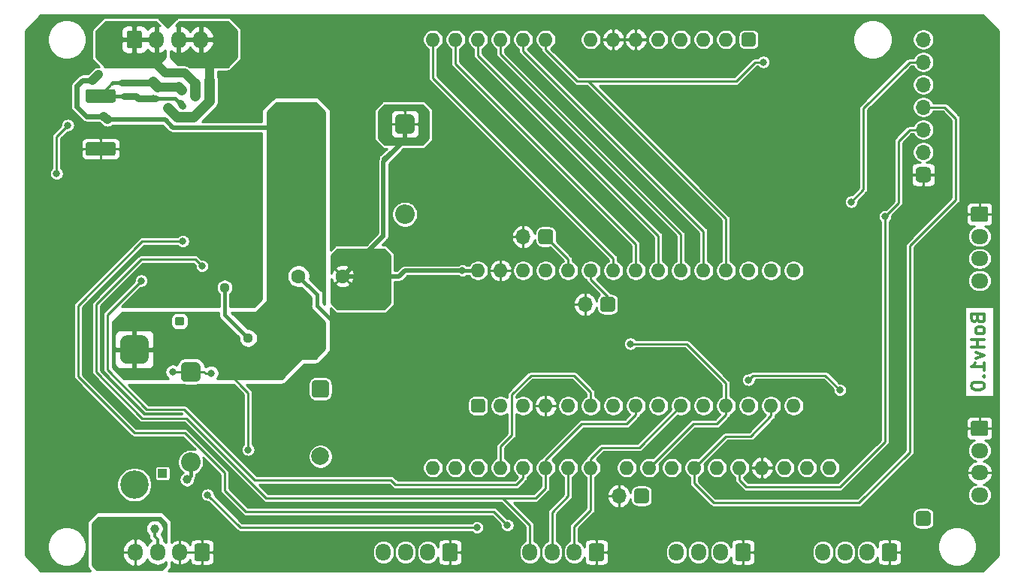
<source format=gbr>
G04 #@! TF.GenerationSoftware,KiCad,Pcbnew,5.1.5-52549c5~86~ubuntu18.04.1*
G04 #@! TF.CreationDate,2020-05-21T16:47:52+05:30*
G04 #@! TF.ProjectId,Resp2,52657370-322e-46b6-9963-61645f706362,rev?*
G04 #@! TF.SameCoordinates,Original*
G04 #@! TF.FileFunction,Copper,L2,Bot*
G04 #@! TF.FilePolarity,Positive*
%FSLAX46Y46*%
G04 Gerber Fmt 4.6, Leading zero omitted, Abs format (unit mm)*
G04 Created by KiCad (PCBNEW 5.1.5-52549c5~86~ubuntu18.04.1) date 2020-05-21 16:47:52*
%MOMM*%
%LPD*%
G04 APERTURE LIST*
%ADD10C,0.300000*%
%ADD11O,1.700000X1.700000*%
%ADD12C,0.100000*%
%ADD13O,1.600000X1.600000*%
%ADD14R,1.000000X1.000000*%
%ADD15O,2.200000X2.200000*%
%ADD16O,1.700000X1.950000*%
%ADD17O,1.950000X1.700000*%
%ADD18R,9.499999X3.400001*%
%ADD19C,0.600000*%
%ADD20C,1.600000*%
%ADD21O,3.200000X3.200000*%
%ADD22C,2.000000*%
%ADD23C,0.800000*%
%ADD24C,1.130000*%
%ADD25C,1.000000*%
%ADD26C,1.270000*%
%ADD27C,0.250000*%
%ADD28C,0.400000*%
%ADD29C,1.000000*%
%ADD30C,1.200000*%
%ADD31C,0.800000*%
%ADD32C,1.000001*%
%ADD33C,0.600000*%
%ADD34C,0.500000*%
%ADD35C,0.254000*%
G04 APERTURE END LIST*
D10*
X120415857Y-47339714D02*
X120487285Y-47554000D01*
X120558714Y-47625428D01*
X120701571Y-47696857D01*
X120915857Y-47696857D01*
X121058714Y-47625428D01*
X121130142Y-47554000D01*
X121201571Y-47411142D01*
X121201571Y-46839714D01*
X119701571Y-46839714D01*
X119701571Y-47339714D01*
X119773000Y-47482571D01*
X119844428Y-47554000D01*
X119987285Y-47625428D01*
X120130142Y-47625428D01*
X120273000Y-47554000D01*
X120344428Y-47482571D01*
X120415857Y-47339714D01*
X120415857Y-46839714D01*
X121201571Y-48554000D02*
X121130142Y-48411142D01*
X121058714Y-48339714D01*
X120915857Y-48268285D01*
X120487285Y-48268285D01*
X120344428Y-48339714D01*
X120273000Y-48411142D01*
X120201571Y-48554000D01*
X120201571Y-48768285D01*
X120273000Y-48911142D01*
X120344428Y-48982571D01*
X120487285Y-49054000D01*
X120915857Y-49054000D01*
X121058714Y-48982571D01*
X121130142Y-48911142D01*
X121201571Y-48768285D01*
X121201571Y-48554000D01*
X121201571Y-49696857D02*
X119701571Y-49696857D01*
X120415857Y-49696857D02*
X120415857Y-50554000D01*
X121201571Y-50554000D02*
X119701571Y-50554000D01*
X120201571Y-51125428D02*
X121201571Y-51482571D01*
X120201571Y-51839714D01*
X121201571Y-53196857D02*
X121201571Y-52339714D01*
X121201571Y-52768285D02*
X119701571Y-52768285D01*
X119915857Y-52625428D01*
X120058714Y-52482571D01*
X120130142Y-52339714D01*
X121058714Y-53839714D02*
X121130142Y-53911142D01*
X121201571Y-53839714D01*
X121130142Y-53768285D01*
X121058714Y-53839714D01*
X121201571Y-53839714D01*
X119701571Y-54839714D02*
X119701571Y-54982571D01*
X119773000Y-55125428D01*
X119844428Y-55196857D01*
X119987285Y-55268285D01*
X120273000Y-55339714D01*
X120630142Y-55339714D01*
X120915857Y-55268285D01*
X121058714Y-55196857D01*
X121130142Y-55125428D01*
X121201571Y-54982571D01*
X121201571Y-54839714D01*
X121130142Y-54696857D01*
X121058714Y-54625428D01*
X120915857Y-54554000D01*
X120630142Y-54482571D01*
X120273000Y-54482571D01*
X119987285Y-54554000D01*
X119844428Y-54625428D01*
X119773000Y-54696857D01*
X119701571Y-54839714D01*
D11*
X76200000Y-45720000D03*
G04 #@! TA.AperFunction,ComponentPad*
D12*
G36*
X79206657Y-44872046D02*
G01*
X79247913Y-44878166D01*
X79288371Y-44888300D01*
X79327640Y-44902351D01*
X79365344Y-44920183D01*
X79401117Y-44941625D01*
X79434617Y-44966471D01*
X79465520Y-44994480D01*
X79493529Y-45025383D01*
X79518375Y-45058883D01*
X79539817Y-45094656D01*
X79557649Y-45132360D01*
X79571700Y-45171629D01*
X79581834Y-45212087D01*
X79587954Y-45253343D01*
X79590000Y-45295000D01*
X79590000Y-46145000D01*
X79587954Y-46186657D01*
X79581834Y-46227913D01*
X79571700Y-46268371D01*
X79557649Y-46307640D01*
X79539817Y-46345344D01*
X79518375Y-46381117D01*
X79493529Y-46414617D01*
X79465520Y-46445520D01*
X79434617Y-46473529D01*
X79401117Y-46498375D01*
X79365344Y-46519817D01*
X79327640Y-46537649D01*
X79288371Y-46551700D01*
X79247913Y-46561834D01*
X79206657Y-46567954D01*
X79165000Y-46570000D01*
X78315000Y-46570000D01*
X78273343Y-46567954D01*
X78232087Y-46561834D01*
X78191629Y-46551700D01*
X78152360Y-46537649D01*
X78114656Y-46519817D01*
X78078883Y-46498375D01*
X78045383Y-46473529D01*
X78014480Y-46445520D01*
X77986471Y-46414617D01*
X77961625Y-46381117D01*
X77940183Y-46345344D01*
X77922351Y-46307640D01*
X77908300Y-46268371D01*
X77898166Y-46227913D01*
X77892046Y-46186657D01*
X77890000Y-46145000D01*
X77890000Y-45295000D01*
X77892046Y-45253343D01*
X77898166Y-45212087D01*
X77908300Y-45171629D01*
X77922351Y-45132360D01*
X77940183Y-45094656D01*
X77961625Y-45058883D01*
X77986471Y-45025383D01*
X78014480Y-44994480D01*
X78045383Y-44966471D01*
X78078883Y-44941625D01*
X78114656Y-44920183D01*
X78152360Y-44902351D01*
X78191629Y-44888300D01*
X78232087Y-44878166D01*
X78273343Y-44872046D01*
X78315000Y-44870000D01*
X79165000Y-44870000D01*
X79206657Y-44872046D01*
G37*
G04 #@! TD.AperFunction*
D13*
X61595000Y-64135000D03*
X59055000Y-64135000D03*
X98675000Y-64135000D03*
X59055000Y-15875000D03*
X96135000Y-64135000D03*
X61595000Y-15875000D03*
X93595000Y-64135000D03*
X64135000Y-15875000D03*
X91055000Y-64135000D03*
X66675000Y-15875000D03*
X88515000Y-64135000D03*
X69215000Y-15875000D03*
X85975000Y-64135000D03*
X71755000Y-15875000D03*
X83435000Y-64135000D03*
X76835000Y-15875000D03*
X80895000Y-64135000D03*
X79375000Y-15875000D03*
X76835000Y-64135000D03*
X81915000Y-15875000D03*
X74295000Y-64135000D03*
X84455000Y-15875000D03*
X71755000Y-64135000D03*
X86995000Y-15875000D03*
X69215000Y-64135000D03*
X89535000Y-15875000D03*
X66675000Y-64135000D03*
X92075000Y-15875000D03*
X64135000Y-64135000D03*
G04 #@! TA.AperFunction,ComponentPad*
D12*
G36*
X95054207Y-15076926D02*
G01*
X95093036Y-15082686D01*
X95131114Y-15092224D01*
X95168073Y-15105448D01*
X95203559Y-15122231D01*
X95237228Y-15142412D01*
X95268757Y-15165796D01*
X95297843Y-15192157D01*
X95324204Y-15221243D01*
X95347588Y-15252772D01*
X95367769Y-15286441D01*
X95384552Y-15321927D01*
X95397776Y-15358886D01*
X95407314Y-15396964D01*
X95413074Y-15435793D01*
X95415000Y-15475000D01*
X95415000Y-16275000D01*
X95413074Y-16314207D01*
X95407314Y-16353036D01*
X95397776Y-16391114D01*
X95384552Y-16428073D01*
X95367769Y-16463559D01*
X95347588Y-16497228D01*
X95324204Y-16528757D01*
X95297843Y-16557843D01*
X95268757Y-16584204D01*
X95237228Y-16607588D01*
X95203559Y-16627769D01*
X95168073Y-16644552D01*
X95131114Y-16657776D01*
X95093036Y-16667314D01*
X95054207Y-16673074D01*
X95015000Y-16675000D01*
X94215000Y-16675000D01*
X94175793Y-16673074D01*
X94136964Y-16667314D01*
X94098886Y-16657776D01*
X94061927Y-16644552D01*
X94026441Y-16627769D01*
X93992772Y-16607588D01*
X93961243Y-16584204D01*
X93932157Y-16557843D01*
X93905796Y-16528757D01*
X93882412Y-16497228D01*
X93862231Y-16463559D01*
X93845448Y-16428073D01*
X93832224Y-16391114D01*
X93822686Y-16353036D01*
X93816926Y-16314207D01*
X93815000Y-16275000D01*
X93815000Y-15475000D01*
X93816926Y-15435793D01*
X93822686Y-15396964D01*
X93832224Y-15358886D01*
X93845448Y-15321927D01*
X93862231Y-15286441D01*
X93882412Y-15252772D01*
X93905796Y-15221243D01*
X93932157Y-15192157D01*
X93961243Y-15165796D01*
X93992772Y-15142412D01*
X94026441Y-15122231D01*
X94061927Y-15105448D01*
X94098886Y-15092224D01*
X94136964Y-15082686D01*
X94175793Y-15076926D01*
X94215000Y-15075000D01*
X95015000Y-15075000D01*
X95054207Y-15076926D01*
G37*
G04 #@! TD.AperFunction*
D13*
X101215000Y-64135000D03*
X103755000Y-64135000D03*
D11*
X69215000Y-38100000D03*
G04 #@! TA.AperFunction,ComponentPad*
D12*
G36*
X72221657Y-37252046D02*
G01*
X72262913Y-37258166D01*
X72303371Y-37268300D01*
X72342640Y-37282351D01*
X72380344Y-37300183D01*
X72416117Y-37321625D01*
X72449617Y-37346471D01*
X72480520Y-37374480D01*
X72508529Y-37405383D01*
X72533375Y-37438883D01*
X72554817Y-37474656D01*
X72572649Y-37512360D01*
X72586700Y-37551629D01*
X72596834Y-37592087D01*
X72602954Y-37633343D01*
X72605000Y-37675000D01*
X72605000Y-38525000D01*
X72602954Y-38566657D01*
X72596834Y-38607913D01*
X72586700Y-38648371D01*
X72572649Y-38687640D01*
X72554817Y-38725344D01*
X72533375Y-38761117D01*
X72508529Y-38794617D01*
X72480520Y-38825520D01*
X72449617Y-38853529D01*
X72416117Y-38878375D01*
X72380344Y-38899817D01*
X72342640Y-38917649D01*
X72303371Y-38931700D01*
X72262913Y-38941834D01*
X72221657Y-38947954D01*
X72180000Y-38950000D01*
X71330000Y-38950000D01*
X71288343Y-38947954D01*
X71247087Y-38941834D01*
X71206629Y-38931700D01*
X71167360Y-38917649D01*
X71129656Y-38899817D01*
X71093883Y-38878375D01*
X71060383Y-38853529D01*
X71029480Y-38825520D01*
X71001471Y-38794617D01*
X70976625Y-38761117D01*
X70955183Y-38725344D01*
X70937351Y-38687640D01*
X70923300Y-38648371D01*
X70913166Y-38607913D01*
X70907046Y-38566657D01*
X70905000Y-38525000D01*
X70905000Y-37675000D01*
X70907046Y-37633343D01*
X70913166Y-37592087D01*
X70923300Y-37551629D01*
X70937351Y-37512360D01*
X70955183Y-37474656D01*
X70976625Y-37438883D01*
X71001471Y-37405383D01*
X71029480Y-37374480D01*
X71060383Y-37346471D01*
X71093883Y-37321625D01*
X71129656Y-37300183D01*
X71167360Y-37282351D01*
X71206629Y-37268300D01*
X71247087Y-37258166D01*
X71288343Y-37252046D01*
X71330000Y-37250000D01*
X72180000Y-37250000D01*
X72221657Y-37252046D01*
G37*
G04 #@! TD.AperFunction*
D11*
X80010000Y-67310000D03*
G04 #@! TA.AperFunction,ComponentPad*
D12*
G36*
X83016657Y-66462046D02*
G01*
X83057913Y-66468166D01*
X83098371Y-66478300D01*
X83137640Y-66492351D01*
X83175344Y-66510183D01*
X83211117Y-66531625D01*
X83244617Y-66556471D01*
X83275520Y-66584480D01*
X83303529Y-66615383D01*
X83328375Y-66648883D01*
X83349817Y-66684656D01*
X83367649Y-66722360D01*
X83381700Y-66761629D01*
X83391834Y-66802087D01*
X83397954Y-66843343D01*
X83400000Y-66885000D01*
X83400000Y-67735000D01*
X83397954Y-67776657D01*
X83391834Y-67817913D01*
X83381700Y-67858371D01*
X83367649Y-67897640D01*
X83349817Y-67935344D01*
X83328375Y-67971117D01*
X83303529Y-68004617D01*
X83275520Y-68035520D01*
X83244617Y-68063529D01*
X83211117Y-68088375D01*
X83175344Y-68109817D01*
X83137640Y-68127649D01*
X83098371Y-68141700D01*
X83057913Y-68151834D01*
X83016657Y-68157954D01*
X82975000Y-68160000D01*
X82125000Y-68160000D01*
X82083343Y-68157954D01*
X82042087Y-68151834D01*
X82001629Y-68141700D01*
X81962360Y-68127649D01*
X81924656Y-68109817D01*
X81888883Y-68088375D01*
X81855383Y-68063529D01*
X81824480Y-68035520D01*
X81796471Y-68004617D01*
X81771625Y-67971117D01*
X81750183Y-67935344D01*
X81732351Y-67897640D01*
X81718300Y-67858371D01*
X81708166Y-67817913D01*
X81702046Y-67776657D01*
X81700000Y-67735000D01*
X81700000Y-66885000D01*
X81702046Y-66843343D01*
X81708166Y-66802087D01*
X81718300Y-66761629D01*
X81732351Y-66722360D01*
X81750183Y-66684656D01*
X81771625Y-66648883D01*
X81796471Y-66615383D01*
X81824480Y-66584480D01*
X81855383Y-66556471D01*
X81888883Y-66531625D01*
X81924656Y-66510183D01*
X81962360Y-66492351D01*
X82001629Y-66478300D01*
X82042087Y-66468166D01*
X82083343Y-66462046D01*
X82125000Y-66460000D01*
X82975000Y-66460000D01*
X83016657Y-66462046D01*
G37*
G04 #@! TD.AperFunction*
G04 #@! TA.AperFunction,ComponentPad*
G36*
X114766657Y-69002046D02*
G01*
X114807913Y-69008166D01*
X114848371Y-69018300D01*
X114887640Y-69032351D01*
X114925344Y-69050183D01*
X114961117Y-69071625D01*
X114994617Y-69096471D01*
X115025520Y-69124480D01*
X115053529Y-69155383D01*
X115078375Y-69188883D01*
X115099817Y-69224656D01*
X115117649Y-69262360D01*
X115131700Y-69301629D01*
X115141834Y-69342087D01*
X115147954Y-69383343D01*
X115150000Y-69425000D01*
X115150000Y-70275000D01*
X115147954Y-70316657D01*
X115141834Y-70357913D01*
X115131700Y-70398371D01*
X115117649Y-70437640D01*
X115099817Y-70475344D01*
X115078375Y-70511117D01*
X115053529Y-70544617D01*
X115025520Y-70575520D01*
X114994617Y-70603529D01*
X114961117Y-70628375D01*
X114925344Y-70649817D01*
X114887640Y-70667649D01*
X114848371Y-70681700D01*
X114807913Y-70691834D01*
X114766657Y-70697954D01*
X114725000Y-70700000D01*
X113875000Y-70700000D01*
X113833343Y-70697954D01*
X113792087Y-70691834D01*
X113751629Y-70681700D01*
X113712360Y-70667649D01*
X113674656Y-70649817D01*
X113638883Y-70628375D01*
X113605383Y-70603529D01*
X113574480Y-70575520D01*
X113546471Y-70544617D01*
X113521625Y-70511117D01*
X113500183Y-70475344D01*
X113482351Y-70437640D01*
X113468300Y-70398371D01*
X113458166Y-70357913D01*
X113452046Y-70316657D01*
X113450000Y-70275000D01*
X113450000Y-69425000D01*
X113452046Y-69383343D01*
X113458166Y-69342087D01*
X113468300Y-69301629D01*
X113482351Y-69262360D01*
X113500183Y-69224656D01*
X113521625Y-69188883D01*
X113546471Y-69155383D01*
X113574480Y-69124480D01*
X113605383Y-69096471D01*
X113638883Y-69071625D01*
X113674656Y-69050183D01*
X113712360Y-69032351D01*
X113751629Y-69018300D01*
X113792087Y-69008166D01*
X113833343Y-69002046D01*
X113875000Y-69000000D01*
X114725000Y-69000000D01*
X114766657Y-69002046D01*
G37*
G04 #@! TD.AperFunction*
D14*
X28575000Y-64770000D03*
G04 #@! TA.AperFunction,ComponentPad*
D12*
G36*
X28214504Y-47126204D02*
G01*
X28238773Y-47129804D01*
X28262571Y-47135765D01*
X28285671Y-47144030D01*
X28307849Y-47154520D01*
X28328893Y-47167133D01*
X28348598Y-47181747D01*
X28366777Y-47198223D01*
X28383253Y-47216402D01*
X28397867Y-47236107D01*
X28410480Y-47257151D01*
X28420970Y-47279329D01*
X28429235Y-47302429D01*
X28435196Y-47326227D01*
X28438796Y-47350496D01*
X28440000Y-47375000D01*
X28440000Y-47875000D01*
X28438796Y-47899504D01*
X28435196Y-47923773D01*
X28429235Y-47947571D01*
X28420970Y-47970671D01*
X28410480Y-47992849D01*
X28397867Y-48013893D01*
X28383253Y-48033598D01*
X28366777Y-48051777D01*
X28348598Y-48068253D01*
X28328893Y-48082867D01*
X28307849Y-48095480D01*
X28285671Y-48105970D01*
X28262571Y-48114235D01*
X28238773Y-48120196D01*
X28214504Y-48123796D01*
X28190000Y-48125000D01*
X27690000Y-48125000D01*
X27665496Y-48123796D01*
X27641227Y-48120196D01*
X27617429Y-48114235D01*
X27594329Y-48105970D01*
X27572151Y-48095480D01*
X27551107Y-48082867D01*
X27531402Y-48068253D01*
X27513223Y-48051777D01*
X27496747Y-48033598D01*
X27482133Y-48013893D01*
X27469520Y-47992849D01*
X27459030Y-47970671D01*
X27450765Y-47947571D01*
X27444804Y-47923773D01*
X27441204Y-47899504D01*
X27440000Y-47875000D01*
X27440000Y-47375000D01*
X27441204Y-47350496D01*
X27444804Y-47326227D01*
X27450765Y-47302429D01*
X27459030Y-47279329D01*
X27469520Y-47257151D01*
X27482133Y-47236107D01*
X27496747Y-47216402D01*
X27513223Y-47198223D01*
X27531402Y-47181747D01*
X27551107Y-47167133D01*
X27572151Y-47154520D01*
X27594329Y-47144030D01*
X27617429Y-47135765D01*
X27641227Y-47129804D01*
X27665496Y-47126204D01*
X27690000Y-47125000D01*
X28190000Y-47125000D01*
X28214504Y-47126204D01*
G37*
G04 #@! TD.AperFunction*
G04 #@! TA.AperFunction,ComponentPad*
G36*
X30754504Y-47126204D02*
G01*
X30778773Y-47129804D01*
X30802571Y-47135765D01*
X30825671Y-47144030D01*
X30847849Y-47154520D01*
X30868893Y-47167133D01*
X30888598Y-47181747D01*
X30906777Y-47198223D01*
X30923253Y-47216402D01*
X30937867Y-47236107D01*
X30950480Y-47257151D01*
X30960970Y-47279329D01*
X30969235Y-47302429D01*
X30975196Y-47326227D01*
X30978796Y-47350496D01*
X30980000Y-47375000D01*
X30980000Y-47875000D01*
X30978796Y-47899504D01*
X30975196Y-47923773D01*
X30969235Y-47947571D01*
X30960970Y-47970671D01*
X30950480Y-47992849D01*
X30937867Y-48013893D01*
X30923253Y-48033598D01*
X30906777Y-48051777D01*
X30888598Y-48068253D01*
X30868893Y-48082867D01*
X30847849Y-48095480D01*
X30825671Y-48105970D01*
X30802571Y-48114235D01*
X30778773Y-48120196D01*
X30754504Y-48123796D01*
X30730000Y-48125000D01*
X30230000Y-48125000D01*
X30205496Y-48123796D01*
X30181227Y-48120196D01*
X30157429Y-48114235D01*
X30134329Y-48105970D01*
X30112151Y-48095480D01*
X30091107Y-48082867D01*
X30071402Y-48068253D01*
X30053223Y-48051777D01*
X30036747Y-48033598D01*
X30022133Y-48013893D01*
X30009520Y-47992849D01*
X29999030Y-47970671D01*
X29990765Y-47947571D01*
X29984804Y-47923773D01*
X29981204Y-47899504D01*
X29980000Y-47875000D01*
X29980000Y-47375000D01*
X29981204Y-47350496D01*
X29984804Y-47326227D01*
X29990765Y-47302429D01*
X29999030Y-47279329D01*
X30009520Y-47257151D01*
X30022133Y-47236107D01*
X30036747Y-47216402D01*
X30053223Y-47198223D01*
X30071402Y-47181747D01*
X30091107Y-47167133D01*
X30112151Y-47154520D01*
X30134329Y-47144030D01*
X30157429Y-47135765D01*
X30181227Y-47129804D01*
X30205496Y-47126204D01*
X30230000Y-47125000D01*
X30730000Y-47125000D01*
X30754504Y-47126204D01*
G37*
G04 #@! TD.AperFunction*
D15*
X31750000Y-63500000D03*
G04 #@! TA.AperFunction,ComponentPad*
D12*
G36*
X32353909Y-52242648D02*
G01*
X32407300Y-52250568D01*
X32459657Y-52263683D01*
X32510476Y-52281866D01*
X32559268Y-52304943D01*
X32605564Y-52332692D01*
X32648916Y-52364844D01*
X32688909Y-52401091D01*
X32725156Y-52441084D01*
X32757308Y-52484436D01*
X32785057Y-52530732D01*
X32808134Y-52579524D01*
X32826317Y-52630343D01*
X32839432Y-52682700D01*
X32847352Y-52736091D01*
X32850000Y-52790000D01*
X32850000Y-53890000D01*
X32847352Y-53943909D01*
X32839432Y-53997300D01*
X32826317Y-54049657D01*
X32808134Y-54100476D01*
X32785057Y-54149268D01*
X32757308Y-54195564D01*
X32725156Y-54238916D01*
X32688909Y-54278909D01*
X32648916Y-54315156D01*
X32605564Y-54347308D01*
X32559268Y-54375057D01*
X32510476Y-54398134D01*
X32459657Y-54416317D01*
X32407300Y-54429432D01*
X32353909Y-54437352D01*
X32300000Y-54440000D01*
X31200000Y-54440000D01*
X31146091Y-54437352D01*
X31092700Y-54429432D01*
X31040343Y-54416317D01*
X30989524Y-54398134D01*
X30940732Y-54375057D01*
X30894436Y-54347308D01*
X30851084Y-54315156D01*
X30811091Y-54278909D01*
X30774844Y-54238916D01*
X30742692Y-54195564D01*
X30714943Y-54149268D01*
X30691866Y-54100476D01*
X30673683Y-54049657D01*
X30660568Y-53997300D01*
X30652648Y-53943909D01*
X30650000Y-53890000D01*
X30650000Y-52790000D01*
X30652648Y-52736091D01*
X30660568Y-52682700D01*
X30673683Y-52630343D01*
X30691866Y-52579524D01*
X30714943Y-52530732D01*
X30742692Y-52484436D01*
X30774844Y-52441084D01*
X30811091Y-52401091D01*
X30851084Y-52364844D01*
X30894436Y-52332692D01*
X30940732Y-52304943D01*
X30989524Y-52281866D01*
X31040343Y-52263683D01*
X31092700Y-52250568D01*
X31146091Y-52242648D01*
X31200000Y-52240000D01*
X32300000Y-52240000D01*
X32353909Y-52242648D01*
G37*
G04 #@! TD.AperFunction*
D13*
X99695000Y-41910000D03*
X99695000Y-57150000D03*
X64135000Y-41910000D03*
X97155000Y-57150000D03*
X66675000Y-41910000D03*
X94615000Y-57150000D03*
X69215000Y-41910000D03*
X92075000Y-57150000D03*
X71755000Y-41910000D03*
X89535000Y-57150000D03*
X74295000Y-41910000D03*
X86995000Y-57150000D03*
X76835000Y-41910000D03*
X84455000Y-57150000D03*
X79375000Y-41910000D03*
X81915000Y-57150000D03*
X81915000Y-41910000D03*
X79375000Y-57150000D03*
X84455000Y-41910000D03*
X76835000Y-57150000D03*
X86995000Y-41910000D03*
X74295000Y-57150000D03*
X89535000Y-41910000D03*
X71755000Y-57150000D03*
X92075000Y-41910000D03*
X69215000Y-57150000D03*
X94615000Y-41910000D03*
X66675000Y-57150000D03*
X97155000Y-41910000D03*
G04 #@! TA.AperFunction,ComponentPad*
D12*
G36*
X64574207Y-56351926D02*
G01*
X64613036Y-56357686D01*
X64651114Y-56367224D01*
X64688073Y-56380448D01*
X64723559Y-56397231D01*
X64757228Y-56417412D01*
X64788757Y-56440796D01*
X64817843Y-56467157D01*
X64844204Y-56496243D01*
X64867588Y-56527772D01*
X64887769Y-56561441D01*
X64904552Y-56596927D01*
X64917776Y-56633886D01*
X64927314Y-56671964D01*
X64933074Y-56710793D01*
X64935000Y-56750000D01*
X64935000Y-57550000D01*
X64933074Y-57589207D01*
X64927314Y-57628036D01*
X64917776Y-57666114D01*
X64904552Y-57703073D01*
X64887769Y-57738559D01*
X64867588Y-57772228D01*
X64844204Y-57803757D01*
X64817843Y-57832843D01*
X64788757Y-57859204D01*
X64757228Y-57882588D01*
X64723559Y-57902769D01*
X64688073Y-57919552D01*
X64651114Y-57932776D01*
X64613036Y-57942314D01*
X64574207Y-57948074D01*
X64535000Y-57950000D01*
X63735000Y-57950000D01*
X63695793Y-57948074D01*
X63656964Y-57942314D01*
X63618886Y-57932776D01*
X63581927Y-57919552D01*
X63546441Y-57902769D01*
X63512772Y-57882588D01*
X63481243Y-57859204D01*
X63452157Y-57832843D01*
X63425796Y-57803757D01*
X63402412Y-57772228D01*
X63382231Y-57738559D01*
X63365448Y-57703073D01*
X63352224Y-57666114D01*
X63342686Y-57628036D01*
X63336926Y-57589207D01*
X63335000Y-57550000D01*
X63335000Y-56750000D01*
X63336926Y-56710793D01*
X63342686Y-56671964D01*
X63352224Y-56633886D01*
X63365448Y-56596927D01*
X63382231Y-56561441D01*
X63402412Y-56527772D01*
X63425796Y-56496243D01*
X63452157Y-56467157D01*
X63481243Y-56440796D01*
X63512772Y-56417412D01*
X63546441Y-56397231D01*
X63581927Y-56380448D01*
X63618886Y-56367224D01*
X63656964Y-56357686D01*
X63695793Y-56351926D01*
X63735000Y-56350000D01*
X64535000Y-56350000D01*
X64574207Y-56351926D01*
G37*
G04 #@! TD.AperFunction*
G04 #@! TA.AperFunction,SMDPad,CuDef*
G36*
X23039505Y-21463704D02*
G01*
X23063773Y-21467304D01*
X23087572Y-21473265D01*
X23110671Y-21481530D01*
X23132850Y-21492020D01*
X23153893Y-21504632D01*
X23173599Y-21519247D01*
X23191777Y-21535723D01*
X23208253Y-21553901D01*
X23222868Y-21573607D01*
X23235480Y-21594650D01*
X23245970Y-21616829D01*
X23254235Y-21639928D01*
X23260196Y-21663727D01*
X23263796Y-21687995D01*
X23265000Y-21712499D01*
X23265000Y-22737501D01*
X23263796Y-22762005D01*
X23260196Y-22786273D01*
X23254235Y-22810072D01*
X23245970Y-22833171D01*
X23235480Y-22855350D01*
X23222868Y-22876393D01*
X23208253Y-22896099D01*
X23191777Y-22914277D01*
X23173599Y-22930753D01*
X23153893Y-22945368D01*
X23132850Y-22957980D01*
X23110671Y-22968470D01*
X23087572Y-22976735D01*
X23063773Y-22982696D01*
X23039505Y-22986296D01*
X23015001Y-22987500D01*
X20164999Y-22987500D01*
X20140495Y-22986296D01*
X20116227Y-22982696D01*
X20092428Y-22976735D01*
X20069329Y-22968470D01*
X20047150Y-22957980D01*
X20026107Y-22945368D01*
X20006401Y-22930753D01*
X19988223Y-22914277D01*
X19971747Y-22896099D01*
X19957132Y-22876393D01*
X19944520Y-22855350D01*
X19934030Y-22833171D01*
X19925765Y-22810072D01*
X19919804Y-22786273D01*
X19916204Y-22762005D01*
X19915000Y-22737501D01*
X19915000Y-21712499D01*
X19916204Y-21687995D01*
X19919804Y-21663727D01*
X19925765Y-21639928D01*
X19934030Y-21616829D01*
X19944520Y-21594650D01*
X19957132Y-21573607D01*
X19971747Y-21553901D01*
X19988223Y-21535723D01*
X20006401Y-21519247D01*
X20026107Y-21504632D01*
X20047150Y-21492020D01*
X20069329Y-21481530D01*
X20092428Y-21473265D01*
X20116227Y-21467304D01*
X20140495Y-21463704D01*
X20164999Y-21462500D01*
X23015001Y-21462500D01*
X23039505Y-21463704D01*
G37*
G04 #@! TD.AperFunction*
G04 #@! TA.AperFunction,SMDPad,CuDef*
G36*
X23039505Y-27438704D02*
G01*
X23063773Y-27442304D01*
X23087572Y-27448265D01*
X23110671Y-27456530D01*
X23132850Y-27467020D01*
X23153893Y-27479632D01*
X23173599Y-27494247D01*
X23191777Y-27510723D01*
X23208253Y-27528901D01*
X23222868Y-27548607D01*
X23235480Y-27569650D01*
X23245970Y-27591829D01*
X23254235Y-27614928D01*
X23260196Y-27638727D01*
X23263796Y-27662995D01*
X23265000Y-27687499D01*
X23265000Y-28712501D01*
X23263796Y-28737005D01*
X23260196Y-28761273D01*
X23254235Y-28785072D01*
X23245970Y-28808171D01*
X23235480Y-28830350D01*
X23222868Y-28851393D01*
X23208253Y-28871099D01*
X23191777Y-28889277D01*
X23173599Y-28905753D01*
X23153893Y-28920368D01*
X23132850Y-28932980D01*
X23110671Y-28943470D01*
X23087572Y-28951735D01*
X23063773Y-28957696D01*
X23039505Y-28961296D01*
X23015001Y-28962500D01*
X20164999Y-28962500D01*
X20140495Y-28961296D01*
X20116227Y-28957696D01*
X20092428Y-28951735D01*
X20069329Y-28943470D01*
X20047150Y-28932980D01*
X20026107Y-28920368D01*
X20006401Y-28905753D01*
X19988223Y-28889277D01*
X19971747Y-28871099D01*
X19957132Y-28851393D01*
X19944520Y-28830350D01*
X19934030Y-28808171D01*
X19925765Y-28785072D01*
X19919804Y-28761273D01*
X19916204Y-28737005D01*
X19915000Y-28712501D01*
X19915000Y-27687499D01*
X19916204Y-27662995D01*
X19919804Y-27638727D01*
X19925765Y-27614928D01*
X19934030Y-27591829D01*
X19944520Y-27569650D01*
X19957132Y-27548607D01*
X19971747Y-27528901D01*
X19988223Y-27510723D01*
X20006401Y-27494247D01*
X20026107Y-27479632D01*
X20047150Y-27467020D01*
X20069329Y-27456530D01*
X20092428Y-27448265D01*
X20116227Y-27442304D01*
X20140495Y-27438704D01*
X20164999Y-27437500D01*
X23015001Y-27437500D01*
X23039505Y-27438704D01*
G37*
G04 #@! TD.AperFunction*
G04 #@! TA.AperFunction,ComponentPad*
G36*
X33644504Y-72686204D02*
G01*
X33668773Y-72689804D01*
X33692571Y-72695765D01*
X33715671Y-72704030D01*
X33737849Y-72714520D01*
X33758893Y-72727133D01*
X33778598Y-72741747D01*
X33796777Y-72758223D01*
X33813253Y-72776402D01*
X33827867Y-72796107D01*
X33840480Y-72817151D01*
X33850970Y-72839329D01*
X33859235Y-72862429D01*
X33865196Y-72886227D01*
X33868796Y-72910496D01*
X33870000Y-72935000D01*
X33870000Y-74385000D01*
X33868796Y-74409504D01*
X33865196Y-74433773D01*
X33859235Y-74457571D01*
X33850970Y-74480671D01*
X33840480Y-74502849D01*
X33827867Y-74523893D01*
X33813253Y-74543598D01*
X33796777Y-74561777D01*
X33778598Y-74578253D01*
X33758893Y-74592867D01*
X33737849Y-74605480D01*
X33715671Y-74615970D01*
X33692571Y-74624235D01*
X33668773Y-74630196D01*
X33644504Y-74633796D01*
X33620000Y-74635000D01*
X32420000Y-74635000D01*
X32395496Y-74633796D01*
X32371227Y-74630196D01*
X32347429Y-74624235D01*
X32324329Y-74615970D01*
X32302151Y-74605480D01*
X32281107Y-74592867D01*
X32261402Y-74578253D01*
X32243223Y-74561777D01*
X32226747Y-74543598D01*
X32212133Y-74523893D01*
X32199520Y-74502849D01*
X32189030Y-74480671D01*
X32180765Y-74457571D01*
X32174804Y-74433773D01*
X32171204Y-74409504D01*
X32170000Y-74385000D01*
X32170000Y-72935000D01*
X32171204Y-72910496D01*
X32174804Y-72886227D01*
X32180765Y-72862429D01*
X32189030Y-72839329D01*
X32199520Y-72817151D01*
X32212133Y-72796107D01*
X32226747Y-72776402D01*
X32243223Y-72758223D01*
X32261402Y-72741747D01*
X32281107Y-72727133D01*
X32302151Y-72714520D01*
X32324329Y-72704030D01*
X32347429Y-72695765D01*
X32371227Y-72689804D01*
X32395496Y-72686204D01*
X32420000Y-72685000D01*
X33620000Y-72685000D01*
X33644504Y-72686204D01*
G37*
G04 #@! TD.AperFunction*
D16*
X30520000Y-73660000D03*
X28020000Y-73660000D03*
X25520000Y-73660000D03*
D17*
X120650000Y-43060000D03*
X120650000Y-40560000D03*
X120650000Y-38060000D03*
G04 #@! TA.AperFunction,ComponentPad*
D12*
G36*
X121399504Y-34711204D02*
G01*
X121423773Y-34714804D01*
X121447571Y-34720765D01*
X121470671Y-34729030D01*
X121492849Y-34739520D01*
X121513893Y-34752133D01*
X121533598Y-34766747D01*
X121551777Y-34783223D01*
X121568253Y-34801402D01*
X121582867Y-34821107D01*
X121595480Y-34842151D01*
X121605970Y-34864329D01*
X121614235Y-34887429D01*
X121620196Y-34911227D01*
X121623796Y-34935496D01*
X121625000Y-34960000D01*
X121625000Y-36160000D01*
X121623796Y-36184504D01*
X121620196Y-36208773D01*
X121614235Y-36232571D01*
X121605970Y-36255671D01*
X121595480Y-36277849D01*
X121582867Y-36298893D01*
X121568253Y-36318598D01*
X121551777Y-36336777D01*
X121533598Y-36353253D01*
X121513893Y-36367867D01*
X121492849Y-36380480D01*
X121470671Y-36390970D01*
X121447571Y-36399235D01*
X121423773Y-36405196D01*
X121399504Y-36408796D01*
X121375000Y-36410000D01*
X119925000Y-36410000D01*
X119900496Y-36408796D01*
X119876227Y-36405196D01*
X119852429Y-36399235D01*
X119829329Y-36390970D01*
X119807151Y-36380480D01*
X119786107Y-36367867D01*
X119766402Y-36353253D01*
X119748223Y-36336777D01*
X119731747Y-36318598D01*
X119717133Y-36298893D01*
X119704520Y-36277849D01*
X119694030Y-36255671D01*
X119685765Y-36232571D01*
X119679804Y-36208773D01*
X119676204Y-36184504D01*
X119675000Y-36160000D01*
X119675000Y-34960000D01*
X119676204Y-34935496D01*
X119679804Y-34911227D01*
X119685765Y-34887429D01*
X119694030Y-34864329D01*
X119704520Y-34842151D01*
X119717133Y-34821107D01*
X119731747Y-34801402D01*
X119748223Y-34783223D01*
X119766402Y-34766747D01*
X119786107Y-34752133D01*
X119807151Y-34739520D01*
X119829329Y-34729030D01*
X119852429Y-34720765D01*
X119876227Y-34714804D01*
X119900496Y-34711204D01*
X119925000Y-34710000D01*
X121375000Y-34710000D01*
X121399504Y-34711204D01*
G37*
G04 #@! TD.AperFunction*
D18*
X29210000Y-29845000D03*
D19*
X24760000Y-29845000D03*
X26540000Y-28545000D03*
X26540000Y-29845000D03*
X26540000Y-31145000D03*
X28320000Y-28545000D03*
X28320000Y-29845000D03*
X28320000Y-31145000D03*
X30100000Y-28545000D03*
X30100000Y-29845000D03*
X30100000Y-31145000D03*
X31880000Y-28545000D03*
X31880000Y-29845000D03*
X31880000Y-31145000D03*
X33660000Y-29845000D03*
D11*
X114300000Y-15875000D03*
X114300000Y-18415000D03*
X114300000Y-20955000D03*
X114300000Y-23495000D03*
X114300000Y-26035000D03*
X114300000Y-28575000D03*
G04 #@! TA.AperFunction,ComponentPad*
D12*
G36*
X114766657Y-30267046D02*
G01*
X114807913Y-30273166D01*
X114848371Y-30283300D01*
X114887640Y-30297351D01*
X114925344Y-30315183D01*
X114961117Y-30336625D01*
X114994617Y-30361471D01*
X115025520Y-30389480D01*
X115053529Y-30420383D01*
X115078375Y-30453883D01*
X115099817Y-30489656D01*
X115117649Y-30527360D01*
X115131700Y-30566629D01*
X115141834Y-30607087D01*
X115147954Y-30648343D01*
X115150000Y-30690000D01*
X115150000Y-31540000D01*
X115147954Y-31581657D01*
X115141834Y-31622913D01*
X115131700Y-31663371D01*
X115117649Y-31702640D01*
X115099817Y-31740344D01*
X115078375Y-31776117D01*
X115053529Y-31809617D01*
X115025520Y-31840520D01*
X114994617Y-31868529D01*
X114961117Y-31893375D01*
X114925344Y-31914817D01*
X114887640Y-31932649D01*
X114848371Y-31946700D01*
X114807913Y-31956834D01*
X114766657Y-31962954D01*
X114725000Y-31965000D01*
X113875000Y-31965000D01*
X113833343Y-31962954D01*
X113792087Y-31956834D01*
X113751629Y-31946700D01*
X113712360Y-31932649D01*
X113674656Y-31914817D01*
X113638883Y-31893375D01*
X113605383Y-31868529D01*
X113574480Y-31840520D01*
X113546471Y-31809617D01*
X113521625Y-31776117D01*
X113500183Y-31740344D01*
X113482351Y-31702640D01*
X113468300Y-31663371D01*
X113458166Y-31622913D01*
X113452046Y-31581657D01*
X113450000Y-31540000D01*
X113450000Y-30690000D01*
X113452046Y-30648343D01*
X113458166Y-30607087D01*
X113468300Y-30566629D01*
X113482351Y-30527360D01*
X113500183Y-30489656D01*
X113521625Y-30453883D01*
X113546471Y-30420383D01*
X113574480Y-30389480D01*
X113605383Y-30361471D01*
X113638883Y-30336625D01*
X113674656Y-30315183D01*
X113712360Y-30297351D01*
X113751629Y-30283300D01*
X113792087Y-30273166D01*
X113833343Y-30267046D01*
X113875000Y-30265000D01*
X114725000Y-30265000D01*
X114766657Y-30267046D01*
G37*
G04 #@! TD.AperFunction*
D20*
X43895000Y-42545000D03*
X48895000Y-42545000D03*
D16*
X102990000Y-73660000D03*
X105490000Y-73660000D03*
X107990000Y-73660000D03*
G04 #@! TA.AperFunction,ComponentPad*
D12*
G36*
X111114504Y-72686204D02*
G01*
X111138773Y-72689804D01*
X111162571Y-72695765D01*
X111185671Y-72704030D01*
X111207849Y-72714520D01*
X111228893Y-72727133D01*
X111248598Y-72741747D01*
X111266777Y-72758223D01*
X111283253Y-72776402D01*
X111297867Y-72796107D01*
X111310480Y-72817151D01*
X111320970Y-72839329D01*
X111329235Y-72862429D01*
X111335196Y-72886227D01*
X111338796Y-72910496D01*
X111340000Y-72935000D01*
X111340000Y-74385000D01*
X111338796Y-74409504D01*
X111335196Y-74433773D01*
X111329235Y-74457571D01*
X111320970Y-74480671D01*
X111310480Y-74502849D01*
X111297867Y-74523893D01*
X111283253Y-74543598D01*
X111266777Y-74561777D01*
X111248598Y-74578253D01*
X111228893Y-74592867D01*
X111207849Y-74605480D01*
X111185671Y-74615970D01*
X111162571Y-74624235D01*
X111138773Y-74630196D01*
X111114504Y-74633796D01*
X111090000Y-74635000D01*
X109890000Y-74635000D01*
X109865496Y-74633796D01*
X109841227Y-74630196D01*
X109817429Y-74624235D01*
X109794329Y-74615970D01*
X109772151Y-74605480D01*
X109751107Y-74592867D01*
X109731402Y-74578253D01*
X109713223Y-74561777D01*
X109696747Y-74543598D01*
X109682133Y-74523893D01*
X109669520Y-74502849D01*
X109659030Y-74480671D01*
X109650765Y-74457571D01*
X109644804Y-74433773D01*
X109641204Y-74409504D01*
X109640000Y-74385000D01*
X109640000Y-72935000D01*
X109641204Y-72910496D01*
X109644804Y-72886227D01*
X109650765Y-72862429D01*
X109659030Y-72839329D01*
X109669520Y-72817151D01*
X109682133Y-72796107D01*
X109696747Y-72776402D01*
X109713223Y-72758223D01*
X109731402Y-72741747D01*
X109751107Y-72727133D01*
X109772151Y-72714520D01*
X109794329Y-72704030D01*
X109817429Y-72695765D01*
X109841227Y-72689804D01*
X109865496Y-72686204D01*
X109890000Y-72685000D01*
X111090000Y-72685000D01*
X111114504Y-72686204D01*
G37*
G04 #@! TD.AperFunction*
D16*
X53460000Y-73660000D03*
X55960000Y-73660000D03*
X58460000Y-73660000D03*
G04 #@! TA.AperFunction,ComponentPad*
D12*
G36*
X61584504Y-72686204D02*
G01*
X61608773Y-72689804D01*
X61632571Y-72695765D01*
X61655671Y-72704030D01*
X61677849Y-72714520D01*
X61698893Y-72727133D01*
X61718598Y-72741747D01*
X61736777Y-72758223D01*
X61753253Y-72776402D01*
X61767867Y-72796107D01*
X61780480Y-72817151D01*
X61790970Y-72839329D01*
X61799235Y-72862429D01*
X61805196Y-72886227D01*
X61808796Y-72910496D01*
X61810000Y-72935000D01*
X61810000Y-74385000D01*
X61808796Y-74409504D01*
X61805196Y-74433773D01*
X61799235Y-74457571D01*
X61790970Y-74480671D01*
X61780480Y-74502849D01*
X61767867Y-74523893D01*
X61753253Y-74543598D01*
X61736777Y-74561777D01*
X61718598Y-74578253D01*
X61698893Y-74592867D01*
X61677849Y-74605480D01*
X61655671Y-74615970D01*
X61632571Y-74624235D01*
X61608773Y-74630196D01*
X61584504Y-74633796D01*
X61560000Y-74635000D01*
X60360000Y-74635000D01*
X60335496Y-74633796D01*
X60311227Y-74630196D01*
X60287429Y-74624235D01*
X60264329Y-74615970D01*
X60242151Y-74605480D01*
X60221107Y-74592867D01*
X60201402Y-74578253D01*
X60183223Y-74561777D01*
X60166747Y-74543598D01*
X60152133Y-74523893D01*
X60139520Y-74502849D01*
X60129030Y-74480671D01*
X60120765Y-74457571D01*
X60114804Y-74433773D01*
X60111204Y-74409504D01*
X60110000Y-74385000D01*
X60110000Y-72935000D01*
X60111204Y-72910496D01*
X60114804Y-72886227D01*
X60120765Y-72862429D01*
X60129030Y-72839329D01*
X60139520Y-72817151D01*
X60152133Y-72796107D01*
X60166747Y-72776402D01*
X60183223Y-72758223D01*
X60201402Y-72741747D01*
X60221107Y-72727133D01*
X60242151Y-72714520D01*
X60264329Y-72704030D01*
X60287429Y-72695765D01*
X60311227Y-72689804D01*
X60335496Y-72686204D01*
X60360000Y-72685000D01*
X61560000Y-72685000D01*
X61584504Y-72686204D01*
G37*
G04 #@! TD.AperFunction*
D16*
X86480000Y-73660000D03*
X88980000Y-73660000D03*
X91480000Y-73660000D03*
G04 #@! TA.AperFunction,ComponentPad*
D12*
G36*
X94604504Y-72686204D02*
G01*
X94628773Y-72689804D01*
X94652571Y-72695765D01*
X94675671Y-72704030D01*
X94697849Y-72714520D01*
X94718893Y-72727133D01*
X94738598Y-72741747D01*
X94756777Y-72758223D01*
X94773253Y-72776402D01*
X94787867Y-72796107D01*
X94800480Y-72817151D01*
X94810970Y-72839329D01*
X94819235Y-72862429D01*
X94825196Y-72886227D01*
X94828796Y-72910496D01*
X94830000Y-72935000D01*
X94830000Y-74385000D01*
X94828796Y-74409504D01*
X94825196Y-74433773D01*
X94819235Y-74457571D01*
X94810970Y-74480671D01*
X94800480Y-74502849D01*
X94787867Y-74523893D01*
X94773253Y-74543598D01*
X94756777Y-74561777D01*
X94738598Y-74578253D01*
X94718893Y-74592867D01*
X94697849Y-74605480D01*
X94675671Y-74615970D01*
X94652571Y-74624235D01*
X94628773Y-74630196D01*
X94604504Y-74633796D01*
X94580000Y-74635000D01*
X93380000Y-74635000D01*
X93355496Y-74633796D01*
X93331227Y-74630196D01*
X93307429Y-74624235D01*
X93284329Y-74615970D01*
X93262151Y-74605480D01*
X93241107Y-74592867D01*
X93221402Y-74578253D01*
X93203223Y-74561777D01*
X93186747Y-74543598D01*
X93172133Y-74523893D01*
X93159520Y-74502849D01*
X93149030Y-74480671D01*
X93140765Y-74457571D01*
X93134804Y-74433773D01*
X93131204Y-74409504D01*
X93130000Y-74385000D01*
X93130000Y-72935000D01*
X93131204Y-72910496D01*
X93134804Y-72886227D01*
X93140765Y-72862429D01*
X93149030Y-72839329D01*
X93159520Y-72817151D01*
X93172133Y-72796107D01*
X93186747Y-72776402D01*
X93203223Y-72758223D01*
X93221402Y-72741747D01*
X93241107Y-72727133D01*
X93262151Y-72714520D01*
X93284329Y-72704030D01*
X93307429Y-72695765D01*
X93331227Y-72689804D01*
X93355496Y-72686204D01*
X93380000Y-72685000D01*
X94580000Y-72685000D01*
X94604504Y-72686204D01*
G37*
G04 #@! TD.AperFunction*
G04 #@! TA.AperFunction,ComponentPad*
G36*
X26024504Y-14901204D02*
G01*
X26048773Y-14904804D01*
X26072571Y-14910765D01*
X26095671Y-14919030D01*
X26117849Y-14929520D01*
X26138893Y-14942133D01*
X26158598Y-14956747D01*
X26176777Y-14973223D01*
X26193253Y-14991402D01*
X26207867Y-15011107D01*
X26220480Y-15032151D01*
X26230970Y-15054329D01*
X26239235Y-15077429D01*
X26245196Y-15101227D01*
X26248796Y-15125496D01*
X26250000Y-15150000D01*
X26250000Y-16600000D01*
X26248796Y-16624504D01*
X26245196Y-16648773D01*
X26239235Y-16672571D01*
X26230970Y-16695671D01*
X26220480Y-16717849D01*
X26207867Y-16738893D01*
X26193253Y-16758598D01*
X26176777Y-16776777D01*
X26158598Y-16793253D01*
X26138893Y-16807867D01*
X26117849Y-16820480D01*
X26095671Y-16830970D01*
X26072571Y-16839235D01*
X26048773Y-16845196D01*
X26024504Y-16848796D01*
X26000000Y-16850000D01*
X24800000Y-16850000D01*
X24775496Y-16848796D01*
X24751227Y-16845196D01*
X24727429Y-16839235D01*
X24704329Y-16830970D01*
X24682151Y-16820480D01*
X24661107Y-16807867D01*
X24641402Y-16793253D01*
X24623223Y-16776777D01*
X24606747Y-16758598D01*
X24592133Y-16738893D01*
X24579520Y-16717849D01*
X24569030Y-16695671D01*
X24560765Y-16672571D01*
X24554804Y-16648773D01*
X24551204Y-16624504D01*
X24550000Y-16600000D01*
X24550000Y-15150000D01*
X24551204Y-15125496D01*
X24554804Y-15101227D01*
X24560765Y-15077429D01*
X24569030Y-15054329D01*
X24579520Y-15032151D01*
X24592133Y-15011107D01*
X24606747Y-14991402D01*
X24623223Y-14973223D01*
X24641402Y-14956747D01*
X24661107Y-14942133D01*
X24682151Y-14929520D01*
X24704329Y-14919030D01*
X24727429Y-14910765D01*
X24751227Y-14904804D01*
X24775496Y-14901204D01*
X24800000Y-14900000D01*
X26000000Y-14900000D01*
X26024504Y-14901204D01*
G37*
G04 #@! TD.AperFunction*
D16*
X27900000Y-15875000D03*
X30400000Y-15875000D03*
X32900000Y-15875000D03*
X69970000Y-73660000D03*
X72470000Y-73660000D03*
X74970000Y-73660000D03*
G04 #@! TA.AperFunction,ComponentPad*
D12*
G36*
X78094504Y-72686204D02*
G01*
X78118773Y-72689804D01*
X78142571Y-72695765D01*
X78165671Y-72704030D01*
X78187849Y-72714520D01*
X78208893Y-72727133D01*
X78228598Y-72741747D01*
X78246777Y-72758223D01*
X78263253Y-72776402D01*
X78277867Y-72796107D01*
X78290480Y-72817151D01*
X78300970Y-72839329D01*
X78309235Y-72862429D01*
X78315196Y-72886227D01*
X78318796Y-72910496D01*
X78320000Y-72935000D01*
X78320000Y-74385000D01*
X78318796Y-74409504D01*
X78315196Y-74433773D01*
X78309235Y-74457571D01*
X78300970Y-74480671D01*
X78290480Y-74502849D01*
X78277867Y-74523893D01*
X78263253Y-74543598D01*
X78246777Y-74561777D01*
X78228598Y-74578253D01*
X78208893Y-74592867D01*
X78187849Y-74605480D01*
X78165671Y-74615970D01*
X78142571Y-74624235D01*
X78118773Y-74630196D01*
X78094504Y-74633796D01*
X78070000Y-74635000D01*
X76870000Y-74635000D01*
X76845496Y-74633796D01*
X76821227Y-74630196D01*
X76797429Y-74624235D01*
X76774329Y-74615970D01*
X76752151Y-74605480D01*
X76731107Y-74592867D01*
X76711402Y-74578253D01*
X76693223Y-74561777D01*
X76676747Y-74543598D01*
X76662133Y-74523893D01*
X76649520Y-74502849D01*
X76639030Y-74480671D01*
X76630765Y-74457571D01*
X76624804Y-74433773D01*
X76621204Y-74409504D01*
X76620000Y-74385000D01*
X76620000Y-72935000D01*
X76621204Y-72910496D01*
X76624804Y-72886227D01*
X76630765Y-72862429D01*
X76639030Y-72839329D01*
X76649520Y-72817151D01*
X76662133Y-72796107D01*
X76676747Y-72776402D01*
X76693223Y-72758223D01*
X76711402Y-72741747D01*
X76731107Y-72727133D01*
X76752151Y-72714520D01*
X76774329Y-72704030D01*
X76797429Y-72695765D01*
X76821227Y-72689804D01*
X76845496Y-72686204D01*
X76870000Y-72685000D01*
X78070000Y-72685000D01*
X78094504Y-72686204D01*
G37*
G04 #@! TD.AperFunction*
D17*
X120650000Y-67190000D03*
X120650000Y-64690000D03*
X120650000Y-62190000D03*
G04 #@! TA.AperFunction,ComponentPad*
D12*
G36*
X121399504Y-58841204D02*
G01*
X121423773Y-58844804D01*
X121447571Y-58850765D01*
X121470671Y-58859030D01*
X121492849Y-58869520D01*
X121513893Y-58882133D01*
X121533598Y-58896747D01*
X121551777Y-58913223D01*
X121568253Y-58931402D01*
X121582867Y-58951107D01*
X121595480Y-58972151D01*
X121605970Y-58994329D01*
X121614235Y-59017429D01*
X121620196Y-59041227D01*
X121623796Y-59065496D01*
X121625000Y-59090000D01*
X121625000Y-60290000D01*
X121623796Y-60314504D01*
X121620196Y-60338773D01*
X121614235Y-60362571D01*
X121605970Y-60385671D01*
X121595480Y-60407849D01*
X121582867Y-60428893D01*
X121568253Y-60448598D01*
X121551777Y-60466777D01*
X121533598Y-60483253D01*
X121513893Y-60497867D01*
X121492849Y-60510480D01*
X121470671Y-60520970D01*
X121447571Y-60529235D01*
X121423773Y-60535196D01*
X121399504Y-60538796D01*
X121375000Y-60540000D01*
X119925000Y-60540000D01*
X119900496Y-60538796D01*
X119876227Y-60535196D01*
X119852429Y-60529235D01*
X119829329Y-60520970D01*
X119807151Y-60510480D01*
X119786107Y-60497867D01*
X119766402Y-60483253D01*
X119748223Y-60466777D01*
X119731747Y-60448598D01*
X119717133Y-60428893D01*
X119704520Y-60407849D01*
X119694030Y-60385671D01*
X119685765Y-60362571D01*
X119679804Y-60338773D01*
X119676204Y-60314504D01*
X119675000Y-60290000D01*
X119675000Y-59090000D01*
X119676204Y-59065496D01*
X119679804Y-59041227D01*
X119685765Y-59017429D01*
X119694030Y-58994329D01*
X119704520Y-58972151D01*
X119717133Y-58951107D01*
X119731747Y-58931402D01*
X119748223Y-58913223D01*
X119766402Y-58896747D01*
X119786107Y-58882133D01*
X119807151Y-58869520D01*
X119829329Y-58859030D01*
X119852429Y-58850765D01*
X119876227Y-58844804D01*
X119900496Y-58841204D01*
X119925000Y-58840000D01*
X121375000Y-58840000D01*
X121399504Y-58841204D01*
G37*
G04 #@! TD.AperFunction*
G04 #@! TA.AperFunction,ComponentPad*
G36*
X56483909Y-24302648D02*
G01*
X56537300Y-24310568D01*
X56589657Y-24323683D01*
X56640476Y-24341866D01*
X56689268Y-24364943D01*
X56735564Y-24392692D01*
X56778916Y-24424844D01*
X56818909Y-24461091D01*
X56855156Y-24501084D01*
X56887308Y-24544436D01*
X56915057Y-24590732D01*
X56938134Y-24639524D01*
X56956317Y-24690343D01*
X56969432Y-24742700D01*
X56977352Y-24796091D01*
X56980000Y-24850000D01*
X56980000Y-25950000D01*
X56977352Y-26003909D01*
X56969432Y-26057300D01*
X56956317Y-26109657D01*
X56938134Y-26160476D01*
X56915057Y-26209268D01*
X56887308Y-26255564D01*
X56855156Y-26298916D01*
X56818909Y-26338909D01*
X56778916Y-26375156D01*
X56735564Y-26407308D01*
X56689268Y-26435057D01*
X56640476Y-26458134D01*
X56589657Y-26476317D01*
X56537300Y-26489432D01*
X56483909Y-26497352D01*
X56430000Y-26500000D01*
X55330000Y-26500000D01*
X55276091Y-26497352D01*
X55222700Y-26489432D01*
X55170343Y-26476317D01*
X55119524Y-26458134D01*
X55070732Y-26435057D01*
X55024436Y-26407308D01*
X54981084Y-26375156D01*
X54941091Y-26338909D01*
X54904844Y-26298916D01*
X54872692Y-26255564D01*
X54844943Y-26209268D01*
X54821866Y-26160476D01*
X54803683Y-26109657D01*
X54790568Y-26057300D01*
X54782648Y-26003909D01*
X54780000Y-25950000D01*
X54780000Y-24850000D01*
X54782648Y-24796091D01*
X54790568Y-24742700D01*
X54803683Y-24690343D01*
X54821866Y-24639524D01*
X54844943Y-24590732D01*
X54872692Y-24544436D01*
X54904844Y-24501084D01*
X54941091Y-24461091D01*
X54981084Y-24424844D01*
X55024436Y-24392692D01*
X55070732Y-24364943D01*
X55119524Y-24341866D01*
X55170343Y-24323683D01*
X55222700Y-24310568D01*
X55276091Y-24302648D01*
X55330000Y-24300000D01*
X56430000Y-24300000D01*
X56483909Y-24302648D01*
G37*
G04 #@! TD.AperFunction*
D15*
X55880000Y-35560000D03*
G04 #@! TA.AperFunction,ComponentPad*
D12*
G36*
X26278414Y-49203852D02*
G01*
X26356072Y-49215372D01*
X26432228Y-49234448D01*
X26506147Y-49260896D01*
X26577117Y-49294463D01*
X26644456Y-49334824D01*
X26707515Y-49381592D01*
X26765685Y-49434315D01*
X26818408Y-49492485D01*
X26865176Y-49555544D01*
X26905537Y-49622883D01*
X26939104Y-49693853D01*
X26965552Y-49767772D01*
X26984628Y-49843928D01*
X26996148Y-49921586D01*
X27000000Y-50000000D01*
X27000000Y-51600000D01*
X26996148Y-51678414D01*
X26984628Y-51756072D01*
X26965552Y-51832228D01*
X26939104Y-51906147D01*
X26905537Y-51977117D01*
X26865176Y-52044456D01*
X26818408Y-52107515D01*
X26765685Y-52165685D01*
X26707515Y-52218408D01*
X26644456Y-52265176D01*
X26577117Y-52305537D01*
X26506147Y-52339104D01*
X26432228Y-52365552D01*
X26356072Y-52384628D01*
X26278414Y-52396148D01*
X26200000Y-52400000D01*
X24600000Y-52400000D01*
X24521586Y-52396148D01*
X24443928Y-52384628D01*
X24367772Y-52365552D01*
X24293853Y-52339104D01*
X24222883Y-52305537D01*
X24155544Y-52265176D01*
X24092485Y-52218408D01*
X24034315Y-52165685D01*
X23981592Y-52107515D01*
X23934824Y-52044456D01*
X23894463Y-51977117D01*
X23860896Y-51906147D01*
X23834448Y-51832228D01*
X23815372Y-51756072D01*
X23803852Y-51678414D01*
X23800000Y-51600000D01*
X23800000Y-50000000D01*
X23803852Y-49921586D01*
X23815372Y-49843928D01*
X23834448Y-49767772D01*
X23860896Y-49693853D01*
X23894463Y-49622883D01*
X23934824Y-49555544D01*
X23981592Y-49492485D01*
X24034315Y-49434315D01*
X24092485Y-49381592D01*
X24155544Y-49334824D01*
X24222883Y-49294463D01*
X24293853Y-49260896D01*
X24367772Y-49234448D01*
X24443928Y-49215372D01*
X24521586Y-49203852D01*
X24600000Y-49200000D01*
X26200000Y-49200000D01*
X26278414Y-49203852D01*
G37*
G04 #@! TD.AperFunction*
D21*
X25400000Y-66040000D03*
D22*
X46355000Y-62845000D03*
G04 #@! TA.AperFunction,ComponentPad*
D12*
G36*
X46904009Y-54247408D02*
G01*
X46952545Y-54254607D01*
X47000142Y-54266530D01*
X47046342Y-54283060D01*
X47090698Y-54304039D01*
X47132785Y-54329265D01*
X47172197Y-54358495D01*
X47208553Y-54391447D01*
X47241505Y-54427803D01*
X47270735Y-54467215D01*
X47295961Y-54509302D01*
X47316940Y-54553658D01*
X47333470Y-54599858D01*
X47345393Y-54647455D01*
X47352592Y-54695991D01*
X47355000Y-54745000D01*
X47355000Y-55745000D01*
X47352592Y-55794009D01*
X47345393Y-55842545D01*
X47333470Y-55890142D01*
X47316940Y-55936342D01*
X47295961Y-55980698D01*
X47270735Y-56022785D01*
X47241505Y-56062197D01*
X47208553Y-56098553D01*
X47172197Y-56131505D01*
X47132785Y-56160735D01*
X47090698Y-56185961D01*
X47046342Y-56206940D01*
X47000142Y-56223470D01*
X46952545Y-56235393D01*
X46904009Y-56242592D01*
X46855000Y-56245000D01*
X45855000Y-56245000D01*
X45805991Y-56242592D01*
X45757455Y-56235393D01*
X45709858Y-56223470D01*
X45663658Y-56206940D01*
X45619302Y-56185961D01*
X45577215Y-56160735D01*
X45537803Y-56131505D01*
X45501447Y-56098553D01*
X45468495Y-56062197D01*
X45439265Y-56022785D01*
X45414039Y-55980698D01*
X45393060Y-55936342D01*
X45376530Y-55890142D01*
X45364607Y-55842545D01*
X45357408Y-55794009D01*
X45355000Y-55745000D01*
X45355000Y-54745000D01*
X45357408Y-54695991D01*
X45364607Y-54647455D01*
X45376530Y-54599858D01*
X45393060Y-54553658D01*
X45414039Y-54509302D01*
X45439265Y-54467215D01*
X45468495Y-54427803D01*
X45501447Y-54391447D01*
X45537803Y-54358495D01*
X45577215Y-54329265D01*
X45619302Y-54304039D01*
X45663658Y-54283060D01*
X45709858Y-54266530D01*
X45757455Y-54254607D01*
X45805991Y-54247408D01*
X45855000Y-54245000D01*
X46855000Y-54245000D01*
X46904009Y-54247408D01*
G37*
G04 #@! TD.AperFunction*
D23*
X17907000Y-25527000D03*
X16637000Y-30987998D03*
X94615000Y-54229010D03*
X104902000Y-55372002D03*
X27559000Y-22479000D03*
D24*
X27559000Y-20701000D03*
X30734000Y-21590000D03*
D23*
X30734000Y-23241000D03*
D24*
X38227000Y-49530000D03*
X35560000Y-43815000D03*
D23*
X31496000Y-45085000D03*
X59563000Y-52070000D03*
X43307000Y-73660000D03*
X104013000Y-52070000D03*
D24*
X37338000Y-19939000D03*
D23*
X25781000Y-59309000D03*
X48260000Y-48133000D03*
X14478000Y-30353000D03*
X38608000Y-34036000D03*
X35052000Y-27686000D03*
X37465000Y-30226000D03*
X35433000Y-32004000D03*
X22860000Y-33274000D03*
X18161000Y-27559000D03*
X23876000Y-26797000D03*
X17018000Y-40767000D03*
X19939000Y-48895000D03*
X36703000Y-66294000D03*
X30607000Y-71120000D03*
D24*
X34417000Y-71120000D03*
X36195000Y-73914000D03*
D23*
X32512000Y-69088000D03*
D24*
X87757000Y-28702000D03*
X82042000Y-23114000D03*
X94742000Y-27305000D03*
X102743000Y-28702000D03*
X101346000Y-21971000D03*
X69215000Y-27940000D03*
X61595000Y-28575000D03*
X49530000Y-26035000D03*
X48641000Y-34544000D03*
D23*
X51943000Y-28067000D03*
X73533000Y-28575000D03*
X78486000Y-25146000D03*
X95377000Y-21717000D03*
X120396000Y-19304000D03*
X97536000Y-16002000D03*
X74803000Y-17526000D03*
X88900000Y-18669000D03*
X110744000Y-23114000D03*
X73025000Y-22606000D03*
X59690000Y-22606000D03*
D24*
X66040000Y-21209000D03*
X14732000Y-57531000D03*
X17907000Y-33020000D03*
X14478000Y-22479000D03*
D25*
X33147000Y-57531000D03*
D23*
X90424000Y-47625000D03*
D26*
X82423000Y-37592000D03*
D25*
X22352000Y-60706000D03*
D23*
X114300000Y-42164000D03*
X38227000Y-62103000D03*
X25400000Y-53594000D03*
D24*
X41783000Y-25146000D03*
X43561000Y-27559000D03*
D23*
X44831000Y-23622000D03*
X23622000Y-48006000D03*
D24*
X26543000Y-47117000D03*
X28575000Y-49022000D03*
D23*
X21336000Y-19812000D03*
X21971000Y-24511000D03*
X40894000Y-27559000D03*
X46228000Y-29591000D03*
X28448000Y-51562000D03*
D24*
X21590000Y-74295000D03*
X25654000Y-70612000D03*
D23*
X22606000Y-71501000D03*
X109982000Y-35814000D03*
X62357000Y-41910000D03*
X30861000Y-38608006D03*
X67437000Y-70612000D03*
X33020000Y-41402000D03*
X26162000Y-43053000D03*
X33655000Y-67183000D03*
X64008000Y-70866014D03*
X106172000Y-34163000D03*
X81280000Y-50165000D03*
X96266000Y-18415000D03*
X34036000Y-53467000D03*
X29718000Y-53340000D03*
D25*
X27686000Y-70993000D03*
X31305500Y-65468500D03*
D24*
X29210000Y-23622000D03*
X33909000Y-18161000D03*
X35433000Y-14351000D03*
X32258000Y-20828000D03*
D23*
X32258000Y-22352000D03*
D24*
X21590000Y-15748000D03*
D27*
X16637000Y-26797000D02*
X16637000Y-30987998D01*
X17907000Y-25527000D02*
X16637000Y-26797000D01*
X103250998Y-53721000D02*
X104902000Y-55372002D01*
X94615000Y-54229010D02*
X95123010Y-53721000D01*
X95123010Y-53721000D02*
X103250998Y-53721000D01*
D28*
X29972000Y-22479000D02*
X27559000Y-22479000D01*
D27*
X22733000Y-20955000D02*
X21590000Y-22098000D01*
D28*
X22987000Y-20701000D02*
X22860000Y-20828000D01*
D29*
X28130500Y-21209000D02*
X30416500Y-21209000D01*
D30*
X30734000Y-21590000D02*
X30409999Y-21265999D01*
X27502001Y-20644001D02*
X28067000Y-21209000D01*
D31*
X26759970Y-20701000D02*
X23939500Y-20701000D01*
X27559000Y-20701000D02*
X26759970Y-20701000D01*
D28*
X23939500Y-20701000D02*
X22987000Y-20701000D01*
D31*
X25844500Y-22479000D02*
X25590500Y-22225000D01*
X25590500Y-22225000D02*
X24193500Y-22225000D01*
D28*
X24193500Y-22225000D02*
X22987000Y-22225000D01*
D31*
X30861000Y-23368000D02*
X30543500Y-23050500D01*
D28*
X30416500Y-22923500D02*
X29972000Y-22479000D01*
D31*
X27749500Y-22479000D02*
X25844500Y-22479000D01*
D28*
X38227000Y-49530000D02*
X35560000Y-46863000D01*
X35560000Y-46863000D02*
X35560000Y-43815000D01*
X45974000Y-45847000D02*
X48260000Y-48133000D01*
X43895000Y-42545000D02*
X45974000Y-44624000D01*
X45974000Y-44624000D02*
X45974000Y-45847000D01*
D32*
X21336000Y-19812000D02*
X20701000Y-20447000D01*
X22370999Y-24910999D02*
X21971000Y-24511000D01*
D33*
X19970750Y-24511000D02*
X21971000Y-24511000D01*
X18923000Y-23463250D02*
X19970750Y-24511000D01*
X18923000Y-21082000D02*
X18923000Y-23463250D01*
X20574000Y-20447000D02*
X19558000Y-20447000D01*
X19558000Y-20447000D02*
X18923000Y-21082000D01*
D27*
X31559500Y-49022000D02*
X28575000Y-49022000D01*
X38227000Y-62103000D02*
X38227000Y-55689500D01*
X38227000Y-55689500D02*
X31559500Y-49022000D01*
D34*
X22460001Y-24910999D02*
X28847999Y-24910999D01*
X41148000Y-25781000D02*
X41783000Y-25146000D01*
X28847999Y-24910999D02*
X29718000Y-25781000D01*
X29718000Y-25781000D02*
X41148000Y-25781000D01*
D27*
X112776000Y-26035000D02*
X114300000Y-26035000D01*
X111506000Y-27305000D02*
X112776000Y-26035000D01*
X111506000Y-34290000D02*
X111506000Y-27305000D01*
X111506000Y-34290000D02*
X109982000Y-35814000D01*
X109982000Y-61214000D02*
X109982000Y-35814000D01*
X104902000Y-66294000D02*
X109982000Y-61214000D01*
X94361000Y-66294000D02*
X104902000Y-66294000D01*
X93595000Y-64135000D02*
X93595000Y-65528000D01*
X93595000Y-65528000D02*
X94361000Y-66294000D01*
D28*
X53467000Y-29313000D02*
X53467000Y-37973000D01*
D34*
X55245000Y-42545000D02*
X48895000Y-42545000D01*
X55880000Y-41910000D02*
X55245000Y-42545000D01*
X62357000Y-41910000D02*
X55880000Y-41910000D01*
D28*
X62357000Y-41910000D02*
X64135000Y-41910000D01*
D34*
X53467000Y-37973000D02*
X53467000Y-37846000D01*
X48895000Y-42545000D02*
X53467000Y-37973000D01*
D28*
X53467000Y-37846000D02*
X48895000Y-42545000D01*
D34*
X53467000Y-29591000D02*
X55753000Y-27305000D01*
X53467000Y-37846000D02*
X53467000Y-29591000D01*
D28*
X55880000Y-26900000D02*
X55753000Y-27305000D01*
D34*
X55880000Y-25400000D02*
X55880000Y-26900000D01*
D28*
X55753000Y-27305000D02*
X53467000Y-29313000D01*
D27*
X92071000Y-60579000D02*
X88515000Y-64135000D01*
X97155000Y-57150000D02*
X97155000Y-58281370D01*
X97155000Y-58281370D02*
X94857370Y-60579000D01*
X94857370Y-60579000D02*
X92071000Y-60579000D01*
X88515000Y-65909000D02*
X88515000Y-64135000D01*
X116713000Y-23495000D02*
X117983000Y-24765000D01*
X114300000Y-23495000D02*
X116713000Y-23495000D01*
X90678000Y-68072000D02*
X88515000Y-65909000D01*
X107061000Y-68072000D02*
X90678000Y-68072000D01*
X117983000Y-24765000D02*
X117983000Y-33909000D01*
X117983000Y-33909000D02*
X112776000Y-39116000D01*
X112776000Y-62357000D02*
X107061000Y-68072000D01*
X112776000Y-39116000D02*
X112776000Y-62357000D01*
X66675000Y-61722000D02*
X66675000Y-64135000D01*
X67945000Y-60452000D02*
X66675000Y-61722000D01*
X76835000Y-55626000D02*
X74930000Y-53721000D01*
X76835000Y-57150000D02*
X76835000Y-55626000D01*
X67945000Y-55880000D02*
X70104000Y-53721000D01*
X74930000Y-53721000D02*
X70104000Y-53721000D01*
X67945000Y-55880000D02*
X67945000Y-60452000D01*
X72470000Y-73660000D02*
X72470000Y-69147700D01*
X74295000Y-67322700D02*
X74295000Y-64135000D01*
X72470000Y-69147700D02*
X74295000Y-67322700D01*
X37973000Y-69088000D02*
X65913000Y-69088000D01*
X65913000Y-69088000D02*
X67437000Y-70612000D01*
X35560000Y-64706500D02*
X35560000Y-66675000D01*
X26288994Y-38608006D02*
X19050000Y-45847000D01*
X30861000Y-38608006D02*
X26288994Y-38608006D01*
X35560000Y-66675000D02*
X37973000Y-69088000D01*
X31051500Y-60198000D02*
X35560000Y-64706500D01*
X19050000Y-45847000D02*
X19050000Y-53848000D01*
X19050000Y-53848000D02*
X25400000Y-60198000D01*
X25400000Y-60198000D02*
X31051500Y-60198000D01*
X71755000Y-64135000D02*
X71755000Y-66421000D01*
X66929000Y-67564000D02*
X70612000Y-67564000D01*
X70612000Y-67564000D02*
X71755000Y-66421000D01*
X69970000Y-70605000D02*
X66929000Y-67564000D01*
X69970000Y-73660000D02*
X69970000Y-70605000D01*
X32258000Y-40640000D02*
X33020000Y-41402000D01*
X40259000Y-67564000D02*
X31242000Y-58547000D01*
X66929000Y-67564000D02*
X40259000Y-67564000D01*
X31242000Y-58547000D02*
X26289000Y-58547000D01*
X26289000Y-58547000D02*
X21082000Y-53340000D01*
X21082000Y-53340000D02*
X21082000Y-45720000D01*
X26162000Y-40640000D02*
X32258000Y-40640000D01*
X21082000Y-45720000D02*
X26162000Y-40640000D01*
X81915000Y-58160185D02*
X81915000Y-57150000D01*
X75819000Y-59182000D02*
X80893185Y-59182000D01*
X71755000Y-64135000D02*
X71755000Y-63246000D01*
X80893185Y-59182000D02*
X81915000Y-58160185D01*
X71755000Y-63246000D02*
X75819000Y-59182000D01*
X54551580Y-65778380D02*
X54610000Y-65786000D01*
X68441370Y-66040000D02*
X54813200Y-66040000D01*
X69215000Y-65266370D02*
X68441370Y-66040000D01*
X54813200Y-66040000D02*
X54551580Y-65778380D01*
X69215000Y-64135000D02*
X69215000Y-65266370D01*
X54305200Y-65532000D02*
X54551580Y-65778380D01*
X38989000Y-65532000D02*
X54305200Y-65532000D01*
X26225497Y-42989503D02*
X22352000Y-46863000D01*
X26225497Y-42989497D02*
X26225497Y-42989503D01*
X22352000Y-46863000D02*
X22352000Y-53086000D01*
X22352000Y-53086000D02*
X26797000Y-57531000D01*
X26797000Y-57531000D02*
X30988000Y-57531000D01*
X30988000Y-57531000D02*
X38989000Y-65532000D01*
X64135000Y-17653000D02*
X64135000Y-15875000D01*
X84455000Y-41910000D02*
X84455000Y-37973000D01*
X84455000Y-37973000D02*
X64135000Y-17653000D01*
X76835000Y-64135000D02*
X76835000Y-68887340D01*
X74970000Y-70752340D02*
X74970000Y-73660000D01*
X76835000Y-68887340D02*
X74970000Y-70752340D01*
X82296000Y-61849000D02*
X86995000Y-57150000D01*
X78105000Y-61849000D02*
X82296000Y-61849000D01*
X76835000Y-64135000D02*
X76835000Y-63119000D01*
X76835000Y-63119000D02*
X78105000Y-61849000D01*
X37338014Y-70866014D02*
X64008000Y-70866014D01*
X33655000Y-67183000D02*
X37338014Y-70866014D01*
X69215000Y-17145000D02*
X69215000Y-15875000D01*
X89535000Y-41910000D02*
X89535000Y-37465000D01*
X89535000Y-37465000D02*
X69215000Y-17145000D01*
X107569000Y-32766000D02*
X106172000Y-34163000D01*
X107569000Y-23622000D02*
X107569000Y-32766000D01*
X114300000Y-18415000D02*
X112776000Y-18415000D01*
X112776000Y-18415000D02*
X107569000Y-23622000D01*
X88388000Y-59182000D02*
X83435000Y-64135000D01*
X91053185Y-59182000D02*
X88388000Y-59182000D01*
X92075000Y-57150000D02*
X92075000Y-58160185D01*
X92075000Y-58160185D02*
X91053185Y-59182000D01*
X92075000Y-57150000D02*
X92075000Y-54610000D01*
X87630000Y-50165000D02*
X81280000Y-50165000D01*
X92075000Y-54610000D02*
X87630000Y-50165000D01*
X71755000Y-17018000D02*
X71755000Y-15875000D01*
X75311000Y-20574000D02*
X71755000Y-17018000D01*
X95377000Y-18415000D02*
X93218000Y-20574000D01*
X96266000Y-18415000D02*
X95377000Y-18415000D01*
X93218000Y-20574000D02*
X75311000Y-20574000D01*
X92075000Y-41910000D02*
X92075000Y-36068000D01*
X92075000Y-36068000D02*
X76581000Y-20574000D01*
X76581000Y-20574000D02*
X75311000Y-20574000D01*
X86995000Y-41910000D02*
X86995000Y-37846000D01*
X66675000Y-17526000D02*
X66675000Y-15875000D01*
X86995000Y-37846000D02*
X66675000Y-17526000D01*
X59055000Y-20193000D02*
X59055000Y-15875000D01*
X79375000Y-41910000D02*
X79375000Y-40513000D01*
X79375000Y-40513000D02*
X59055000Y-20193000D01*
X61595000Y-18605500D02*
X61595000Y-15875000D01*
X81915000Y-41910000D02*
X81915000Y-38925500D01*
X81915000Y-38925500D02*
X61595000Y-18605500D01*
X33401000Y-53467000D02*
X33274000Y-53340000D01*
X33274000Y-53340000D02*
X29718000Y-53340000D01*
X34036000Y-53467000D02*
X33401000Y-53467000D01*
D10*
X28020000Y-72185000D02*
X27686000Y-71851000D01*
X28020000Y-73660000D02*
X28020000Y-72185000D01*
X27686000Y-71851000D02*
X27686000Y-70993000D01*
D28*
X31750000Y-63500000D02*
X31750000Y-65024000D01*
X31750000Y-65024000D02*
X31305500Y-65468500D01*
D27*
X74295000Y-40640000D02*
X74295000Y-41910000D01*
X71755000Y-38100000D02*
X74295000Y-40640000D01*
X78740000Y-44831000D02*
X78740000Y-45720000D01*
X76835000Y-41910000D02*
X76835000Y-42926000D01*
X76835000Y-42926000D02*
X78740000Y-44831000D01*
D32*
X33909000Y-20447000D02*
X33909000Y-18161000D01*
D30*
X29210000Y-23622000D02*
X30226000Y-24638000D01*
X33909000Y-22860000D02*
X33909000Y-20447000D01*
X30289500Y-24638000D02*
X32131000Y-24638000D01*
X32131000Y-24638000D02*
X33909000Y-22860000D01*
X32258000Y-22225000D02*
X32258000Y-20828000D01*
D32*
X28892500Y-19621500D02*
X27432000Y-18161000D01*
X27432000Y-18161000D02*
X24384000Y-18161000D01*
X32258000Y-20828000D02*
X31051500Y-19621500D01*
X31051500Y-19621500D02*
X28892500Y-19621500D01*
D35*
G36*
X46863000Y-24055606D02*
G01*
X46863000Y-45734738D01*
X46682000Y-45553738D01*
X46682000Y-44658766D01*
X46685424Y-44624000D01*
X46682000Y-44589233D01*
X46682000Y-44589226D01*
X46671755Y-44485208D01*
X46631271Y-44351749D01*
X46565528Y-44228753D01*
X46551692Y-44211894D01*
X46499220Y-44147957D01*
X46499214Y-44147951D01*
X46477052Y-44120947D01*
X46450049Y-44098786D01*
X45173483Y-42822220D01*
X45203000Y-42673827D01*
X45203000Y-42416173D01*
X45152734Y-42163470D01*
X45054135Y-41925430D01*
X44910990Y-41711199D01*
X44728801Y-41529010D01*
X44514570Y-41385865D01*
X44276530Y-41287266D01*
X44023827Y-41237000D01*
X43766173Y-41237000D01*
X43513470Y-41287266D01*
X43275430Y-41385865D01*
X43061199Y-41529010D01*
X42879010Y-41711199D01*
X42735865Y-41925430D01*
X42637266Y-42163470D01*
X42587000Y-42416173D01*
X42587000Y-42673827D01*
X42637266Y-42926530D01*
X42735865Y-43164570D01*
X42879010Y-43378801D01*
X43061199Y-43560990D01*
X43275430Y-43704135D01*
X43513470Y-43802734D01*
X43766173Y-43853000D01*
X44023827Y-43853000D01*
X44172220Y-43823483D01*
X45266000Y-44917263D01*
X45266001Y-45812224D01*
X45262576Y-45847000D01*
X45276245Y-45985791D01*
X45316729Y-46119250D01*
X45382472Y-46242246D01*
X45427214Y-46296763D01*
X45470948Y-46350053D01*
X45497957Y-46372219D01*
X46863000Y-47737263D01*
X46863000Y-50747394D01*
X45794394Y-51816000D01*
X44323000Y-51816000D01*
X44298224Y-51818440D01*
X44274399Y-51825667D01*
X44252443Y-51837403D01*
X44233197Y-51853197D01*
X41984394Y-54102000D01*
X34685105Y-54102000D01*
X34741289Y-54045816D01*
X34840659Y-53897099D01*
X34909106Y-53731854D01*
X34944000Y-53556430D01*
X34944000Y-53377570D01*
X34909106Y-53202146D01*
X34840659Y-53036901D01*
X34741289Y-52888184D01*
X34614816Y-52761711D01*
X34466099Y-52662341D01*
X34300854Y-52593894D01*
X34125430Y-52559000D01*
X33946570Y-52559000D01*
X33771146Y-52593894D01*
X33605901Y-52662341D01*
X33485619Y-52742711D01*
X33398090Y-52716160D01*
X33352745Y-52711694D01*
X33340081Y-52583115D01*
X33279735Y-52384181D01*
X33181738Y-52200842D01*
X33049856Y-52040144D01*
X32889158Y-51908262D01*
X32705819Y-51810265D01*
X32506885Y-51749919D01*
X32300000Y-51729543D01*
X31200000Y-51729543D01*
X30993115Y-51749919D01*
X30794181Y-51810265D01*
X30610842Y-51908262D01*
X30450144Y-52040144D01*
X30318262Y-52200842D01*
X30220265Y-52384181D01*
X30169977Y-52549959D01*
X30148099Y-52535341D01*
X29982854Y-52466894D01*
X29807430Y-52432000D01*
X29628570Y-52432000D01*
X29453146Y-52466894D01*
X29287901Y-52535341D01*
X29139184Y-52634711D01*
X29012711Y-52761184D01*
X28913341Y-52909901D01*
X28844894Y-53075146D01*
X28810000Y-53250570D01*
X28810000Y-53429430D01*
X28844894Y-53604854D01*
X28913341Y-53770099D01*
X29012711Y-53918816D01*
X29139184Y-54045289D01*
X29224058Y-54102000D01*
X24263197Y-54102000D01*
X22987000Y-52825803D01*
X22987000Y-52400000D01*
X23161928Y-52400000D01*
X23174188Y-52524482D01*
X23210498Y-52644180D01*
X23269463Y-52754494D01*
X23348815Y-52851185D01*
X23445506Y-52930537D01*
X23555820Y-52989502D01*
X23675518Y-53025812D01*
X23800000Y-53038072D01*
X25114250Y-53035000D01*
X25273000Y-52876250D01*
X25273000Y-50927000D01*
X25527000Y-50927000D01*
X25527000Y-52876250D01*
X25685750Y-53035000D01*
X27000000Y-53038072D01*
X27124482Y-53025812D01*
X27244180Y-52989502D01*
X27354494Y-52930537D01*
X27451185Y-52851185D01*
X27530537Y-52754494D01*
X27589502Y-52644180D01*
X27625812Y-52524482D01*
X27638072Y-52400000D01*
X27635000Y-51085750D01*
X27476250Y-50927000D01*
X25527000Y-50927000D01*
X25273000Y-50927000D01*
X23323750Y-50927000D01*
X23165000Y-51085750D01*
X23161928Y-52400000D01*
X22987000Y-52400000D01*
X22987000Y-49200000D01*
X23161928Y-49200000D01*
X23165000Y-50514250D01*
X23323750Y-50673000D01*
X25273000Y-50673000D01*
X25273000Y-48723750D01*
X25527000Y-48723750D01*
X25527000Y-50673000D01*
X27476250Y-50673000D01*
X27635000Y-50514250D01*
X27638072Y-49200000D01*
X27625812Y-49075518D01*
X27589502Y-48955820D01*
X27530537Y-48845506D01*
X27451185Y-48748815D01*
X27354494Y-48669463D01*
X27244180Y-48610498D01*
X27124482Y-48574188D01*
X27000000Y-48561928D01*
X25685750Y-48565000D01*
X25527000Y-48723750D01*
X25273000Y-48723750D01*
X25114250Y-48565000D01*
X23800000Y-48561928D01*
X23675518Y-48574188D01*
X23555820Y-48610498D01*
X23445506Y-48669463D01*
X23348815Y-48748815D01*
X23269463Y-48845506D01*
X23210498Y-48955820D01*
X23174188Y-49075518D01*
X23161928Y-49200000D01*
X22987000Y-49200000D01*
X22987000Y-47677606D01*
X23289606Y-47375000D01*
X29469543Y-47375000D01*
X29469543Y-47875000D01*
X29484155Y-48023358D01*
X29527429Y-48166014D01*
X29597703Y-48297487D01*
X29692276Y-48412724D01*
X29807513Y-48507297D01*
X29938986Y-48577571D01*
X30081642Y-48620845D01*
X30230000Y-48635457D01*
X30730000Y-48635457D01*
X30878358Y-48620845D01*
X31021014Y-48577571D01*
X31152487Y-48507297D01*
X31267724Y-48412724D01*
X31362297Y-48297487D01*
X31432571Y-48166014D01*
X31475845Y-48023358D01*
X31490457Y-47875000D01*
X31490457Y-47375000D01*
X31475845Y-47226642D01*
X31432571Y-47083986D01*
X31362297Y-46952513D01*
X31267724Y-46837276D01*
X31152487Y-46742703D01*
X31021014Y-46672429D01*
X30878358Y-46629155D01*
X30730000Y-46614543D01*
X30230000Y-46614543D01*
X30081642Y-46629155D01*
X29938986Y-46672429D01*
X29807513Y-46742703D01*
X29692276Y-46837276D01*
X29597703Y-46952513D01*
X29527429Y-47083986D01*
X29484155Y-47226642D01*
X29469543Y-47375000D01*
X23289606Y-47375000D01*
X24055606Y-46609000D01*
X34852000Y-46609000D01*
X34852000Y-46828233D01*
X34848576Y-46863000D01*
X34852000Y-46897766D01*
X34852000Y-46897773D01*
X34862245Y-47001791D01*
X34902729Y-47135250D01*
X34968472Y-47258246D01*
X35056947Y-47366052D01*
X35083957Y-47388219D01*
X37154000Y-49458263D01*
X37154000Y-49635681D01*
X37195235Y-49842983D01*
X37276120Y-50038256D01*
X37393546Y-50213998D01*
X37543002Y-50363454D01*
X37718744Y-50480880D01*
X37914017Y-50561765D01*
X38121319Y-50603000D01*
X38332681Y-50603000D01*
X38539983Y-50561765D01*
X38735256Y-50480880D01*
X38910998Y-50363454D01*
X39060454Y-50213998D01*
X39177880Y-50038256D01*
X39258765Y-49842983D01*
X39300000Y-49635681D01*
X39300000Y-49424319D01*
X39258765Y-49217017D01*
X39177880Y-49021744D01*
X39060454Y-48846002D01*
X38910998Y-48696546D01*
X38735256Y-48579120D01*
X38539983Y-48498235D01*
X38332681Y-48457000D01*
X38155263Y-48457000D01*
X36307262Y-46609000D01*
X39116000Y-46609000D01*
X39140776Y-46606560D01*
X39164601Y-46599333D01*
X39186557Y-46587597D01*
X39205803Y-46571803D01*
X40348803Y-45428803D01*
X40364597Y-45409557D01*
X40376333Y-45387601D01*
X40383560Y-45363776D01*
X40386000Y-45339000D01*
X40386000Y-24055606D01*
X41454606Y-22987000D01*
X45794394Y-22987000D01*
X46863000Y-24055606D01*
G37*
X46863000Y-24055606D02*
X46863000Y-45734738D01*
X46682000Y-45553738D01*
X46682000Y-44658766D01*
X46685424Y-44624000D01*
X46682000Y-44589233D01*
X46682000Y-44589226D01*
X46671755Y-44485208D01*
X46631271Y-44351749D01*
X46565528Y-44228753D01*
X46551692Y-44211894D01*
X46499220Y-44147957D01*
X46499214Y-44147951D01*
X46477052Y-44120947D01*
X46450049Y-44098786D01*
X45173483Y-42822220D01*
X45203000Y-42673827D01*
X45203000Y-42416173D01*
X45152734Y-42163470D01*
X45054135Y-41925430D01*
X44910990Y-41711199D01*
X44728801Y-41529010D01*
X44514570Y-41385865D01*
X44276530Y-41287266D01*
X44023827Y-41237000D01*
X43766173Y-41237000D01*
X43513470Y-41287266D01*
X43275430Y-41385865D01*
X43061199Y-41529010D01*
X42879010Y-41711199D01*
X42735865Y-41925430D01*
X42637266Y-42163470D01*
X42587000Y-42416173D01*
X42587000Y-42673827D01*
X42637266Y-42926530D01*
X42735865Y-43164570D01*
X42879010Y-43378801D01*
X43061199Y-43560990D01*
X43275430Y-43704135D01*
X43513470Y-43802734D01*
X43766173Y-43853000D01*
X44023827Y-43853000D01*
X44172220Y-43823483D01*
X45266000Y-44917263D01*
X45266001Y-45812224D01*
X45262576Y-45847000D01*
X45276245Y-45985791D01*
X45316729Y-46119250D01*
X45382472Y-46242246D01*
X45427214Y-46296763D01*
X45470948Y-46350053D01*
X45497957Y-46372219D01*
X46863000Y-47737263D01*
X46863000Y-50747394D01*
X45794394Y-51816000D01*
X44323000Y-51816000D01*
X44298224Y-51818440D01*
X44274399Y-51825667D01*
X44252443Y-51837403D01*
X44233197Y-51853197D01*
X41984394Y-54102000D01*
X34685105Y-54102000D01*
X34741289Y-54045816D01*
X34840659Y-53897099D01*
X34909106Y-53731854D01*
X34944000Y-53556430D01*
X34944000Y-53377570D01*
X34909106Y-53202146D01*
X34840659Y-53036901D01*
X34741289Y-52888184D01*
X34614816Y-52761711D01*
X34466099Y-52662341D01*
X34300854Y-52593894D01*
X34125430Y-52559000D01*
X33946570Y-52559000D01*
X33771146Y-52593894D01*
X33605901Y-52662341D01*
X33485619Y-52742711D01*
X33398090Y-52716160D01*
X33352745Y-52711694D01*
X33340081Y-52583115D01*
X33279735Y-52384181D01*
X33181738Y-52200842D01*
X33049856Y-52040144D01*
X32889158Y-51908262D01*
X32705819Y-51810265D01*
X32506885Y-51749919D01*
X32300000Y-51729543D01*
X31200000Y-51729543D01*
X30993115Y-51749919D01*
X30794181Y-51810265D01*
X30610842Y-51908262D01*
X30450144Y-52040144D01*
X30318262Y-52200842D01*
X30220265Y-52384181D01*
X30169977Y-52549959D01*
X30148099Y-52535341D01*
X29982854Y-52466894D01*
X29807430Y-52432000D01*
X29628570Y-52432000D01*
X29453146Y-52466894D01*
X29287901Y-52535341D01*
X29139184Y-52634711D01*
X29012711Y-52761184D01*
X28913341Y-52909901D01*
X28844894Y-53075146D01*
X28810000Y-53250570D01*
X28810000Y-53429430D01*
X28844894Y-53604854D01*
X28913341Y-53770099D01*
X29012711Y-53918816D01*
X29139184Y-54045289D01*
X29224058Y-54102000D01*
X24263197Y-54102000D01*
X22987000Y-52825803D01*
X22987000Y-52400000D01*
X23161928Y-52400000D01*
X23174188Y-52524482D01*
X23210498Y-52644180D01*
X23269463Y-52754494D01*
X23348815Y-52851185D01*
X23445506Y-52930537D01*
X23555820Y-52989502D01*
X23675518Y-53025812D01*
X23800000Y-53038072D01*
X25114250Y-53035000D01*
X25273000Y-52876250D01*
X25273000Y-50927000D01*
X25527000Y-50927000D01*
X25527000Y-52876250D01*
X25685750Y-53035000D01*
X27000000Y-53038072D01*
X27124482Y-53025812D01*
X27244180Y-52989502D01*
X27354494Y-52930537D01*
X27451185Y-52851185D01*
X27530537Y-52754494D01*
X27589502Y-52644180D01*
X27625812Y-52524482D01*
X27638072Y-52400000D01*
X27635000Y-51085750D01*
X27476250Y-50927000D01*
X25527000Y-50927000D01*
X25273000Y-50927000D01*
X23323750Y-50927000D01*
X23165000Y-51085750D01*
X23161928Y-52400000D01*
X22987000Y-52400000D01*
X22987000Y-49200000D01*
X23161928Y-49200000D01*
X23165000Y-50514250D01*
X23323750Y-50673000D01*
X25273000Y-50673000D01*
X25273000Y-48723750D01*
X25527000Y-48723750D01*
X25527000Y-50673000D01*
X27476250Y-50673000D01*
X27635000Y-50514250D01*
X27638072Y-49200000D01*
X27625812Y-49075518D01*
X27589502Y-48955820D01*
X27530537Y-48845506D01*
X27451185Y-48748815D01*
X27354494Y-48669463D01*
X27244180Y-48610498D01*
X27124482Y-48574188D01*
X27000000Y-48561928D01*
X25685750Y-48565000D01*
X25527000Y-48723750D01*
X25273000Y-48723750D01*
X25114250Y-48565000D01*
X23800000Y-48561928D01*
X23675518Y-48574188D01*
X23555820Y-48610498D01*
X23445506Y-48669463D01*
X23348815Y-48748815D01*
X23269463Y-48845506D01*
X23210498Y-48955820D01*
X23174188Y-49075518D01*
X23161928Y-49200000D01*
X22987000Y-49200000D01*
X22987000Y-47677606D01*
X23289606Y-47375000D01*
X29469543Y-47375000D01*
X29469543Y-47875000D01*
X29484155Y-48023358D01*
X29527429Y-48166014D01*
X29597703Y-48297487D01*
X29692276Y-48412724D01*
X29807513Y-48507297D01*
X29938986Y-48577571D01*
X30081642Y-48620845D01*
X30230000Y-48635457D01*
X30730000Y-48635457D01*
X30878358Y-48620845D01*
X31021014Y-48577571D01*
X31152487Y-48507297D01*
X31267724Y-48412724D01*
X31362297Y-48297487D01*
X31432571Y-48166014D01*
X31475845Y-48023358D01*
X31490457Y-47875000D01*
X31490457Y-47375000D01*
X31475845Y-47226642D01*
X31432571Y-47083986D01*
X31362297Y-46952513D01*
X31267724Y-46837276D01*
X31152487Y-46742703D01*
X31021014Y-46672429D01*
X30878358Y-46629155D01*
X30730000Y-46614543D01*
X30230000Y-46614543D01*
X30081642Y-46629155D01*
X29938986Y-46672429D01*
X29807513Y-46742703D01*
X29692276Y-46837276D01*
X29597703Y-46952513D01*
X29527429Y-47083986D01*
X29484155Y-47226642D01*
X29469543Y-47375000D01*
X23289606Y-47375000D01*
X24055606Y-46609000D01*
X34852000Y-46609000D01*
X34852000Y-46828233D01*
X34848576Y-46863000D01*
X34852000Y-46897766D01*
X34852000Y-46897773D01*
X34862245Y-47001791D01*
X34902729Y-47135250D01*
X34968472Y-47258246D01*
X35056947Y-47366052D01*
X35083957Y-47388219D01*
X37154000Y-49458263D01*
X37154000Y-49635681D01*
X37195235Y-49842983D01*
X37276120Y-50038256D01*
X37393546Y-50213998D01*
X37543002Y-50363454D01*
X37718744Y-50480880D01*
X37914017Y-50561765D01*
X38121319Y-50603000D01*
X38332681Y-50603000D01*
X38539983Y-50561765D01*
X38735256Y-50480880D01*
X38910998Y-50363454D01*
X39060454Y-50213998D01*
X39177880Y-50038256D01*
X39258765Y-49842983D01*
X39300000Y-49635681D01*
X39300000Y-49424319D01*
X39258765Y-49217017D01*
X39177880Y-49021744D01*
X39060454Y-48846002D01*
X38910998Y-48696546D01*
X38735256Y-48579120D01*
X38539983Y-48498235D01*
X38332681Y-48457000D01*
X38155263Y-48457000D01*
X36307262Y-46609000D01*
X39116000Y-46609000D01*
X39140776Y-46606560D01*
X39164601Y-46599333D01*
X39186557Y-46587597D01*
X39205803Y-46571803D01*
X40348803Y-45428803D01*
X40364597Y-45409557D01*
X40376333Y-45387601D01*
X40383560Y-45363776D01*
X40386000Y-45339000D01*
X40386000Y-24055606D01*
X41454606Y-22987000D01*
X45794394Y-22987000D01*
X46863000Y-24055606D01*
G36*
X28297540Y-14322764D02*
G01*
X28256890Y-14308524D01*
X28027000Y-14429845D01*
X28027000Y-15748000D01*
X28047000Y-15748000D01*
X28047000Y-16002000D01*
X28027000Y-16002000D01*
X28027000Y-17320155D01*
X28256890Y-17441476D01*
X28519858Y-17349352D01*
X28771193Y-17202496D01*
X28851836Y-17131029D01*
X28843236Y-17853411D01*
X27760838Y-18923000D01*
X22151048Y-18923000D01*
X21096228Y-17855549D01*
X21108199Y-16850000D01*
X23911928Y-16850000D01*
X23924188Y-16974482D01*
X23960498Y-17094180D01*
X24019463Y-17204494D01*
X24098815Y-17301185D01*
X24195506Y-17380537D01*
X24305820Y-17439502D01*
X24425518Y-17475812D01*
X24550000Y-17488072D01*
X25114250Y-17485000D01*
X25273000Y-17326250D01*
X25273000Y-16002000D01*
X25527000Y-16002000D01*
X25527000Y-17326250D01*
X25685750Y-17485000D01*
X26250000Y-17488072D01*
X26374482Y-17475812D01*
X26494180Y-17439502D01*
X26604494Y-17380537D01*
X26701185Y-17301185D01*
X26780537Y-17204494D01*
X26839502Y-17094180D01*
X26853715Y-17047327D01*
X27028807Y-17202496D01*
X27280142Y-17349352D01*
X27543110Y-17441476D01*
X27773000Y-17320155D01*
X27773000Y-16002000D01*
X25527000Y-16002000D01*
X25273000Y-16002000D01*
X24073750Y-16002000D01*
X23915000Y-16160750D01*
X23911928Y-16850000D01*
X21108199Y-16850000D01*
X21131264Y-14912589D01*
X21144003Y-14900000D01*
X23911928Y-14900000D01*
X23915000Y-15589250D01*
X24073750Y-15748000D01*
X25273000Y-15748000D01*
X25273000Y-14423750D01*
X25527000Y-14423750D01*
X25527000Y-15748000D01*
X27773000Y-15748000D01*
X27773000Y-14429845D01*
X27543110Y-14308524D01*
X27280142Y-14400648D01*
X27028807Y-14547504D01*
X26853715Y-14702673D01*
X26839502Y-14655820D01*
X26780537Y-14545506D01*
X26701185Y-14448815D01*
X26604494Y-14369463D01*
X26494180Y-14310498D01*
X26374482Y-14274188D01*
X26250000Y-14261928D01*
X25685750Y-14265000D01*
X25527000Y-14423750D01*
X25273000Y-14423750D01*
X25114250Y-14265000D01*
X24550000Y-14261928D01*
X24425518Y-14274188D01*
X24305820Y-14310498D01*
X24195506Y-14369463D01*
X24098815Y-14448815D01*
X24019463Y-14545506D01*
X23960498Y-14655820D01*
X23924188Y-14775518D01*
X23911928Y-14900000D01*
X21144003Y-14900000D01*
X22213662Y-13843000D01*
X27823452Y-13843000D01*
X28297540Y-14322764D01*
G37*
X28297540Y-14322764D02*
X28256890Y-14308524D01*
X28027000Y-14429845D01*
X28027000Y-15748000D01*
X28047000Y-15748000D01*
X28047000Y-16002000D01*
X28027000Y-16002000D01*
X28027000Y-17320155D01*
X28256890Y-17441476D01*
X28519858Y-17349352D01*
X28771193Y-17202496D01*
X28851836Y-17131029D01*
X28843236Y-17853411D01*
X27760838Y-18923000D01*
X22151048Y-18923000D01*
X21096228Y-17855549D01*
X21108199Y-16850000D01*
X23911928Y-16850000D01*
X23924188Y-16974482D01*
X23960498Y-17094180D01*
X24019463Y-17204494D01*
X24098815Y-17301185D01*
X24195506Y-17380537D01*
X24305820Y-17439502D01*
X24425518Y-17475812D01*
X24550000Y-17488072D01*
X25114250Y-17485000D01*
X25273000Y-17326250D01*
X25273000Y-16002000D01*
X25527000Y-16002000D01*
X25527000Y-17326250D01*
X25685750Y-17485000D01*
X26250000Y-17488072D01*
X26374482Y-17475812D01*
X26494180Y-17439502D01*
X26604494Y-17380537D01*
X26701185Y-17301185D01*
X26780537Y-17204494D01*
X26839502Y-17094180D01*
X26853715Y-17047327D01*
X27028807Y-17202496D01*
X27280142Y-17349352D01*
X27543110Y-17441476D01*
X27773000Y-17320155D01*
X27773000Y-16002000D01*
X25527000Y-16002000D01*
X25273000Y-16002000D01*
X24073750Y-16002000D01*
X23915000Y-16160750D01*
X23911928Y-16850000D01*
X21108199Y-16850000D01*
X21131264Y-14912589D01*
X21144003Y-14900000D01*
X23911928Y-14900000D01*
X23915000Y-15589250D01*
X24073750Y-15748000D01*
X25273000Y-15748000D01*
X25273000Y-14423750D01*
X25527000Y-14423750D01*
X25527000Y-15748000D01*
X27773000Y-15748000D01*
X27773000Y-14429845D01*
X27543110Y-14308524D01*
X27280142Y-14400648D01*
X27028807Y-14547504D01*
X26853715Y-14702673D01*
X26839502Y-14655820D01*
X26780537Y-14545506D01*
X26701185Y-14448815D01*
X26604494Y-14369463D01*
X26494180Y-14310498D01*
X26374482Y-14274188D01*
X26250000Y-14261928D01*
X25685750Y-14265000D01*
X25527000Y-14423750D01*
X25273000Y-14423750D01*
X25114250Y-14265000D01*
X24550000Y-14261928D01*
X24425518Y-14274188D01*
X24305820Y-14310498D01*
X24195506Y-14369463D01*
X24098815Y-14448815D01*
X24019463Y-14545506D01*
X23960498Y-14655820D01*
X23924188Y-14775518D01*
X23911928Y-14900000D01*
X21144003Y-14900000D01*
X22213662Y-13843000D01*
X27823452Y-13843000D01*
X28297540Y-14322764D01*
G36*
X36957000Y-14911606D02*
G01*
X36957000Y-17854394D01*
X35888394Y-18923000D01*
X31589102Y-18923000D01*
X31543325Y-18885432D01*
X31390275Y-18803625D01*
X31224206Y-18753248D01*
X31094773Y-18740500D01*
X31094770Y-18740500D01*
X31051500Y-18736238D01*
X31008230Y-18740500D01*
X30350106Y-18740500D01*
X29464000Y-17854394D01*
X29464000Y-17145063D01*
X29528807Y-17202496D01*
X29780142Y-17349352D01*
X30043110Y-17441476D01*
X30273000Y-17320155D01*
X30273000Y-16002000D01*
X30527000Y-16002000D01*
X30527000Y-17320155D01*
X30756890Y-17441476D01*
X31019858Y-17349352D01*
X31271193Y-17202496D01*
X31489049Y-17009429D01*
X31650000Y-16797400D01*
X31810951Y-17009429D01*
X32028807Y-17202496D01*
X32280142Y-17349352D01*
X32543110Y-17441476D01*
X32773000Y-17320155D01*
X32773000Y-16002000D01*
X33027000Y-16002000D01*
X33027000Y-17320155D01*
X33256890Y-17441476D01*
X33519858Y-17349352D01*
X33771193Y-17202496D01*
X33989049Y-17009429D01*
X34165053Y-16777570D01*
X34292442Y-16515830D01*
X34366320Y-16234267D01*
X34226165Y-16002000D01*
X33027000Y-16002000D01*
X32773000Y-16002000D01*
X30527000Y-16002000D01*
X30273000Y-16002000D01*
X30253000Y-16002000D01*
X30253000Y-15748000D01*
X30273000Y-15748000D01*
X30273000Y-14429845D01*
X30527000Y-14429845D01*
X30527000Y-15748000D01*
X32773000Y-15748000D01*
X32773000Y-14429845D01*
X33027000Y-14429845D01*
X33027000Y-15748000D01*
X34226165Y-15748000D01*
X34366320Y-15515733D01*
X34292442Y-15234170D01*
X34165053Y-14972430D01*
X33989049Y-14740571D01*
X33771193Y-14547504D01*
X33519858Y-14400648D01*
X33256890Y-14308524D01*
X33027000Y-14429845D01*
X32773000Y-14429845D01*
X32543110Y-14308524D01*
X32280142Y-14400648D01*
X32028807Y-14547504D01*
X31810951Y-14740571D01*
X31650000Y-14952600D01*
X31489049Y-14740571D01*
X31271193Y-14547504D01*
X31019858Y-14400648D01*
X30756890Y-14308524D01*
X30527000Y-14429845D01*
X30273000Y-14429845D01*
X30058801Y-14316805D01*
X30532606Y-13843000D01*
X35888394Y-13843000D01*
X36957000Y-14911606D01*
G37*
X36957000Y-14911606D02*
X36957000Y-17854394D01*
X35888394Y-18923000D01*
X31589102Y-18923000D01*
X31543325Y-18885432D01*
X31390275Y-18803625D01*
X31224206Y-18753248D01*
X31094773Y-18740500D01*
X31094770Y-18740500D01*
X31051500Y-18736238D01*
X31008230Y-18740500D01*
X30350106Y-18740500D01*
X29464000Y-17854394D01*
X29464000Y-17145063D01*
X29528807Y-17202496D01*
X29780142Y-17349352D01*
X30043110Y-17441476D01*
X30273000Y-17320155D01*
X30273000Y-16002000D01*
X30527000Y-16002000D01*
X30527000Y-17320155D01*
X30756890Y-17441476D01*
X31019858Y-17349352D01*
X31271193Y-17202496D01*
X31489049Y-17009429D01*
X31650000Y-16797400D01*
X31810951Y-17009429D01*
X32028807Y-17202496D01*
X32280142Y-17349352D01*
X32543110Y-17441476D01*
X32773000Y-17320155D01*
X32773000Y-16002000D01*
X33027000Y-16002000D01*
X33027000Y-17320155D01*
X33256890Y-17441476D01*
X33519858Y-17349352D01*
X33771193Y-17202496D01*
X33989049Y-17009429D01*
X34165053Y-16777570D01*
X34292442Y-16515830D01*
X34366320Y-16234267D01*
X34226165Y-16002000D01*
X33027000Y-16002000D01*
X32773000Y-16002000D01*
X30527000Y-16002000D01*
X30273000Y-16002000D01*
X30253000Y-16002000D01*
X30253000Y-15748000D01*
X30273000Y-15748000D01*
X30273000Y-14429845D01*
X30527000Y-14429845D01*
X30527000Y-15748000D01*
X32773000Y-15748000D01*
X32773000Y-14429845D01*
X33027000Y-14429845D01*
X33027000Y-15748000D01*
X34226165Y-15748000D01*
X34366320Y-15515733D01*
X34292442Y-15234170D01*
X34165053Y-14972430D01*
X33989049Y-14740571D01*
X33771193Y-14547504D01*
X33519858Y-14400648D01*
X33256890Y-14308524D01*
X33027000Y-14429845D01*
X32773000Y-14429845D01*
X32543110Y-14308524D01*
X32280142Y-14400648D01*
X32028807Y-14547504D01*
X31810951Y-14740571D01*
X31650000Y-14952600D01*
X31489049Y-14740571D01*
X31271193Y-14547504D01*
X31019858Y-14400648D01*
X30756890Y-14308524D01*
X30527000Y-14429845D01*
X30273000Y-14429845D01*
X30058801Y-14316805D01*
X30532606Y-13843000D01*
X35888394Y-13843000D01*
X36957000Y-14911606D01*
G36*
X58547000Y-23928606D02*
G01*
X58547000Y-26998394D01*
X57859394Y-27686000D01*
X53646606Y-27686000D01*
X52959000Y-26998394D01*
X52959000Y-26500000D01*
X54269542Y-26500000D01*
X54279350Y-26599585D01*
X54308398Y-26695344D01*
X54355570Y-26783595D01*
X54419052Y-26860948D01*
X54496405Y-26924430D01*
X54584656Y-26971602D01*
X54680415Y-27000650D01*
X54780000Y-27010458D01*
X55746650Y-27008000D01*
X55873650Y-26881000D01*
X55873650Y-25406350D01*
X55886350Y-25406350D01*
X55886350Y-26881000D01*
X56013350Y-27008000D01*
X56980000Y-27010458D01*
X57079585Y-27000650D01*
X57175344Y-26971602D01*
X57263595Y-26924430D01*
X57340948Y-26860948D01*
X57404430Y-26783595D01*
X57451602Y-26695344D01*
X57480650Y-26599585D01*
X57490458Y-26500000D01*
X57488000Y-25533350D01*
X57361000Y-25406350D01*
X55886350Y-25406350D01*
X55873650Y-25406350D01*
X54399000Y-25406350D01*
X54272000Y-25533350D01*
X54269542Y-26500000D01*
X52959000Y-26500000D01*
X52959000Y-24300000D01*
X54269542Y-24300000D01*
X54272000Y-25266650D01*
X54399000Y-25393650D01*
X55873650Y-25393650D01*
X55873650Y-23919000D01*
X55886350Y-23919000D01*
X55886350Y-25393650D01*
X57361000Y-25393650D01*
X57488000Y-25266650D01*
X57490458Y-24300000D01*
X57480650Y-24200415D01*
X57451602Y-24104656D01*
X57404430Y-24016405D01*
X57340948Y-23939052D01*
X57263595Y-23875570D01*
X57175344Y-23828398D01*
X57079585Y-23799350D01*
X56980000Y-23789542D01*
X56013350Y-23792000D01*
X55886350Y-23919000D01*
X55873650Y-23919000D01*
X55746650Y-23792000D01*
X54780000Y-23789542D01*
X54680415Y-23799350D01*
X54584656Y-23828398D01*
X54496405Y-23875570D01*
X54419052Y-23939052D01*
X54355570Y-24016405D01*
X54308398Y-24104656D01*
X54279350Y-24200415D01*
X54269542Y-24300000D01*
X52959000Y-24300000D01*
X52959000Y-23928606D01*
X53646606Y-23241000D01*
X57859394Y-23241000D01*
X58547000Y-23928606D01*
G37*
X58547000Y-23928606D02*
X58547000Y-26998394D01*
X57859394Y-27686000D01*
X53646606Y-27686000D01*
X52959000Y-26998394D01*
X52959000Y-26500000D01*
X54269542Y-26500000D01*
X54279350Y-26599585D01*
X54308398Y-26695344D01*
X54355570Y-26783595D01*
X54419052Y-26860948D01*
X54496405Y-26924430D01*
X54584656Y-26971602D01*
X54680415Y-27000650D01*
X54780000Y-27010458D01*
X55746650Y-27008000D01*
X55873650Y-26881000D01*
X55873650Y-25406350D01*
X55886350Y-25406350D01*
X55886350Y-26881000D01*
X56013350Y-27008000D01*
X56980000Y-27010458D01*
X57079585Y-27000650D01*
X57175344Y-26971602D01*
X57263595Y-26924430D01*
X57340948Y-26860948D01*
X57404430Y-26783595D01*
X57451602Y-26695344D01*
X57480650Y-26599585D01*
X57490458Y-26500000D01*
X57488000Y-25533350D01*
X57361000Y-25406350D01*
X55886350Y-25406350D01*
X55873650Y-25406350D01*
X54399000Y-25406350D01*
X54272000Y-25533350D01*
X54269542Y-26500000D01*
X52959000Y-26500000D01*
X52959000Y-24300000D01*
X54269542Y-24300000D01*
X54272000Y-25266650D01*
X54399000Y-25393650D01*
X55873650Y-25393650D01*
X55873650Y-23919000D01*
X55886350Y-23919000D01*
X55886350Y-25393650D01*
X57361000Y-25393650D01*
X57488000Y-25266650D01*
X57490458Y-24300000D01*
X57480650Y-24200415D01*
X57451602Y-24104656D01*
X57404430Y-24016405D01*
X57340948Y-23939052D01*
X57263595Y-23875570D01*
X57175344Y-23828398D01*
X57079585Y-23799350D01*
X56980000Y-23789542D01*
X56013350Y-23792000D01*
X55886350Y-23919000D01*
X55873650Y-23919000D01*
X55746650Y-23792000D01*
X54780000Y-23789542D01*
X54680415Y-23799350D01*
X54584656Y-23828398D01*
X54496405Y-23875570D01*
X54419052Y-23939052D01*
X54355570Y-24016405D01*
X54308398Y-24104656D01*
X54279350Y-24200415D01*
X54269542Y-24300000D01*
X52959000Y-24300000D01*
X52959000Y-23928606D01*
X53646606Y-23241000D01*
X57859394Y-23241000D01*
X58547000Y-23928606D01*
G36*
X54229000Y-40184606D02*
G01*
X54229000Y-45540394D01*
X53541394Y-46228000D01*
X48312606Y-46228000D01*
X47625000Y-45540394D01*
X47625000Y-43389046D01*
X48059934Y-43389046D01*
X48127603Y-43612035D01*
X48350516Y-43741244D01*
X48594354Y-43824481D01*
X48849745Y-43858550D01*
X49106876Y-43842139D01*
X49355865Y-43775880D01*
X49587142Y-43662319D01*
X49662397Y-43612035D01*
X49730066Y-43389046D01*
X48895000Y-42553980D01*
X48059934Y-43389046D01*
X47625000Y-43389046D01*
X47625000Y-42858859D01*
X47664120Y-43005865D01*
X47777681Y-43237142D01*
X47827965Y-43312397D01*
X48050954Y-43380066D01*
X48886020Y-42545000D01*
X48903980Y-42545000D01*
X49739046Y-43380066D01*
X49962035Y-43312397D01*
X50091244Y-43089484D01*
X50174481Y-42845646D01*
X50208550Y-42590255D01*
X50192139Y-42333124D01*
X50125880Y-42084135D01*
X50012319Y-41852858D01*
X49962035Y-41777603D01*
X49739046Y-41709934D01*
X48903980Y-42545000D01*
X48886020Y-42545000D01*
X48050954Y-41709934D01*
X47827965Y-41777603D01*
X47698756Y-42000516D01*
X47625000Y-42216580D01*
X47625000Y-41700954D01*
X48059934Y-41700954D01*
X48895000Y-42536020D01*
X49730066Y-41700954D01*
X49662397Y-41477965D01*
X49439484Y-41348756D01*
X49195646Y-41265519D01*
X48940255Y-41231450D01*
X48683124Y-41247861D01*
X48434135Y-41314120D01*
X48202858Y-41427681D01*
X48127603Y-41477965D01*
X48059934Y-41700954D01*
X47625000Y-41700954D01*
X47625000Y-40184606D01*
X48312606Y-39497000D01*
X53541394Y-39497000D01*
X54229000Y-40184606D01*
G37*
X54229000Y-40184606D02*
X54229000Y-45540394D01*
X53541394Y-46228000D01*
X48312606Y-46228000D01*
X47625000Y-45540394D01*
X47625000Y-43389046D01*
X48059934Y-43389046D01*
X48127603Y-43612035D01*
X48350516Y-43741244D01*
X48594354Y-43824481D01*
X48849745Y-43858550D01*
X49106876Y-43842139D01*
X49355865Y-43775880D01*
X49587142Y-43662319D01*
X49662397Y-43612035D01*
X49730066Y-43389046D01*
X48895000Y-42553980D01*
X48059934Y-43389046D01*
X47625000Y-43389046D01*
X47625000Y-42858859D01*
X47664120Y-43005865D01*
X47777681Y-43237142D01*
X47827965Y-43312397D01*
X48050954Y-43380066D01*
X48886020Y-42545000D01*
X48903980Y-42545000D01*
X49739046Y-43380066D01*
X49962035Y-43312397D01*
X50091244Y-43089484D01*
X50174481Y-42845646D01*
X50208550Y-42590255D01*
X50192139Y-42333124D01*
X50125880Y-42084135D01*
X50012319Y-41852858D01*
X49962035Y-41777603D01*
X49739046Y-41709934D01*
X48903980Y-42545000D01*
X48886020Y-42545000D01*
X48050954Y-41709934D01*
X47827965Y-41777603D01*
X47698756Y-42000516D01*
X47625000Y-42216580D01*
X47625000Y-41700954D01*
X48059934Y-41700954D01*
X48895000Y-42536020D01*
X49730066Y-41700954D01*
X49662397Y-41477965D01*
X49439484Y-41348756D01*
X49195646Y-41265519D01*
X48940255Y-41231450D01*
X48683124Y-41247861D01*
X48434135Y-41314120D01*
X48202858Y-41427681D01*
X48127603Y-41477965D01*
X48059934Y-41700954D01*
X47625000Y-41700954D01*
X47625000Y-40184606D01*
X48312606Y-39497000D01*
X53541394Y-39497000D01*
X54229000Y-40184606D01*
G36*
X28956000Y-70410606D02*
G01*
X28956000Y-72546388D01*
X28778114Y-72400402D01*
X28678000Y-72346890D01*
X28678000Y-72217308D01*
X28681182Y-72184999D01*
X28678000Y-72152691D01*
X28678000Y-72152681D01*
X28668479Y-72056010D01*
X28630853Y-71931976D01*
X28569754Y-71817666D01*
X28487527Y-71717473D01*
X28462420Y-71696868D01*
X28435040Y-71669488D01*
X28468965Y-71635562D01*
X28579278Y-71470467D01*
X28655263Y-71287023D01*
X28694000Y-71092279D01*
X28694000Y-70893721D01*
X28655263Y-70698977D01*
X28579278Y-70515533D01*
X28468965Y-70350438D01*
X28328562Y-70210035D01*
X28163467Y-70099722D01*
X27980023Y-70023737D01*
X27785279Y-69985000D01*
X27586721Y-69985000D01*
X27391977Y-70023737D01*
X27208533Y-70099722D01*
X27043438Y-70210035D01*
X26903035Y-70350438D01*
X26792722Y-70515533D01*
X26716737Y-70698977D01*
X26678000Y-70893721D01*
X26678000Y-71092279D01*
X26716737Y-71287023D01*
X26792722Y-71470467D01*
X26903035Y-71635562D01*
X27028000Y-71760527D01*
X27028000Y-71818681D01*
X27024817Y-71851000D01*
X27037521Y-71979990D01*
X27060582Y-72056009D01*
X27075147Y-72104023D01*
X27136246Y-72218333D01*
X27218473Y-72318527D01*
X27243580Y-72339132D01*
X27289885Y-72385437D01*
X27261887Y-72400402D01*
X27055104Y-72570103D01*
X26885402Y-72776886D01*
X26838039Y-72865496D01*
X26751205Y-72704699D01*
X26565564Y-72480457D01*
X26339743Y-72296740D01*
X26082419Y-72160609D01*
X25803482Y-72077295D01*
X25758575Y-72069290D01*
X25526350Y-72208765D01*
X25526350Y-73653650D01*
X25546350Y-73653650D01*
X25546350Y-73666350D01*
X25526350Y-73666350D01*
X25526350Y-75111235D01*
X25758575Y-75250710D01*
X25803482Y-75242705D01*
X26082419Y-75159391D01*
X26339743Y-75023260D01*
X26565564Y-74839543D01*
X26751205Y-74615301D01*
X26838039Y-74454503D01*
X26885402Y-74543113D01*
X27055103Y-74749896D01*
X27261886Y-74919598D01*
X27497802Y-75045698D01*
X27753786Y-75123350D01*
X28020000Y-75149570D01*
X28286213Y-75123350D01*
X28542197Y-75045698D01*
X28778113Y-74919598D01*
X28956000Y-74773611D01*
X28956000Y-75131394D01*
X28445394Y-75642000D01*
X21211606Y-75642000D01*
X20701000Y-75131394D01*
X20701000Y-73666350D01*
X24035000Y-73666350D01*
X24035000Y-73791350D01*
X24064773Y-74080937D01*
X24150469Y-74359151D01*
X24288795Y-74615301D01*
X24474436Y-74839543D01*
X24700257Y-75023260D01*
X24957581Y-75159391D01*
X25236518Y-75242705D01*
X25281425Y-75250710D01*
X25513650Y-75111235D01*
X25513650Y-73666350D01*
X24035000Y-73666350D01*
X20701000Y-73666350D01*
X20701000Y-73528650D01*
X24035000Y-73528650D01*
X24035000Y-73653650D01*
X25513650Y-73653650D01*
X25513650Y-72208765D01*
X25281425Y-72069290D01*
X25236518Y-72077295D01*
X24957581Y-72160609D01*
X24700257Y-72296740D01*
X24474436Y-72480457D01*
X24288795Y-72704699D01*
X24150469Y-72960849D01*
X24064773Y-73239063D01*
X24035000Y-73528650D01*
X20701000Y-73528650D01*
X20701000Y-70410606D01*
X21388606Y-69723000D01*
X28268394Y-69723000D01*
X28956000Y-70410606D01*
G37*
X28956000Y-70410606D02*
X28956000Y-72546388D01*
X28778114Y-72400402D01*
X28678000Y-72346890D01*
X28678000Y-72217308D01*
X28681182Y-72184999D01*
X28678000Y-72152691D01*
X28678000Y-72152681D01*
X28668479Y-72056010D01*
X28630853Y-71931976D01*
X28569754Y-71817666D01*
X28487527Y-71717473D01*
X28462420Y-71696868D01*
X28435040Y-71669488D01*
X28468965Y-71635562D01*
X28579278Y-71470467D01*
X28655263Y-71287023D01*
X28694000Y-71092279D01*
X28694000Y-70893721D01*
X28655263Y-70698977D01*
X28579278Y-70515533D01*
X28468965Y-70350438D01*
X28328562Y-70210035D01*
X28163467Y-70099722D01*
X27980023Y-70023737D01*
X27785279Y-69985000D01*
X27586721Y-69985000D01*
X27391977Y-70023737D01*
X27208533Y-70099722D01*
X27043438Y-70210035D01*
X26903035Y-70350438D01*
X26792722Y-70515533D01*
X26716737Y-70698977D01*
X26678000Y-70893721D01*
X26678000Y-71092279D01*
X26716737Y-71287023D01*
X26792722Y-71470467D01*
X26903035Y-71635562D01*
X27028000Y-71760527D01*
X27028000Y-71818681D01*
X27024817Y-71851000D01*
X27037521Y-71979990D01*
X27060582Y-72056009D01*
X27075147Y-72104023D01*
X27136246Y-72218333D01*
X27218473Y-72318527D01*
X27243580Y-72339132D01*
X27289885Y-72385437D01*
X27261887Y-72400402D01*
X27055104Y-72570103D01*
X26885402Y-72776886D01*
X26838039Y-72865496D01*
X26751205Y-72704699D01*
X26565564Y-72480457D01*
X26339743Y-72296740D01*
X26082419Y-72160609D01*
X25803482Y-72077295D01*
X25758575Y-72069290D01*
X25526350Y-72208765D01*
X25526350Y-73653650D01*
X25546350Y-73653650D01*
X25546350Y-73666350D01*
X25526350Y-73666350D01*
X25526350Y-75111235D01*
X25758575Y-75250710D01*
X25803482Y-75242705D01*
X26082419Y-75159391D01*
X26339743Y-75023260D01*
X26565564Y-74839543D01*
X26751205Y-74615301D01*
X26838039Y-74454503D01*
X26885402Y-74543113D01*
X27055103Y-74749896D01*
X27261886Y-74919598D01*
X27497802Y-75045698D01*
X27753786Y-75123350D01*
X28020000Y-75149570D01*
X28286213Y-75123350D01*
X28542197Y-75045698D01*
X28778113Y-74919598D01*
X28956000Y-74773611D01*
X28956000Y-75131394D01*
X28445394Y-75642000D01*
X21211606Y-75642000D01*
X20701000Y-75131394D01*
X20701000Y-73666350D01*
X24035000Y-73666350D01*
X24035000Y-73791350D01*
X24064773Y-74080937D01*
X24150469Y-74359151D01*
X24288795Y-74615301D01*
X24474436Y-74839543D01*
X24700257Y-75023260D01*
X24957581Y-75159391D01*
X25236518Y-75242705D01*
X25281425Y-75250710D01*
X25513650Y-75111235D01*
X25513650Y-73666350D01*
X24035000Y-73666350D01*
X20701000Y-73666350D01*
X20701000Y-73528650D01*
X24035000Y-73528650D01*
X24035000Y-73653650D01*
X25513650Y-73653650D01*
X25513650Y-72208765D01*
X25281425Y-72069290D01*
X25236518Y-72077295D01*
X24957581Y-72160609D01*
X24700257Y-72296740D01*
X24474436Y-72480457D01*
X24288795Y-72704699D01*
X24150469Y-72960849D01*
X24064773Y-73239063D01*
X24035000Y-73528650D01*
X20701000Y-73528650D01*
X20701000Y-70410606D01*
X21388606Y-69723000D01*
X28268394Y-69723000D01*
X28956000Y-70410606D01*
G36*
X122759000Y-14861606D02*
G01*
X122759001Y-74038393D01*
X121028394Y-75769000D01*
X29216420Y-75769000D01*
X29442210Y-75543210D01*
X29505387Y-75466230D01*
X29552331Y-75378403D01*
X29581239Y-75283106D01*
X29591000Y-75184000D01*
X29591000Y-74771495D01*
X29770816Y-74917664D01*
X30006183Y-75042059D01*
X30261296Y-75118146D01*
X30301293Y-75125273D01*
X30513650Y-75015984D01*
X30513650Y-73666350D01*
X30526350Y-73666350D01*
X30526350Y-75015984D01*
X30738707Y-75125273D01*
X30778704Y-75118146D01*
X31033817Y-75042059D01*
X31269184Y-74917664D01*
X31475761Y-74749742D01*
X31645608Y-74544745D01*
X31659883Y-74518337D01*
X31659542Y-74635000D01*
X31669350Y-74734585D01*
X31698398Y-74830344D01*
X31745570Y-74918595D01*
X31809052Y-74995948D01*
X31886405Y-75059430D01*
X31974656Y-75106602D01*
X32070415Y-75135650D01*
X32170000Y-75145458D01*
X32886650Y-75143000D01*
X33013650Y-75016000D01*
X33013650Y-73666350D01*
X33026350Y-73666350D01*
X33026350Y-75016000D01*
X33153350Y-75143000D01*
X33870000Y-75145458D01*
X33969585Y-75135650D01*
X34065344Y-75106602D01*
X34153595Y-75059430D01*
X34230948Y-74995948D01*
X34294430Y-74918595D01*
X34341602Y-74830344D01*
X34370650Y-74734585D01*
X34380458Y-74635000D01*
X34378000Y-73793350D01*
X34251000Y-73666350D01*
X33026350Y-73666350D01*
X33013650Y-73666350D01*
X30526350Y-73666350D01*
X30513650Y-73666350D01*
X30493650Y-73666350D01*
X30493650Y-73653650D01*
X30513650Y-73653650D01*
X30513650Y-72304016D01*
X30526350Y-72304016D01*
X30526350Y-73653650D01*
X33013650Y-73653650D01*
X33013650Y-72304000D01*
X33026350Y-72304000D01*
X33026350Y-73653650D01*
X34251000Y-73653650D01*
X34378000Y-73526650D01*
X34378152Y-73474528D01*
X52229000Y-73474528D01*
X52229000Y-73845471D01*
X52246812Y-74026317D01*
X52317202Y-74258362D01*
X52431509Y-74472215D01*
X52585340Y-74659660D01*
X52772784Y-74813491D01*
X52986637Y-74927798D01*
X53218682Y-74998188D01*
X53460000Y-75021956D01*
X53701317Y-74998188D01*
X53933362Y-74927798D01*
X54147215Y-74813491D01*
X54334660Y-74659660D01*
X54488491Y-74472216D01*
X54602798Y-74258363D01*
X54673188Y-74026318D01*
X54691000Y-73845472D01*
X54691000Y-73474529D01*
X54691000Y-73474528D01*
X54729000Y-73474528D01*
X54729000Y-73845471D01*
X54746812Y-74026317D01*
X54817202Y-74258362D01*
X54931509Y-74472215D01*
X55085340Y-74659660D01*
X55272784Y-74813491D01*
X55486637Y-74927798D01*
X55718682Y-74998188D01*
X55960000Y-75021956D01*
X56201317Y-74998188D01*
X56433362Y-74927798D01*
X56647215Y-74813491D01*
X56834660Y-74659660D01*
X56988491Y-74472216D01*
X57102798Y-74258363D01*
X57173188Y-74026318D01*
X57191000Y-73845472D01*
X57191000Y-73474529D01*
X57191000Y-73474528D01*
X57229000Y-73474528D01*
X57229000Y-73845471D01*
X57246812Y-74026317D01*
X57317202Y-74258362D01*
X57431509Y-74472215D01*
X57585340Y-74659660D01*
X57772784Y-74813491D01*
X57986637Y-74927798D01*
X58218682Y-74998188D01*
X58460000Y-75021956D01*
X58701317Y-74998188D01*
X58933362Y-74927798D01*
X59147215Y-74813491D01*
X59334660Y-74659660D01*
X59488491Y-74472216D01*
X59600630Y-74262419D01*
X59599542Y-74635000D01*
X59609350Y-74734585D01*
X59638398Y-74830344D01*
X59685570Y-74918595D01*
X59749052Y-74995948D01*
X59826405Y-75059430D01*
X59914656Y-75106602D01*
X60010415Y-75135650D01*
X60110000Y-75145458D01*
X60826650Y-75143000D01*
X60953650Y-75016000D01*
X60953650Y-73666350D01*
X60966350Y-73666350D01*
X60966350Y-75016000D01*
X61093350Y-75143000D01*
X61810000Y-75145458D01*
X61909585Y-75135650D01*
X62005344Y-75106602D01*
X62093595Y-75059430D01*
X62170948Y-74995948D01*
X62234430Y-74918595D01*
X62281602Y-74830344D01*
X62310650Y-74734585D01*
X62320458Y-74635000D01*
X62318000Y-73793350D01*
X62191000Y-73666350D01*
X60966350Y-73666350D01*
X60953650Y-73666350D01*
X60933650Y-73666350D01*
X60933650Y-73653650D01*
X60953650Y-73653650D01*
X60953650Y-72304000D01*
X60966350Y-72304000D01*
X60966350Y-73653650D01*
X62191000Y-73653650D01*
X62318000Y-73526650D01*
X62320458Y-72685000D01*
X62310650Y-72585415D01*
X62281602Y-72489656D01*
X62234430Y-72401405D01*
X62170948Y-72324052D01*
X62093595Y-72260570D01*
X62005344Y-72213398D01*
X61909585Y-72184350D01*
X61810000Y-72174542D01*
X61093350Y-72177000D01*
X60966350Y-72304000D01*
X60953650Y-72304000D01*
X60826650Y-72177000D01*
X60110000Y-72174542D01*
X60010415Y-72184350D01*
X59914656Y-72213398D01*
X59826405Y-72260570D01*
X59749052Y-72324052D01*
X59685570Y-72401405D01*
X59638398Y-72489656D01*
X59609350Y-72585415D01*
X59599542Y-72685000D01*
X59600630Y-73057582D01*
X59488491Y-72847785D01*
X59334660Y-72660340D01*
X59147216Y-72506509D01*
X58933363Y-72392202D01*
X58701318Y-72321812D01*
X58460000Y-72298044D01*
X58218683Y-72321812D01*
X57986638Y-72392202D01*
X57772785Y-72506509D01*
X57585341Y-72660340D01*
X57431509Y-72847784D01*
X57317202Y-73061637D01*
X57246812Y-73293682D01*
X57229000Y-73474528D01*
X57191000Y-73474528D01*
X57173188Y-73293683D01*
X57102798Y-73061638D01*
X56988491Y-72847785D01*
X56834660Y-72660340D01*
X56647216Y-72506509D01*
X56433363Y-72392202D01*
X56201318Y-72321812D01*
X55960000Y-72298044D01*
X55718683Y-72321812D01*
X55486638Y-72392202D01*
X55272785Y-72506509D01*
X55085341Y-72660340D01*
X54931509Y-72847784D01*
X54817202Y-73061637D01*
X54746812Y-73293682D01*
X54729000Y-73474528D01*
X54691000Y-73474528D01*
X54673188Y-73293683D01*
X54602798Y-73061638D01*
X54488491Y-72847785D01*
X54334660Y-72660340D01*
X54147216Y-72506509D01*
X53933363Y-72392202D01*
X53701318Y-72321812D01*
X53460000Y-72298044D01*
X53218683Y-72321812D01*
X52986638Y-72392202D01*
X52772785Y-72506509D01*
X52585341Y-72660340D01*
X52431509Y-72847784D01*
X52317202Y-73061637D01*
X52246812Y-73293682D01*
X52229000Y-73474528D01*
X34378152Y-73474528D01*
X34380458Y-72685000D01*
X34370650Y-72585415D01*
X34341602Y-72489656D01*
X34294430Y-72401405D01*
X34230948Y-72324052D01*
X34153595Y-72260570D01*
X34065344Y-72213398D01*
X33969585Y-72184350D01*
X33870000Y-72174542D01*
X33153350Y-72177000D01*
X33026350Y-72304000D01*
X33013650Y-72304000D01*
X32886650Y-72177000D01*
X32170000Y-72174542D01*
X32070415Y-72184350D01*
X31974656Y-72213398D01*
X31886405Y-72260570D01*
X31809052Y-72324052D01*
X31745570Y-72401405D01*
X31698398Y-72489656D01*
X31669350Y-72585415D01*
X31659542Y-72685000D01*
X31659883Y-72801663D01*
X31645608Y-72775255D01*
X31475761Y-72570258D01*
X31269184Y-72402336D01*
X31033817Y-72277941D01*
X30778704Y-72201854D01*
X30738707Y-72194727D01*
X30526350Y-72304016D01*
X30513650Y-72304016D01*
X30301293Y-72194727D01*
X30261296Y-72201854D01*
X30006183Y-72277941D01*
X29770816Y-72402336D01*
X29591000Y-72548505D01*
X29591000Y-70358000D01*
X29581239Y-70258894D01*
X29552331Y-70163597D01*
X29505387Y-70075770D01*
X29442210Y-69998790D01*
X28680210Y-69236790D01*
X28603230Y-69173613D01*
X28515403Y-69126669D01*
X28420106Y-69097761D01*
X28321000Y-69088000D01*
X21336000Y-69088000D01*
X21236894Y-69097761D01*
X21141597Y-69126669D01*
X21053770Y-69173613D01*
X20976790Y-69236790D01*
X20214790Y-69998790D01*
X20151613Y-70075770D01*
X20104669Y-70163597D01*
X20075761Y-70258894D01*
X20066000Y-70358000D01*
X20066000Y-75184000D01*
X20075761Y-75283106D01*
X20104669Y-75378403D01*
X20151613Y-75466230D01*
X20214790Y-75543210D01*
X20440580Y-75769000D01*
X14861606Y-75769000D01*
X13131000Y-74038394D01*
X13131000Y-72805266D01*
X15549000Y-72805266D01*
X15549000Y-73244734D01*
X15634736Y-73675759D01*
X15802913Y-74081775D01*
X16047069Y-74447180D01*
X16357820Y-74757931D01*
X16723225Y-75002087D01*
X17129241Y-75170264D01*
X17560266Y-75256000D01*
X17999734Y-75256000D01*
X18430759Y-75170264D01*
X18836775Y-75002087D01*
X19202180Y-74757931D01*
X19512931Y-74447180D01*
X19757087Y-74081775D01*
X19925264Y-73675759D01*
X20011000Y-73244734D01*
X20011000Y-72805266D01*
X19925264Y-72374241D01*
X19757087Y-71968225D01*
X19512931Y-71602820D01*
X19202180Y-71292069D01*
X18836775Y-71047913D01*
X18430759Y-70879736D01*
X17999734Y-70794000D01*
X17560266Y-70794000D01*
X17129241Y-70879736D01*
X16723225Y-71047913D01*
X16357820Y-71292069D01*
X16047069Y-71602820D01*
X15802913Y-71968225D01*
X15634736Y-72374241D01*
X15549000Y-72805266D01*
X13131000Y-72805266D01*
X13131000Y-65844889D01*
X23419000Y-65844889D01*
X23419000Y-66235111D01*
X23495129Y-66617836D01*
X23644461Y-66978355D01*
X23861257Y-67302814D01*
X24137186Y-67578743D01*
X24461645Y-67795539D01*
X24822164Y-67944871D01*
X25204889Y-68021000D01*
X25595111Y-68021000D01*
X25977836Y-67944871D01*
X26338355Y-67795539D01*
X26662814Y-67578743D01*
X26938743Y-67302814D01*
X27070197Y-67106078D01*
X32874000Y-67106078D01*
X32874000Y-67259922D01*
X32904013Y-67410809D01*
X32962887Y-67552942D01*
X33048358Y-67680859D01*
X33157141Y-67789642D01*
X33285058Y-67875113D01*
X33427191Y-67933987D01*
X33578078Y-67964000D01*
X33720409Y-67964000D01*
X36962642Y-71206234D01*
X36978487Y-71225541D01*
X37055535Y-71288773D01*
X37143439Y-71335759D01*
X37216621Y-71357958D01*
X37238820Y-71364692D01*
X37248708Y-71365666D01*
X37313160Y-71372014D01*
X37313167Y-71372014D01*
X37338013Y-71374461D01*
X37362859Y-71372014D01*
X63409499Y-71372014D01*
X63510141Y-71472656D01*
X63638058Y-71558127D01*
X63780191Y-71617001D01*
X63931078Y-71647014D01*
X64084922Y-71647014D01*
X64235809Y-71617001D01*
X64377942Y-71558127D01*
X64505859Y-71472656D01*
X64614642Y-71363873D01*
X64700113Y-71235956D01*
X64758987Y-71093823D01*
X64789000Y-70942936D01*
X64789000Y-70789092D01*
X64758987Y-70638205D01*
X64700113Y-70496072D01*
X64614642Y-70368155D01*
X64505859Y-70259372D01*
X64377942Y-70173901D01*
X64235809Y-70115027D01*
X64084922Y-70085014D01*
X63931078Y-70085014D01*
X63780191Y-70115027D01*
X63638058Y-70173901D01*
X63510141Y-70259372D01*
X63409499Y-70360014D01*
X37547606Y-70360014D01*
X34436000Y-67248409D01*
X34436000Y-67106078D01*
X34405987Y-66955191D01*
X34347113Y-66813058D01*
X34261642Y-66685141D01*
X34152859Y-66576358D01*
X34024942Y-66490887D01*
X33882809Y-66432013D01*
X33731922Y-66402000D01*
X33578078Y-66402000D01*
X33427191Y-66432013D01*
X33285058Y-66490887D01*
X33157141Y-66576358D01*
X33048358Y-66685141D01*
X32962887Y-66813058D01*
X32904013Y-66955191D01*
X32874000Y-67106078D01*
X27070197Y-67106078D01*
X27155539Y-66978355D01*
X27304871Y-66617836D01*
X27381000Y-66235111D01*
X27381000Y-65844889D01*
X27304871Y-65462164D01*
X27155539Y-65101645D01*
X26938743Y-64777186D01*
X26662814Y-64501257D01*
X26338355Y-64284461D01*
X26303444Y-64270000D01*
X27692157Y-64270000D01*
X27692157Y-65270000D01*
X27699513Y-65344689D01*
X27721299Y-65416508D01*
X27756678Y-65482696D01*
X27804289Y-65540711D01*
X27862304Y-65588322D01*
X27928492Y-65623701D01*
X28000311Y-65645487D01*
X28075000Y-65652843D01*
X29075000Y-65652843D01*
X29149689Y-65645487D01*
X29221508Y-65623701D01*
X29287696Y-65588322D01*
X29345711Y-65540711D01*
X29393322Y-65482696D01*
X29428701Y-65416508D01*
X29450487Y-65344689D01*
X29457843Y-65270000D01*
X29457843Y-64270000D01*
X29450487Y-64195311D01*
X29428701Y-64123492D01*
X29393322Y-64057304D01*
X29345711Y-63999289D01*
X29287696Y-63951678D01*
X29221508Y-63916299D01*
X29149689Y-63894513D01*
X29075000Y-63887157D01*
X28075000Y-63887157D01*
X28000311Y-63894513D01*
X27928492Y-63916299D01*
X27862304Y-63951678D01*
X27804289Y-63999289D01*
X27756678Y-64057304D01*
X27721299Y-64123492D01*
X27699513Y-64195311D01*
X27692157Y-64270000D01*
X26303444Y-64270000D01*
X25977836Y-64135129D01*
X25595111Y-64059000D01*
X25204889Y-64059000D01*
X24822164Y-64135129D01*
X24461645Y-64284461D01*
X24137186Y-64501257D01*
X23861257Y-64777186D01*
X23644461Y-65101645D01*
X23495129Y-65462164D01*
X23419000Y-65844889D01*
X13131000Y-65844889D01*
X13131000Y-45847000D01*
X18541553Y-45847000D01*
X18544000Y-45871846D01*
X18544001Y-53823144D01*
X18541553Y-53848000D01*
X18551322Y-53947192D01*
X18580255Y-54042574D01*
X18590223Y-54061222D01*
X18627242Y-54130479D01*
X18690474Y-54207527D01*
X18709781Y-54223372D01*
X25024628Y-60538220D01*
X25040473Y-60557527D01*
X25117521Y-60620759D01*
X25205425Y-60667745D01*
X25300806Y-60696678D01*
X25310694Y-60697652D01*
X25375146Y-60704000D01*
X25375153Y-60704000D01*
X25399999Y-60706447D01*
X25424845Y-60704000D01*
X30841909Y-60704000D01*
X32236330Y-62098422D01*
X32181992Y-62075914D01*
X31895866Y-62019000D01*
X31604134Y-62019000D01*
X31318008Y-62075914D01*
X31048483Y-62187555D01*
X30805917Y-62349632D01*
X30599632Y-62555917D01*
X30437555Y-62798483D01*
X30325914Y-63068008D01*
X30269000Y-63354134D01*
X30269000Y-63645866D01*
X30325914Y-63931992D01*
X30437555Y-64201517D01*
X30599632Y-64444083D01*
X30805917Y-64650368D01*
X30875040Y-64696554D01*
X30743895Y-64784182D01*
X30621182Y-64906895D01*
X30524768Y-65051190D01*
X30458356Y-65211522D01*
X30424500Y-65381729D01*
X30424500Y-65555271D01*
X30458356Y-65725478D01*
X30524768Y-65885810D01*
X30621182Y-66030105D01*
X30743895Y-66152818D01*
X30888190Y-66249232D01*
X31048522Y-66315644D01*
X31218729Y-66349500D01*
X31392271Y-66349500D01*
X31562478Y-66315644D01*
X31722810Y-66249232D01*
X31867105Y-66152818D01*
X31989818Y-66030105D01*
X32086232Y-65885810D01*
X32152644Y-65725478D01*
X32186500Y-65555271D01*
X32186500Y-65407959D01*
X32235421Y-65348348D01*
X32289371Y-65247415D01*
X32322593Y-65137896D01*
X32331000Y-65052540D01*
X32333811Y-65024000D01*
X32331000Y-64995460D01*
X32331000Y-64862365D01*
X32451517Y-64812445D01*
X32694083Y-64650368D01*
X32900368Y-64444083D01*
X33062445Y-64201517D01*
X33174086Y-63931992D01*
X33231000Y-63645866D01*
X33231000Y-63354134D01*
X33174086Y-63068008D01*
X33151578Y-63013670D01*
X35054000Y-64916092D01*
X35054001Y-66650144D01*
X35051553Y-66675000D01*
X35061322Y-66774192D01*
X35090255Y-66869574D01*
X35106798Y-66900522D01*
X35137242Y-66957479D01*
X35200474Y-67034527D01*
X35219781Y-67050372D01*
X37597628Y-69428220D01*
X37613473Y-69447527D01*
X37690521Y-69510759D01*
X37778425Y-69557745D01*
X37851607Y-69579944D01*
X37873806Y-69586678D01*
X37883694Y-69587652D01*
X37948146Y-69594000D01*
X37948153Y-69594000D01*
X37972999Y-69596447D01*
X37997845Y-69594000D01*
X65703409Y-69594000D01*
X66656000Y-70546592D01*
X66656000Y-70688922D01*
X66686013Y-70839809D01*
X66744887Y-70981942D01*
X66830358Y-71109859D01*
X66939141Y-71218642D01*
X67067058Y-71304113D01*
X67209191Y-71362987D01*
X67360078Y-71393000D01*
X67513922Y-71393000D01*
X67664809Y-71362987D01*
X67806942Y-71304113D01*
X67934859Y-71218642D01*
X68043642Y-71109859D01*
X68129113Y-70981942D01*
X68187987Y-70839809D01*
X68218000Y-70688922D01*
X68218000Y-70535078D01*
X68187987Y-70384191D01*
X68129113Y-70242058D01*
X68043642Y-70114141D01*
X67934859Y-70005358D01*
X67806942Y-69919887D01*
X67664809Y-69861013D01*
X67513922Y-69831000D01*
X67371592Y-69831000D01*
X66288376Y-68747785D01*
X66272527Y-68728473D01*
X66195479Y-68665241D01*
X66107575Y-68618255D01*
X66012193Y-68589322D01*
X65937854Y-68582000D01*
X65937846Y-68582000D01*
X65913000Y-68579553D01*
X65888154Y-68582000D01*
X38182592Y-68582000D01*
X36066000Y-66465409D01*
X36066000Y-64731354D01*
X36068448Y-64706500D01*
X36058678Y-64607307D01*
X36029745Y-64511925D01*
X36024043Y-64501257D01*
X35982759Y-64424021D01*
X35919527Y-64346973D01*
X35900220Y-64331128D01*
X31426876Y-59857785D01*
X31411027Y-59838473D01*
X31333979Y-59775241D01*
X31246075Y-59728255D01*
X31150693Y-59699322D01*
X31076354Y-59692000D01*
X31076346Y-59692000D01*
X31051500Y-59689553D01*
X31026654Y-59692000D01*
X25609592Y-59692000D01*
X19556000Y-53638409D01*
X19556000Y-46056591D01*
X26498586Y-39114006D01*
X30262499Y-39114006D01*
X30363141Y-39214648D01*
X30491058Y-39300119D01*
X30633191Y-39358993D01*
X30784078Y-39389006D01*
X30937922Y-39389006D01*
X31088809Y-39358993D01*
X31230942Y-39300119D01*
X31358859Y-39214648D01*
X31467642Y-39105865D01*
X31553113Y-38977948D01*
X31611987Y-38835815D01*
X31642000Y-38684928D01*
X31642000Y-38531084D01*
X31611987Y-38380197D01*
X31553113Y-38238064D01*
X31467642Y-38110147D01*
X31358859Y-38001364D01*
X31230942Y-37915893D01*
X31088809Y-37857019D01*
X30937922Y-37827006D01*
X30784078Y-37827006D01*
X30633191Y-37857019D01*
X30491058Y-37915893D01*
X30363141Y-38001364D01*
X30262499Y-38102006D01*
X26313839Y-38102006D01*
X26288993Y-38099559D01*
X26264147Y-38102006D01*
X26264140Y-38102006D01*
X26199688Y-38108354D01*
X26189800Y-38109328D01*
X26167601Y-38116062D01*
X26094419Y-38138261D01*
X26006515Y-38185247D01*
X25929467Y-38248479D01*
X25913622Y-38267786D01*
X18709785Y-45471624D01*
X18690473Y-45487473D01*
X18627241Y-45564521D01*
X18580255Y-45652426D01*
X18551322Y-45747808D01*
X18544000Y-45822147D01*
X18544000Y-45822154D01*
X18541553Y-45847000D01*
X13131000Y-45847000D01*
X13131000Y-30911076D01*
X15856000Y-30911076D01*
X15856000Y-31064920D01*
X15886013Y-31215807D01*
X15944887Y-31357940D01*
X16030358Y-31485857D01*
X16139141Y-31594640D01*
X16267058Y-31680111D01*
X16409191Y-31738985D01*
X16560078Y-31768998D01*
X16713922Y-31768998D01*
X16864809Y-31738985D01*
X17006942Y-31680111D01*
X17134859Y-31594640D01*
X17243642Y-31485857D01*
X17329113Y-31357940D01*
X17387987Y-31215807D01*
X17418000Y-31064920D01*
X17418000Y-30911076D01*
X17387987Y-30760189D01*
X17329113Y-30618056D01*
X17243642Y-30490139D01*
X17143000Y-30389497D01*
X17143000Y-30333774D01*
X26060206Y-30333774D01*
X26067923Y-30505561D01*
X26205863Y-30584967D01*
X26356644Y-30635935D01*
X26514471Y-30656508D01*
X26673278Y-30645896D01*
X26826964Y-30604506D01*
X26969623Y-30533928D01*
X27012077Y-30505561D01*
X27019794Y-30333774D01*
X29620206Y-30333774D01*
X29627923Y-30505561D01*
X29765863Y-30584967D01*
X29916644Y-30635935D01*
X30074471Y-30656508D01*
X30233278Y-30645896D01*
X30386964Y-30604506D01*
X30529623Y-30533928D01*
X30572077Y-30505561D01*
X30579794Y-30333774D01*
X30100000Y-29853980D01*
X29620206Y-30333774D01*
X27019794Y-30333774D01*
X26540000Y-29853980D01*
X26060206Y-30333774D01*
X17143000Y-30333774D01*
X17143000Y-29819471D01*
X25728492Y-29819471D01*
X25739104Y-29978278D01*
X25780494Y-30131964D01*
X25851072Y-30274623D01*
X25879439Y-30317077D01*
X26051226Y-30324794D01*
X26531020Y-29845000D01*
X26548980Y-29845000D01*
X27028774Y-30324794D01*
X27200561Y-30317077D01*
X27279967Y-30179137D01*
X27330935Y-30028356D01*
X27351508Y-29870529D01*
X27348097Y-29819471D01*
X29288492Y-29819471D01*
X29299104Y-29978278D01*
X29340494Y-30131964D01*
X29411072Y-30274623D01*
X29439439Y-30317077D01*
X29611226Y-30324794D01*
X30091020Y-29845000D01*
X30108980Y-29845000D01*
X30588774Y-30324794D01*
X30760561Y-30317077D01*
X30839967Y-30179137D01*
X30890935Y-30028356D01*
X30911508Y-29870529D01*
X30900896Y-29711722D01*
X30859506Y-29558036D01*
X30788928Y-29415377D01*
X30760561Y-29372923D01*
X30588774Y-29365206D01*
X30108980Y-29845000D01*
X30091020Y-29845000D01*
X29611226Y-29365206D01*
X29439439Y-29372923D01*
X29360033Y-29510863D01*
X29309065Y-29661644D01*
X29288492Y-29819471D01*
X27348097Y-29819471D01*
X27340896Y-29711722D01*
X27299506Y-29558036D01*
X27228928Y-29415377D01*
X27200561Y-29372923D01*
X27028774Y-29365206D01*
X26548980Y-29845000D01*
X26531020Y-29845000D01*
X26051226Y-29365206D01*
X25879439Y-29372923D01*
X25800033Y-29510863D01*
X25749065Y-29661644D01*
X25728492Y-29819471D01*
X17143000Y-29819471D01*
X17143000Y-28962500D01*
X19404542Y-28962500D01*
X19414350Y-29062085D01*
X19443398Y-29157844D01*
X19490570Y-29246095D01*
X19554052Y-29323448D01*
X19631405Y-29386930D01*
X19719656Y-29434102D01*
X19815415Y-29463150D01*
X19915000Y-29472958D01*
X21456650Y-29470500D01*
X21583650Y-29343500D01*
X21583650Y-28206350D01*
X21596350Y-28206350D01*
X21596350Y-29343500D01*
X21723350Y-29470500D01*
X23265000Y-29472958D01*
X23364585Y-29463150D01*
X23460344Y-29434102D01*
X23548595Y-29386930D01*
X23586007Y-29356226D01*
X26060206Y-29356226D01*
X26540000Y-29836020D01*
X27019794Y-29356226D01*
X29620206Y-29356226D01*
X30100000Y-29836020D01*
X30579794Y-29356226D01*
X30572077Y-29184439D01*
X30434137Y-29105033D01*
X30283356Y-29054065D01*
X30125529Y-29033492D01*
X29966722Y-29044104D01*
X29813036Y-29085494D01*
X29670377Y-29156072D01*
X29627923Y-29184439D01*
X29620206Y-29356226D01*
X27019794Y-29356226D01*
X27012077Y-29184439D01*
X26874137Y-29105033D01*
X26723356Y-29054065D01*
X26565529Y-29033492D01*
X26406722Y-29044104D01*
X26253036Y-29085494D01*
X26110377Y-29156072D01*
X26067923Y-29184439D01*
X26060206Y-29356226D01*
X23586007Y-29356226D01*
X23625948Y-29323448D01*
X23689430Y-29246095D01*
X23736602Y-29157844D01*
X23765650Y-29062085D01*
X23775458Y-28962500D01*
X23773000Y-28333350D01*
X23646000Y-28206350D01*
X21596350Y-28206350D01*
X21583650Y-28206350D01*
X19534000Y-28206350D01*
X19407000Y-28333350D01*
X19404542Y-28962500D01*
X17143000Y-28962500D01*
X17143000Y-27437500D01*
X19404542Y-27437500D01*
X19407000Y-28066650D01*
X19534000Y-28193650D01*
X21583650Y-28193650D01*
X21583650Y-27056500D01*
X21596350Y-27056500D01*
X21596350Y-28193650D01*
X23646000Y-28193650D01*
X23773000Y-28066650D01*
X23775458Y-27437500D01*
X23765650Y-27337915D01*
X23736602Y-27242156D01*
X23689430Y-27153905D01*
X23625948Y-27076552D01*
X23548595Y-27013070D01*
X23460344Y-26965898D01*
X23364585Y-26936850D01*
X23265000Y-26927042D01*
X21723350Y-26929500D01*
X21596350Y-27056500D01*
X21583650Y-27056500D01*
X21456650Y-26929500D01*
X19915000Y-26927042D01*
X19815415Y-26936850D01*
X19719656Y-26965898D01*
X19631405Y-27013070D01*
X19554052Y-27076552D01*
X19490570Y-27153905D01*
X19443398Y-27242156D01*
X19414350Y-27337915D01*
X19404542Y-27437500D01*
X17143000Y-27437500D01*
X17143000Y-27006591D01*
X17841592Y-26308000D01*
X17983922Y-26308000D01*
X18134809Y-26277987D01*
X18276942Y-26219113D01*
X18404859Y-26133642D01*
X18513642Y-26024859D01*
X18599113Y-25896942D01*
X18657987Y-25754809D01*
X18688000Y-25603922D01*
X18688000Y-25450078D01*
X18657987Y-25299191D01*
X18599113Y-25157058D01*
X18513642Y-25029141D01*
X18404859Y-24920358D01*
X18276942Y-24834887D01*
X18134809Y-24776013D01*
X17983922Y-24746000D01*
X17830078Y-24746000D01*
X17679191Y-24776013D01*
X17537058Y-24834887D01*
X17409141Y-24920358D01*
X17300358Y-25029141D01*
X17214887Y-25157058D01*
X17156013Y-25299191D01*
X17126000Y-25450078D01*
X17126000Y-25592408D01*
X16296785Y-26421624D01*
X16277473Y-26437473D01*
X16214241Y-26514521D01*
X16167255Y-26602426D01*
X16138322Y-26697808D01*
X16131000Y-26772147D01*
X16131000Y-26772154D01*
X16128553Y-26797000D01*
X16131000Y-26821846D01*
X16131001Y-30389496D01*
X16030358Y-30490139D01*
X15944887Y-30618056D01*
X15886013Y-30760189D01*
X15856000Y-30911076D01*
X13131000Y-30911076D01*
X13131000Y-21082000D01*
X18238705Y-21082000D01*
X18242000Y-21115453D01*
X18242001Y-23429787D01*
X18238705Y-23463250D01*
X18251854Y-23596748D01*
X18287778Y-23715173D01*
X18290795Y-23725118D01*
X18354031Y-23843424D01*
X18439131Y-23947120D01*
X18465121Y-23968450D01*
X19465554Y-24968884D01*
X19486880Y-24994870D01*
X19590576Y-25079970D01*
X19708882Y-25143206D01*
X19837251Y-25182146D01*
X19937297Y-25192000D01*
X19937298Y-25192000D01*
X19970749Y-25195295D01*
X20004200Y-25192000D01*
X21406079Y-25192000D01*
X21778637Y-25564558D01*
X21879174Y-25647067D01*
X22032224Y-25728874D01*
X22198293Y-25779250D01*
X22370998Y-25796261D01*
X22543704Y-25779250D01*
X22709773Y-25728874D01*
X22862824Y-25647067D01*
X22990849Y-25541999D01*
X28586631Y-25541999D01*
X29249899Y-26205268D01*
X29269657Y-26229343D01*
X29365739Y-26308196D01*
X29475358Y-26366789D01*
X29594302Y-26402870D01*
X29687002Y-26412000D01*
X29687011Y-26412000D01*
X29717999Y-26415052D01*
X29748987Y-26412000D01*
X39751000Y-26412000D01*
X39751000Y-45128580D01*
X38905580Y-45974000D01*
X36141000Y-45974000D01*
X36141000Y-44564533D01*
X36163040Y-44549806D01*
X36294806Y-44418040D01*
X36398334Y-44263099D01*
X36469645Y-44090938D01*
X36506000Y-43908173D01*
X36506000Y-43721827D01*
X36469645Y-43539062D01*
X36398334Y-43366901D01*
X36294806Y-43211960D01*
X36163040Y-43080194D01*
X36008099Y-42976666D01*
X35835938Y-42905355D01*
X35653173Y-42869000D01*
X35466827Y-42869000D01*
X35284062Y-42905355D01*
X35111901Y-42976666D01*
X34956960Y-43080194D01*
X34825194Y-43211960D01*
X34721666Y-43366901D01*
X34650355Y-43539062D01*
X34614000Y-43721827D01*
X34614000Y-43908173D01*
X34650355Y-44090938D01*
X34721666Y-44263099D01*
X34825194Y-44418040D01*
X34956960Y-44549806D01*
X34979001Y-44564533D01*
X34979000Y-45974000D01*
X24003000Y-45974000D01*
X23951521Y-45979070D01*
X26096592Y-43834000D01*
X26238922Y-43834000D01*
X26389809Y-43803987D01*
X26531942Y-43745113D01*
X26659859Y-43659642D01*
X26768642Y-43550859D01*
X26854113Y-43422942D01*
X26912987Y-43280809D01*
X26943000Y-43129922D01*
X26943000Y-42976078D01*
X26912987Y-42825191D01*
X26854113Y-42683058D01*
X26768642Y-42555141D01*
X26659859Y-42446358D01*
X26531942Y-42360887D01*
X26389809Y-42302013D01*
X26238922Y-42272000D01*
X26085078Y-42272000D01*
X25934191Y-42302013D01*
X25792058Y-42360887D01*
X25664141Y-42446358D01*
X25555358Y-42555141D01*
X25469887Y-42683058D01*
X25411013Y-42825191D01*
X25381000Y-42976078D01*
X25381000Y-43118408D01*
X22011785Y-46487624D01*
X21992473Y-46503473D01*
X21929241Y-46580521D01*
X21882255Y-46668426D01*
X21853322Y-46763808D01*
X21846000Y-46838147D01*
X21846000Y-46838154D01*
X21843553Y-46863000D01*
X21846000Y-46887846D01*
X21846001Y-53061144D01*
X21843553Y-53086000D01*
X21853322Y-53185192D01*
X21882255Y-53280574D01*
X21891699Y-53298242D01*
X21929242Y-53368479D01*
X21992474Y-53445527D01*
X22011781Y-53461372D01*
X26421628Y-57871220D01*
X26437473Y-57890527D01*
X26514521Y-57953759D01*
X26602425Y-58000745D01*
X26675607Y-58022944D01*
X26697806Y-58029678D01*
X26707694Y-58030652D01*
X26772146Y-58037000D01*
X26772153Y-58037000D01*
X26796999Y-58039447D01*
X26821845Y-58037000D01*
X30778409Y-58037000D01*
X30782409Y-58041000D01*
X26498592Y-58041000D01*
X21588000Y-53130409D01*
X21588000Y-45929591D01*
X26371592Y-41146000D01*
X32048409Y-41146000D01*
X32239000Y-41336591D01*
X32239000Y-41478922D01*
X32269013Y-41629809D01*
X32327887Y-41771942D01*
X32413358Y-41899859D01*
X32522141Y-42008642D01*
X32650058Y-42094113D01*
X32792191Y-42152987D01*
X32943078Y-42183000D01*
X33096922Y-42183000D01*
X33247809Y-42152987D01*
X33389942Y-42094113D01*
X33517859Y-42008642D01*
X33626642Y-41899859D01*
X33712113Y-41771942D01*
X33770987Y-41629809D01*
X33801000Y-41478922D01*
X33801000Y-41325078D01*
X33770987Y-41174191D01*
X33712113Y-41032058D01*
X33626642Y-40904141D01*
X33517859Y-40795358D01*
X33389942Y-40709887D01*
X33247809Y-40651013D01*
X33096922Y-40621000D01*
X32954591Y-40621000D01*
X32633376Y-40299785D01*
X32617527Y-40280473D01*
X32540479Y-40217241D01*
X32452575Y-40170255D01*
X32357193Y-40141322D01*
X32282854Y-40134000D01*
X32282846Y-40134000D01*
X32258000Y-40131553D01*
X32233154Y-40134000D01*
X26186854Y-40134000D01*
X26162000Y-40131552D01*
X26137146Y-40134000D01*
X26062807Y-40141322D01*
X25967425Y-40170255D01*
X25879521Y-40217241D01*
X25802473Y-40280473D01*
X25786630Y-40299778D01*
X20741781Y-45344628D01*
X20722474Y-45360473D01*
X20659242Y-45437521D01*
X20634127Y-45484508D01*
X20612255Y-45525426D01*
X20583322Y-45620808D01*
X20573553Y-45720000D01*
X20576001Y-45744854D01*
X20576000Y-53315154D01*
X20573553Y-53340000D01*
X20576000Y-53364846D01*
X20576000Y-53364853D01*
X20583322Y-53439192D01*
X20612255Y-53534574D01*
X20659241Y-53622479D01*
X20722473Y-53699527D01*
X20741785Y-53715376D01*
X25913628Y-58887220D01*
X25929473Y-58906527D01*
X26006521Y-58969759D01*
X26094425Y-59016745D01*
X26189807Y-59045678D01*
X26264146Y-59053000D01*
X26264153Y-59053000D01*
X26288999Y-59055447D01*
X26313845Y-59053000D01*
X31032409Y-59053000D01*
X39883628Y-67904220D01*
X39899473Y-67923527D01*
X39976521Y-67986759D01*
X40040581Y-68021000D01*
X40064425Y-68033745D01*
X40159807Y-68062678D01*
X40259000Y-68072448D01*
X40283854Y-68070000D01*
X66719409Y-68070000D01*
X69464001Y-70814593D01*
X69464000Y-72409647D01*
X69282785Y-72506509D01*
X69095341Y-72660340D01*
X68941509Y-72847784D01*
X68827202Y-73061637D01*
X68756812Y-73293682D01*
X68739000Y-73474528D01*
X68739000Y-73845471D01*
X68756812Y-74026317D01*
X68827202Y-74258362D01*
X68941509Y-74472215D01*
X69095340Y-74659660D01*
X69282784Y-74813491D01*
X69496637Y-74927798D01*
X69728682Y-74998188D01*
X69970000Y-75021956D01*
X70211317Y-74998188D01*
X70443362Y-74927798D01*
X70657215Y-74813491D01*
X70844660Y-74659660D01*
X70998491Y-74472216D01*
X71112798Y-74258363D01*
X71183188Y-74026318D01*
X71201000Y-73845472D01*
X71201000Y-73474529D01*
X71201000Y-73474528D01*
X71239000Y-73474528D01*
X71239000Y-73845471D01*
X71256812Y-74026317D01*
X71327202Y-74258362D01*
X71441509Y-74472215D01*
X71595340Y-74659660D01*
X71782784Y-74813491D01*
X71996637Y-74927798D01*
X72228682Y-74998188D01*
X72470000Y-75021956D01*
X72711317Y-74998188D01*
X72943362Y-74927798D01*
X73157215Y-74813491D01*
X73344660Y-74659660D01*
X73498491Y-74472216D01*
X73612798Y-74258363D01*
X73683188Y-74026318D01*
X73701000Y-73845472D01*
X73701000Y-73474529D01*
X73701000Y-73474528D01*
X73739000Y-73474528D01*
X73739000Y-73845471D01*
X73756812Y-74026317D01*
X73827202Y-74258362D01*
X73941509Y-74472215D01*
X74095340Y-74659660D01*
X74282784Y-74813491D01*
X74496637Y-74927798D01*
X74728682Y-74998188D01*
X74970000Y-75021956D01*
X75211317Y-74998188D01*
X75443362Y-74927798D01*
X75657215Y-74813491D01*
X75844660Y-74659660D01*
X75998491Y-74472216D01*
X76110630Y-74262419D01*
X76109542Y-74635000D01*
X76119350Y-74734585D01*
X76148398Y-74830344D01*
X76195570Y-74918595D01*
X76259052Y-74995948D01*
X76336405Y-75059430D01*
X76424656Y-75106602D01*
X76520415Y-75135650D01*
X76620000Y-75145458D01*
X77336650Y-75143000D01*
X77463650Y-75016000D01*
X77463650Y-73666350D01*
X77476350Y-73666350D01*
X77476350Y-75016000D01*
X77603350Y-75143000D01*
X78320000Y-75145458D01*
X78419585Y-75135650D01*
X78515344Y-75106602D01*
X78603595Y-75059430D01*
X78680948Y-74995948D01*
X78744430Y-74918595D01*
X78791602Y-74830344D01*
X78820650Y-74734585D01*
X78830458Y-74635000D01*
X78828000Y-73793350D01*
X78701000Y-73666350D01*
X77476350Y-73666350D01*
X77463650Y-73666350D01*
X77443650Y-73666350D01*
X77443650Y-73653650D01*
X77463650Y-73653650D01*
X77463650Y-72304000D01*
X77476350Y-72304000D01*
X77476350Y-73653650D01*
X78701000Y-73653650D01*
X78828000Y-73526650D01*
X78828152Y-73474528D01*
X85249000Y-73474528D01*
X85249000Y-73845471D01*
X85266812Y-74026317D01*
X85337202Y-74258362D01*
X85451509Y-74472215D01*
X85605340Y-74659660D01*
X85792784Y-74813491D01*
X86006637Y-74927798D01*
X86238682Y-74998188D01*
X86480000Y-75021956D01*
X86721317Y-74998188D01*
X86953362Y-74927798D01*
X87167215Y-74813491D01*
X87354660Y-74659660D01*
X87508491Y-74472216D01*
X87622798Y-74258363D01*
X87693188Y-74026318D01*
X87711000Y-73845472D01*
X87711000Y-73474529D01*
X87711000Y-73474528D01*
X87749000Y-73474528D01*
X87749000Y-73845471D01*
X87766812Y-74026317D01*
X87837202Y-74258362D01*
X87951509Y-74472215D01*
X88105340Y-74659660D01*
X88292784Y-74813491D01*
X88506637Y-74927798D01*
X88738682Y-74998188D01*
X88980000Y-75021956D01*
X89221317Y-74998188D01*
X89453362Y-74927798D01*
X89667215Y-74813491D01*
X89854660Y-74659660D01*
X90008491Y-74472216D01*
X90122798Y-74258363D01*
X90193188Y-74026318D01*
X90211000Y-73845472D01*
X90211000Y-73474529D01*
X90211000Y-73474528D01*
X90249000Y-73474528D01*
X90249000Y-73845471D01*
X90266812Y-74026317D01*
X90337202Y-74258362D01*
X90451509Y-74472215D01*
X90605340Y-74659660D01*
X90792784Y-74813491D01*
X91006637Y-74927798D01*
X91238682Y-74998188D01*
X91480000Y-75021956D01*
X91721317Y-74998188D01*
X91953362Y-74927798D01*
X92167215Y-74813491D01*
X92354660Y-74659660D01*
X92508491Y-74472216D01*
X92620630Y-74262419D01*
X92619542Y-74635000D01*
X92629350Y-74734585D01*
X92658398Y-74830344D01*
X92705570Y-74918595D01*
X92769052Y-74995948D01*
X92846405Y-75059430D01*
X92934656Y-75106602D01*
X93030415Y-75135650D01*
X93130000Y-75145458D01*
X93846650Y-75143000D01*
X93973650Y-75016000D01*
X93973650Y-73666350D01*
X93986350Y-73666350D01*
X93986350Y-75016000D01*
X94113350Y-75143000D01*
X94830000Y-75145458D01*
X94929585Y-75135650D01*
X95025344Y-75106602D01*
X95113595Y-75059430D01*
X95190948Y-74995948D01*
X95254430Y-74918595D01*
X95301602Y-74830344D01*
X95330650Y-74734585D01*
X95340458Y-74635000D01*
X95338000Y-73793350D01*
X95211000Y-73666350D01*
X93986350Y-73666350D01*
X93973650Y-73666350D01*
X93953650Y-73666350D01*
X93953650Y-73653650D01*
X93973650Y-73653650D01*
X93973650Y-72304000D01*
X93986350Y-72304000D01*
X93986350Y-73653650D01*
X95211000Y-73653650D01*
X95338000Y-73526650D01*
X95338152Y-73474528D01*
X101759000Y-73474528D01*
X101759000Y-73845471D01*
X101776812Y-74026317D01*
X101847202Y-74258362D01*
X101961509Y-74472215D01*
X102115340Y-74659660D01*
X102302784Y-74813491D01*
X102516637Y-74927798D01*
X102748682Y-74998188D01*
X102990000Y-75021956D01*
X103231317Y-74998188D01*
X103463362Y-74927798D01*
X103677215Y-74813491D01*
X103864660Y-74659660D01*
X104018491Y-74472216D01*
X104132798Y-74258363D01*
X104203188Y-74026318D01*
X104221000Y-73845472D01*
X104221000Y-73474529D01*
X104221000Y-73474528D01*
X104259000Y-73474528D01*
X104259000Y-73845471D01*
X104276812Y-74026317D01*
X104347202Y-74258362D01*
X104461509Y-74472215D01*
X104615340Y-74659660D01*
X104802784Y-74813491D01*
X105016637Y-74927798D01*
X105248682Y-74998188D01*
X105490000Y-75021956D01*
X105731317Y-74998188D01*
X105963362Y-74927798D01*
X106177215Y-74813491D01*
X106364660Y-74659660D01*
X106518491Y-74472216D01*
X106632798Y-74258363D01*
X106703188Y-74026318D01*
X106721000Y-73845472D01*
X106721000Y-73474529D01*
X106721000Y-73474528D01*
X106759000Y-73474528D01*
X106759000Y-73845471D01*
X106776812Y-74026317D01*
X106847202Y-74258362D01*
X106961509Y-74472215D01*
X107115340Y-74659660D01*
X107302784Y-74813491D01*
X107516637Y-74927798D01*
X107748682Y-74998188D01*
X107990000Y-75021956D01*
X108231317Y-74998188D01*
X108463362Y-74927798D01*
X108677215Y-74813491D01*
X108864660Y-74659660D01*
X109018491Y-74472216D01*
X109130630Y-74262419D01*
X109129542Y-74635000D01*
X109139350Y-74734585D01*
X109168398Y-74830344D01*
X109215570Y-74918595D01*
X109279052Y-74995948D01*
X109356405Y-75059430D01*
X109444656Y-75106602D01*
X109540415Y-75135650D01*
X109640000Y-75145458D01*
X110356650Y-75143000D01*
X110483650Y-75016000D01*
X110483650Y-73666350D01*
X110496350Y-73666350D01*
X110496350Y-75016000D01*
X110623350Y-75143000D01*
X111340000Y-75145458D01*
X111439585Y-75135650D01*
X111535344Y-75106602D01*
X111623595Y-75059430D01*
X111700948Y-74995948D01*
X111764430Y-74918595D01*
X111811602Y-74830344D01*
X111840650Y-74734585D01*
X111850458Y-74635000D01*
X111848000Y-73793350D01*
X111721000Y-73666350D01*
X110496350Y-73666350D01*
X110483650Y-73666350D01*
X110463650Y-73666350D01*
X110463650Y-73653650D01*
X110483650Y-73653650D01*
X110483650Y-72304000D01*
X110496350Y-72304000D01*
X110496350Y-73653650D01*
X111721000Y-73653650D01*
X111848000Y-73526650D01*
X111850106Y-72805266D01*
X115879000Y-72805266D01*
X115879000Y-73244734D01*
X115964736Y-73675759D01*
X116132913Y-74081775D01*
X116377069Y-74447180D01*
X116687820Y-74757931D01*
X117053225Y-75002087D01*
X117459241Y-75170264D01*
X117890266Y-75256000D01*
X118329734Y-75256000D01*
X118760759Y-75170264D01*
X119166775Y-75002087D01*
X119532180Y-74757931D01*
X119842931Y-74447180D01*
X120087087Y-74081775D01*
X120255264Y-73675759D01*
X120341000Y-73244734D01*
X120341000Y-72805266D01*
X120255264Y-72374241D01*
X120087087Y-71968225D01*
X119842931Y-71602820D01*
X119532180Y-71292069D01*
X119166775Y-71047913D01*
X118760759Y-70879736D01*
X118329734Y-70794000D01*
X117890266Y-70794000D01*
X117459241Y-70879736D01*
X117053225Y-71047913D01*
X116687820Y-71292069D01*
X116377069Y-71602820D01*
X116132913Y-71968225D01*
X115964736Y-72374241D01*
X115879000Y-72805266D01*
X111850106Y-72805266D01*
X111850458Y-72685000D01*
X111840650Y-72585415D01*
X111811602Y-72489656D01*
X111764430Y-72401405D01*
X111700948Y-72324052D01*
X111623595Y-72260570D01*
X111535344Y-72213398D01*
X111439585Y-72184350D01*
X111340000Y-72174542D01*
X110623350Y-72177000D01*
X110496350Y-72304000D01*
X110483650Y-72304000D01*
X110356650Y-72177000D01*
X109640000Y-72174542D01*
X109540415Y-72184350D01*
X109444656Y-72213398D01*
X109356405Y-72260570D01*
X109279052Y-72324052D01*
X109215570Y-72401405D01*
X109168398Y-72489656D01*
X109139350Y-72585415D01*
X109129542Y-72685000D01*
X109130630Y-73057582D01*
X109018491Y-72847785D01*
X108864660Y-72660340D01*
X108677216Y-72506509D01*
X108463363Y-72392202D01*
X108231318Y-72321812D01*
X107990000Y-72298044D01*
X107748683Y-72321812D01*
X107516638Y-72392202D01*
X107302785Y-72506509D01*
X107115341Y-72660340D01*
X106961509Y-72847784D01*
X106847202Y-73061637D01*
X106776812Y-73293682D01*
X106759000Y-73474528D01*
X106721000Y-73474528D01*
X106703188Y-73293683D01*
X106632798Y-73061638D01*
X106518491Y-72847785D01*
X106364660Y-72660340D01*
X106177216Y-72506509D01*
X105963363Y-72392202D01*
X105731318Y-72321812D01*
X105490000Y-72298044D01*
X105248683Y-72321812D01*
X105016638Y-72392202D01*
X104802785Y-72506509D01*
X104615341Y-72660340D01*
X104461509Y-72847784D01*
X104347202Y-73061637D01*
X104276812Y-73293682D01*
X104259000Y-73474528D01*
X104221000Y-73474528D01*
X104203188Y-73293683D01*
X104132798Y-73061638D01*
X104018491Y-72847785D01*
X103864660Y-72660340D01*
X103677216Y-72506509D01*
X103463363Y-72392202D01*
X103231318Y-72321812D01*
X102990000Y-72298044D01*
X102748683Y-72321812D01*
X102516638Y-72392202D01*
X102302785Y-72506509D01*
X102115341Y-72660340D01*
X101961509Y-72847784D01*
X101847202Y-73061637D01*
X101776812Y-73293682D01*
X101759000Y-73474528D01*
X95338152Y-73474528D01*
X95340458Y-72685000D01*
X95330650Y-72585415D01*
X95301602Y-72489656D01*
X95254430Y-72401405D01*
X95190948Y-72324052D01*
X95113595Y-72260570D01*
X95025344Y-72213398D01*
X94929585Y-72184350D01*
X94830000Y-72174542D01*
X94113350Y-72177000D01*
X93986350Y-72304000D01*
X93973650Y-72304000D01*
X93846650Y-72177000D01*
X93130000Y-72174542D01*
X93030415Y-72184350D01*
X92934656Y-72213398D01*
X92846405Y-72260570D01*
X92769052Y-72324052D01*
X92705570Y-72401405D01*
X92658398Y-72489656D01*
X92629350Y-72585415D01*
X92619542Y-72685000D01*
X92620630Y-73057582D01*
X92508491Y-72847785D01*
X92354660Y-72660340D01*
X92167216Y-72506509D01*
X91953363Y-72392202D01*
X91721318Y-72321812D01*
X91480000Y-72298044D01*
X91238683Y-72321812D01*
X91006638Y-72392202D01*
X90792785Y-72506509D01*
X90605341Y-72660340D01*
X90451509Y-72847784D01*
X90337202Y-73061637D01*
X90266812Y-73293682D01*
X90249000Y-73474528D01*
X90211000Y-73474528D01*
X90193188Y-73293683D01*
X90122798Y-73061638D01*
X90008491Y-72847785D01*
X89854660Y-72660340D01*
X89667216Y-72506509D01*
X89453363Y-72392202D01*
X89221318Y-72321812D01*
X88980000Y-72298044D01*
X88738683Y-72321812D01*
X88506638Y-72392202D01*
X88292785Y-72506509D01*
X88105341Y-72660340D01*
X87951509Y-72847784D01*
X87837202Y-73061637D01*
X87766812Y-73293682D01*
X87749000Y-73474528D01*
X87711000Y-73474528D01*
X87693188Y-73293683D01*
X87622798Y-73061638D01*
X87508491Y-72847785D01*
X87354660Y-72660340D01*
X87167216Y-72506509D01*
X86953363Y-72392202D01*
X86721318Y-72321812D01*
X86480000Y-72298044D01*
X86238683Y-72321812D01*
X86006638Y-72392202D01*
X85792785Y-72506509D01*
X85605341Y-72660340D01*
X85451509Y-72847784D01*
X85337202Y-73061637D01*
X85266812Y-73293682D01*
X85249000Y-73474528D01*
X78828152Y-73474528D01*
X78830458Y-72685000D01*
X78820650Y-72585415D01*
X78791602Y-72489656D01*
X78744430Y-72401405D01*
X78680948Y-72324052D01*
X78603595Y-72260570D01*
X78515344Y-72213398D01*
X78419585Y-72184350D01*
X78320000Y-72174542D01*
X77603350Y-72177000D01*
X77476350Y-72304000D01*
X77463650Y-72304000D01*
X77336650Y-72177000D01*
X76620000Y-72174542D01*
X76520415Y-72184350D01*
X76424656Y-72213398D01*
X76336405Y-72260570D01*
X76259052Y-72324052D01*
X76195570Y-72401405D01*
X76148398Y-72489656D01*
X76119350Y-72585415D01*
X76109542Y-72685000D01*
X76110630Y-73057582D01*
X75998491Y-72847785D01*
X75844660Y-72660340D01*
X75657216Y-72506509D01*
X75476000Y-72409647D01*
X75476000Y-70961931D01*
X77012931Y-69425000D01*
X113067157Y-69425000D01*
X113067157Y-70275000D01*
X113082679Y-70432602D01*
X113128650Y-70584148D01*
X113203303Y-70723814D01*
X113303769Y-70846231D01*
X113426186Y-70946697D01*
X113565852Y-71021350D01*
X113717398Y-71067321D01*
X113875000Y-71082843D01*
X114725000Y-71082843D01*
X114882602Y-71067321D01*
X115034148Y-71021350D01*
X115173814Y-70946697D01*
X115296231Y-70846231D01*
X115396697Y-70723814D01*
X115471350Y-70584148D01*
X115517321Y-70432602D01*
X115532843Y-70275000D01*
X115532843Y-69425000D01*
X115517321Y-69267398D01*
X115471350Y-69115852D01*
X115396697Y-68976186D01*
X115296231Y-68853769D01*
X115173814Y-68753303D01*
X115034148Y-68678650D01*
X114882602Y-68632679D01*
X114725000Y-68617157D01*
X113875000Y-68617157D01*
X113717398Y-68632679D01*
X113565852Y-68678650D01*
X113426186Y-68753303D01*
X113303769Y-68853769D01*
X113203303Y-68976186D01*
X113128650Y-69115852D01*
X113082679Y-69267398D01*
X113067157Y-69425000D01*
X77012931Y-69425000D01*
X77175220Y-69262712D01*
X77194527Y-69246867D01*
X77257759Y-69169819D01*
X77304745Y-69081915D01*
X77333678Y-68986533D01*
X77341000Y-68912194D01*
X77341000Y-68912187D01*
X77343447Y-68887341D01*
X77341000Y-68862495D01*
X77341000Y-67528707D01*
X78669727Y-67528707D01*
X78738148Y-67785979D01*
X78855445Y-68024959D01*
X79017111Y-68236464D01*
X79216933Y-68412365D01*
X79447232Y-68545903D01*
X79699158Y-68631946D01*
X79791293Y-68650273D01*
X80003650Y-68540984D01*
X80003650Y-67316350D01*
X78779015Y-67316350D01*
X78669727Y-67528707D01*
X77341000Y-67528707D01*
X77341000Y-67091293D01*
X78669727Y-67091293D01*
X78779015Y-67303650D01*
X80003650Y-67303650D01*
X80003650Y-66079016D01*
X80016350Y-66079016D01*
X80016350Y-67303650D01*
X80036350Y-67303650D01*
X80036350Y-67316350D01*
X80016350Y-67316350D01*
X80016350Y-68540984D01*
X80228707Y-68650273D01*
X80320842Y-68631946D01*
X80572768Y-68545903D01*
X80803067Y-68412365D01*
X81002889Y-68236464D01*
X81164555Y-68024959D01*
X81281852Y-67785979D01*
X81317157Y-67653228D01*
X81317157Y-67735000D01*
X81332679Y-67892602D01*
X81378650Y-68044148D01*
X81453303Y-68183814D01*
X81553769Y-68306231D01*
X81676186Y-68406697D01*
X81815852Y-68481350D01*
X81967398Y-68527321D01*
X82125000Y-68542843D01*
X82975000Y-68542843D01*
X83132602Y-68527321D01*
X83284148Y-68481350D01*
X83423814Y-68406697D01*
X83546231Y-68306231D01*
X83646697Y-68183814D01*
X83721350Y-68044148D01*
X83767321Y-67892602D01*
X83782843Y-67735000D01*
X83782843Y-66885000D01*
X83767321Y-66727398D01*
X83721350Y-66575852D01*
X83646697Y-66436186D01*
X83546231Y-66313769D01*
X83423814Y-66213303D01*
X83284148Y-66138650D01*
X83132602Y-66092679D01*
X82975000Y-66077157D01*
X82125000Y-66077157D01*
X81967398Y-66092679D01*
X81815852Y-66138650D01*
X81676186Y-66213303D01*
X81553769Y-66313769D01*
X81453303Y-66436186D01*
X81378650Y-66575852D01*
X81332679Y-66727398D01*
X81317157Y-66885000D01*
X81317157Y-66966772D01*
X81281852Y-66834021D01*
X81164555Y-66595041D01*
X81002889Y-66383536D01*
X80803067Y-66207635D01*
X80572768Y-66074097D01*
X80320842Y-65988054D01*
X80228707Y-65969727D01*
X80016350Y-66079016D01*
X80003650Y-66079016D01*
X79791293Y-65969727D01*
X79699158Y-65988054D01*
X79447232Y-66074097D01*
X79216933Y-66207635D01*
X79017111Y-66383536D01*
X78855445Y-66595041D01*
X78738148Y-66834021D01*
X78669727Y-67091293D01*
X77341000Y-67091293D01*
X77341000Y-65203712D01*
X77394413Y-65181588D01*
X77587843Y-65052342D01*
X77752342Y-64887843D01*
X77881588Y-64694413D01*
X77970614Y-64479485D01*
X78016000Y-64251318D01*
X78016000Y-64018682D01*
X79714000Y-64018682D01*
X79714000Y-64251318D01*
X79759386Y-64479485D01*
X79848412Y-64694413D01*
X79977658Y-64887843D01*
X80142157Y-65052342D01*
X80335587Y-65181588D01*
X80550515Y-65270614D01*
X80778682Y-65316000D01*
X81011318Y-65316000D01*
X81239485Y-65270614D01*
X81454413Y-65181588D01*
X81647843Y-65052342D01*
X81812342Y-64887843D01*
X81941588Y-64694413D01*
X82030614Y-64479485D01*
X82076000Y-64251318D01*
X82076000Y-64018682D01*
X82030614Y-63790515D01*
X81941588Y-63575587D01*
X81812342Y-63382157D01*
X81647843Y-63217658D01*
X81454413Y-63088412D01*
X81239485Y-62999386D01*
X81011318Y-62954000D01*
X80778682Y-62954000D01*
X80550515Y-62999386D01*
X80335587Y-63088412D01*
X80142157Y-63217658D01*
X79977658Y-63382157D01*
X79848412Y-63575587D01*
X79759386Y-63790515D01*
X79714000Y-64018682D01*
X78016000Y-64018682D01*
X77970614Y-63790515D01*
X77881588Y-63575587D01*
X77752342Y-63382157D01*
X77587843Y-63217658D01*
X77506371Y-63163220D01*
X78314592Y-62355000D01*
X82271154Y-62355000D01*
X82296000Y-62357447D01*
X82320846Y-62355000D01*
X82320854Y-62355000D01*
X82395193Y-62347678D01*
X82490575Y-62318745D01*
X82578479Y-62271759D01*
X82655527Y-62208527D01*
X82671376Y-62189215D01*
X86597102Y-58263490D01*
X86650515Y-58285614D01*
X86878682Y-58331000D01*
X87111318Y-58331000D01*
X87339485Y-58285614D01*
X87554413Y-58196588D01*
X87747843Y-58067342D01*
X87912342Y-57902843D01*
X88041588Y-57709413D01*
X88130614Y-57494485D01*
X88176000Y-57266318D01*
X88176000Y-57033682D01*
X88354000Y-57033682D01*
X88354000Y-57266318D01*
X88399386Y-57494485D01*
X88488412Y-57709413D01*
X88617658Y-57902843D01*
X88782157Y-58067342D01*
X88975587Y-58196588D01*
X89190515Y-58285614D01*
X89418682Y-58331000D01*
X89651318Y-58331000D01*
X89879485Y-58285614D01*
X90094413Y-58196588D01*
X90287843Y-58067342D01*
X90452342Y-57902843D01*
X90581588Y-57709413D01*
X90670614Y-57494485D01*
X90716000Y-57266318D01*
X90716000Y-57033682D01*
X90670614Y-56805515D01*
X90581588Y-56590587D01*
X90452342Y-56397157D01*
X90287843Y-56232658D01*
X90094413Y-56103412D01*
X89879485Y-56014386D01*
X89651318Y-55969000D01*
X89418682Y-55969000D01*
X89190515Y-56014386D01*
X88975587Y-56103412D01*
X88782157Y-56232658D01*
X88617658Y-56397157D01*
X88488412Y-56590587D01*
X88399386Y-56805515D01*
X88354000Y-57033682D01*
X88176000Y-57033682D01*
X88130614Y-56805515D01*
X88041588Y-56590587D01*
X87912342Y-56397157D01*
X87747843Y-56232658D01*
X87554413Y-56103412D01*
X87339485Y-56014386D01*
X87111318Y-55969000D01*
X86878682Y-55969000D01*
X86650515Y-56014386D01*
X86435587Y-56103412D01*
X86242157Y-56232658D01*
X86077658Y-56397157D01*
X85948412Y-56590587D01*
X85859386Y-56805515D01*
X85814000Y-57033682D01*
X85814000Y-57266318D01*
X85859386Y-57494485D01*
X85881510Y-57547898D01*
X82086409Y-61343000D01*
X78129845Y-61343000D01*
X78104999Y-61340553D01*
X78080153Y-61343000D01*
X78080146Y-61343000D01*
X78015694Y-61349348D01*
X78005806Y-61350322D01*
X77965749Y-61362473D01*
X77910425Y-61379255D01*
X77822521Y-61426241D01*
X77745473Y-61489473D01*
X77729629Y-61508779D01*
X76494780Y-62743629D01*
X76475474Y-62759473D01*
X76412242Y-62836521D01*
X76396780Y-62865448D01*
X76365255Y-62924426D01*
X76336322Y-63019808D01*
X76331861Y-63065103D01*
X76275587Y-63088412D01*
X76082157Y-63217658D01*
X75917658Y-63382157D01*
X75788412Y-63575587D01*
X75699386Y-63790515D01*
X75654000Y-64018682D01*
X75654000Y-64251318D01*
X75699386Y-64479485D01*
X75788412Y-64694413D01*
X75917658Y-64887843D01*
X76082157Y-65052342D01*
X76275587Y-65181588D01*
X76329000Y-65203712D01*
X76329001Y-68677747D01*
X74629785Y-70376964D01*
X74610473Y-70392813D01*
X74547241Y-70469861D01*
X74500255Y-70557766D01*
X74471322Y-70653148D01*
X74464000Y-70727487D01*
X74464000Y-70727494D01*
X74461553Y-70752340D01*
X74464000Y-70777186D01*
X74464001Y-72409647D01*
X74282785Y-72506509D01*
X74095341Y-72660340D01*
X73941509Y-72847784D01*
X73827202Y-73061637D01*
X73756812Y-73293682D01*
X73739000Y-73474528D01*
X73701000Y-73474528D01*
X73683188Y-73293683D01*
X73612798Y-73061638D01*
X73498491Y-72847785D01*
X73344660Y-72660340D01*
X73157216Y-72506509D01*
X72976000Y-72409647D01*
X72976000Y-69357291D01*
X74635220Y-67698072D01*
X74654527Y-67682227D01*
X74717759Y-67605179D01*
X74764745Y-67517275D01*
X74793678Y-67421893D01*
X74801000Y-67347554D01*
X74801000Y-67347553D01*
X74803448Y-67322700D01*
X74801000Y-67297846D01*
X74801000Y-65203712D01*
X74854413Y-65181588D01*
X75047843Y-65052342D01*
X75212342Y-64887843D01*
X75341588Y-64694413D01*
X75430614Y-64479485D01*
X75476000Y-64251318D01*
X75476000Y-64018682D01*
X75430614Y-63790515D01*
X75341588Y-63575587D01*
X75212342Y-63382157D01*
X75047843Y-63217658D01*
X74854413Y-63088412D01*
X74639485Y-62999386D01*
X74411318Y-62954000D01*
X74178682Y-62954000D01*
X73950515Y-62999386D01*
X73735587Y-63088412D01*
X73542157Y-63217658D01*
X73377658Y-63382157D01*
X73248412Y-63575587D01*
X73159386Y-63790515D01*
X73114000Y-64018682D01*
X73114000Y-64251318D01*
X73159386Y-64479485D01*
X73248412Y-64694413D01*
X73377658Y-64887843D01*
X73542157Y-65052342D01*
X73735587Y-65181588D01*
X73789001Y-65203713D01*
X73789000Y-67113108D01*
X72129781Y-68772328D01*
X72110474Y-68788173D01*
X72047242Y-68865221D01*
X72035419Y-68887341D01*
X72000255Y-68953126D01*
X71971322Y-69048508D01*
X71961553Y-69147700D01*
X71964001Y-69172556D01*
X71964000Y-72409647D01*
X71782785Y-72506509D01*
X71595341Y-72660340D01*
X71441509Y-72847784D01*
X71327202Y-73061637D01*
X71256812Y-73293682D01*
X71239000Y-73474528D01*
X71201000Y-73474528D01*
X71183188Y-73293683D01*
X71112798Y-73061638D01*
X70998491Y-72847785D01*
X70844660Y-72660340D01*
X70657216Y-72506509D01*
X70476000Y-72409647D01*
X70476000Y-70629845D01*
X70478447Y-70604999D01*
X70476000Y-70580153D01*
X70476000Y-70580146D01*
X70468678Y-70505807D01*
X70439745Y-70410425D01*
X70392759Y-70322521D01*
X70329527Y-70245473D01*
X70310220Y-70229628D01*
X68150591Y-68070000D01*
X70587154Y-68070000D01*
X70612000Y-68072447D01*
X70636846Y-68070000D01*
X70636854Y-68070000D01*
X70711193Y-68062678D01*
X70806575Y-68033745D01*
X70894479Y-67986759D01*
X70971527Y-67923527D01*
X70987376Y-67904215D01*
X72095220Y-66796372D01*
X72114527Y-66780527D01*
X72177759Y-66703479D01*
X72224745Y-66615575D01*
X72245107Y-66548448D01*
X72253678Y-66520194D01*
X72257595Y-66480426D01*
X72261000Y-66445854D01*
X72261000Y-66445847D01*
X72263447Y-66421001D01*
X72261000Y-66396155D01*
X72261000Y-65203712D01*
X72314413Y-65181588D01*
X72507843Y-65052342D01*
X72672342Y-64887843D01*
X72801588Y-64694413D01*
X72890614Y-64479485D01*
X72936000Y-64251318D01*
X72936000Y-64018682D01*
X72890614Y-63790515D01*
X72801588Y-63575587D01*
X72672342Y-63382157D01*
X72507843Y-63217658D01*
X72502502Y-63214089D01*
X76028592Y-59688000D01*
X80868339Y-59688000D01*
X80893185Y-59690447D01*
X80918031Y-59688000D01*
X80918039Y-59688000D01*
X80992378Y-59680678D01*
X81087760Y-59651745D01*
X81175664Y-59604759D01*
X81252712Y-59541527D01*
X81268561Y-59522215D01*
X82255220Y-58535557D01*
X82274527Y-58519712D01*
X82337759Y-58442664D01*
X82384745Y-58354760D01*
X82413678Y-58259378D01*
X82417542Y-58220145D01*
X82474413Y-58196588D01*
X82667843Y-58067342D01*
X82832342Y-57902843D01*
X82961588Y-57709413D01*
X83050614Y-57494485D01*
X83096000Y-57266318D01*
X83096000Y-57033682D01*
X83274000Y-57033682D01*
X83274000Y-57266318D01*
X83319386Y-57494485D01*
X83408412Y-57709413D01*
X83537658Y-57902843D01*
X83702157Y-58067342D01*
X83895587Y-58196588D01*
X84110515Y-58285614D01*
X84338682Y-58331000D01*
X84571318Y-58331000D01*
X84799485Y-58285614D01*
X85014413Y-58196588D01*
X85207843Y-58067342D01*
X85372342Y-57902843D01*
X85501588Y-57709413D01*
X85590614Y-57494485D01*
X85636000Y-57266318D01*
X85636000Y-57033682D01*
X85590614Y-56805515D01*
X85501588Y-56590587D01*
X85372342Y-56397157D01*
X85207843Y-56232658D01*
X85014413Y-56103412D01*
X84799485Y-56014386D01*
X84571318Y-55969000D01*
X84338682Y-55969000D01*
X84110515Y-56014386D01*
X83895587Y-56103412D01*
X83702157Y-56232658D01*
X83537658Y-56397157D01*
X83408412Y-56590587D01*
X83319386Y-56805515D01*
X83274000Y-57033682D01*
X83096000Y-57033682D01*
X83050614Y-56805515D01*
X82961588Y-56590587D01*
X82832342Y-56397157D01*
X82667843Y-56232658D01*
X82474413Y-56103412D01*
X82259485Y-56014386D01*
X82031318Y-55969000D01*
X81798682Y-55969000D01*
X81570515Y-56014386D01*
X81355587Y-56103412D01*
X81162157Y-56232658D01*
X80997658Y-56397157D01*
X80868412Y-56590587D01*
X80779386Y-56805515D01*
X80734000Y-57033682D01*
X80734000Y-57266318D01*
X80779386Y-57494485D01*
X80868412Y-57709413D01*
X80997658Y-57902843D01*
X81162157Y-58067342D01*
X81240143Y-58119451D01*
X80683594Y-58676000D01*
X75843854Y-58676000D01*
X75819000Y-58673552D01*
X75794146Y-58676000D01*
X75719807Y-58683322D01*
X75624425Y-58712255D01*
X75536521Y-58759241D01*
X75459473Y-58822473D01*
X75443629Y-58841779D01*
X71414781Y-62870628D01*
X71395474Y-62886473D01*
X71332242Y-62963521D01*
X71322890Y-62981017D01*
X71285362Y-63051226D01*
X71195587Y-63088412D01*
X71002157Y-63217658D01*
X70837658Y-63382157D01*
X70708412Y-63575587D01*
X70619386Y-63790515D01*
X70574000Y-64018682D01*
X70574000Y-64251318D01*
X70619386Y-64479485D01*
X70708412Y-64694413D01*
X70837658Y-64887843D01*
X71002157Y-65052342D01*
X71195587Y-65181588D01*
X71249000Y-65203713D01*
X71249001Y-66211407D01*
X70402409Y-67058000D01*
X66953846Y-67058000D01*
X66929000Y-67055553D01*
X66904154Y-67058000D01*
X40468592Y-67058000D01*
X39448592Y-66038000D01*
X54095609Y-66038000D01*
X54188142Y-66130533D01*
X54216795Y-66161052D01*
X54223338Y-66165729D01*
X54437824Y-66380215D01*
X54453673Y-66399527D01*
X54530721Y-66462759D01*
X54605602Y-66502784D01*
X54618625Y-66509745D01*
X54714007Y-66538678D01*
X54813200Y-66548448D01*
X54838054Y-66546000D01*
X68416524Y-66546000D01*
X68441370Y-66548447D01*
X68466216Y-66546000D01*
X68466224Y-66546000D01*
X68540563Y-66538678D01*
X68635945Y-66509745D01*
X68723849Y-66462759D01*
X68800897Y-66399527D01*
X68816746Y-66380215D01*
X69555220Y-65641742D01*
X69574527Y-65625897D01*
X69637759Y-65548849D01*
X69684745Y-65460945D01*
X69713678Y-65365563D01*
X69721000Y-65291224D01*
X69721000Y-65291217D01*
X69723447Y-65266371D01*
X69721000Y-65241525D01*
X69721000Y-65203712D01*
X69774413Y-65181588D01*
X69967843Y-65052342D01*
X70132342Y-64887843D01*
X70261588Y-64694413D01*
X70350614Y-64479485D01*
X70396000Y-64251318D01*
X70396000Y-64018682D01*
X70350614Y-63790515D01*
X70261588Y-63575587D01*
X70132342Y-63382157D01*
X69967843Y-63217658D01*
X69774413Y-63088412D01*
X69559485Y-62999386D01*
X69331318Y-62954000D01*
X69098682Y-62954000D01*
X68870515Y-62999386D01*
X68655587Y-63088412D01*
X68462157Y-63217658D01*
X68297658Y-63382157D01*
X68168412Y-63575587D01*
X68079386Y-63790515D01*
X68034000Y-64018682D01*
X68034000Y-64251318D01*
X68079386Y-64479485D01*
X68168412Y-64694413D01*
X68297658Y-64887843D01*
X68462157Y-65052342D01*
X68612788Y-65152990D01*
X68231779Y-65534000D01*
X55049174Y-65534000D01*
X55013008Y-65475994D01*
X54944785Y-65403328D01*
X54863697Y-65345367D01*
X54809830Y-65321039D01*
X54680576Y-65191785D01*
X54664727Y-65172473D01*
X54587679Y-65109241D01*
X54499775Y-65062255D01*
X54404393Y-65033322D01*
X54330054Y-65026000D01*
X54330046Y-65026000D01*
X54305200Y-65023553D01*
X54280354Y-65026000D01*
X39198592Y-65026000D01*
X31363376Y-57190785D01*
X31347527Y-57171473D01*
X31270479Y-57108241D01*
X31182575Y-57061255D01*
X31087193Y-57032322D01*
X31012854Y-57025000D01*
X31012846Y-57025000D01*
X30988000Y-57022553D01*
X30963154Y-57025000D01*
X27006592Y-57025000D01*
X24718591Y-54737000D01*
X30815262Y-54737000D01*
X30843016Y-54751835D01*
X31018011Y-54804919D01*
X31200000Y-54822843D01*
X32300000Y-54822843D01*
X32481989Y-54804919D01*
X32656984Y-54751835D01*
X32684738Y-54737000D01*
X36558908Y-54737000D01*
X37721001Y-55899093D01*
X37721000Y-61504499D01*
X37620358Y-61605141D01*
X37534887Y-61733058D01*
X37476013Y-61875191D01*
X37446000Y-62026078D01*
X37446000Y-62179922D01*
X37476013Y-62330809D01*
X37534887Y-62472942D01*
X37620358Y-62600859D01*
X37729141Y-62709642D01*
X37857058Y-62795113D01*
X37999191Y-62853987D01*
X38150078Y-62884000D01*
X38303922Y-62884000D01*
X38454809Y-62853987D01*
X38596942Y-62795113D01*
X38724859Y-62709642D01*
X38725518Y-62708983D01*
X44974000Y-62708983D01*
X44974000Y-62981017D01*
X45027071Y-63247823D01*
X45131174Y-63499149D01*
X45282307Y-63725336D01*
X45474664Y-63917693D01*
X45700851Y-64068826D01*
X45952177Y-64172929D01*
X46218983Y-64226000D01*
X46491017Y-64226000D01*
X46757823Y-64172929D01*
X47009149Y-64068826D01*
X47084194Y-64018682D01*
X57874000Y-64018682D01*
X57874000Y-64251318D01*
X57919386Y-64479485D01*
X58008412Y-64694413D01*
X58137658Y-64887843D01*
X58302157Y-65052342D01*
X58495587Y-65181588D01*
X58710515Y-65270614D01*
X58938682Y-65316000D01*
X59171318Y-65316000D01*
X59399485Y-65270614D01*
X59614413Y-65181588D01*
X59807843Y-65052342D01*
X59972342Y-64887843D01*
X60101588Y-64694413D01*
X60190614Y-64479485D01*
X60236000Y-64251318D01*
X60236000Y-64018682D01*
X60414000Y-64018682D01*
X60414000Y-64251318D01*
X60459386Y-64479485D01*
X60548412Y-64694413D01*
X60677658Y-64887843D01*
X60842157Y-65052342D01*
X61035587Y-65181588D01*
X61250515Y-65270614D01*
X61478682Y-65316000D01*
X61711318Y-65316000D01*
X61939485Y-65270614D01*
X62154413Y-65181588D01*
X62347843Y-65052342D01*
X62512342Y-64887843D01*
X62641588Y-64694413D01*
X62730614Y-64479485D01*
X62776000Y-64251318D01*
X62776000Y-64018682D01*
X62954000Y-64018682D01*
X62954000Y-64251318D01*
X62999386Y-64479485D01*
X63088412Y-64694413D01*
X63217658Y-64887843D01*
X63382157Y-65052342D01*
X63575587Y-65181588D01*
X63790515Y-65270614D01*
X64018682Y-65316000D01*
X64251318Y-65316000D01*
X64479485Y-65270614D01*
X64694413Y-65181588D01*
X64887843Y-65052342D01*
X65052342Y-64887843D01*
X65181588Y-64694413D01*
X65270614Y-64479485D01*
X65316000Y-64251318D01*
X65316000Y-64018682D01*
X65270614Y-63790515D01*
X65181588Y-63575587D01*
X65052342Y-63382157D01*
X64887843Y-63217658D01*
X64694413Y-63088412D01*
X64479485Y-62999386D01*
X64251318Y-62954000D01*
X64018682Y-62954000D01*
X63790515Y-62999386D01*
X63575587Y-63088412D01*
X63382157Y-63217658D01*
X63217658Y-63382157D01*
X63088412Y-63575587D01*
X62999386Y-63790515D01*
X62954000Y-64018682D01*
X62776000Y-64018682D01*
X62730614Y-63790515D01*
X62641588Y-63575587D01*
X62512342Y-63382157D01*
X62347843Y-63217658D01*
X62154413Y-63088412D01*
X61939485Y-62999386D01*
X61711318Y-62954000D01*
X61478682Y-62954000D01*
X61250515Y-62999386D01*
X61035587Y-63088412D01*
X60842157Y-63217658D01*
X60677658Y-63382157D01*
X60548412Y-63575587D01*
X60459386Y-63790515D01*
X60414000Y-64018682D01*
X60236000Y-64018682D01*
X60190614Y-63790515D01*
X60101588Y-63575587D01*
X59972342Y-63382157D01*
X59807843Y-63217658D01*
X59614413Y-63088412D01*
X59399485Y-62999386D01*
X59171318Y-62954000D01*
X58938682Y-62954000D01*
X58710515Y-62999386D01*
X58495587Y-63088412D01*
X58302157Y-63217658D01*
X58137658Y-63382157D01*
X58008412Y-63575587D01*
X57919386Y-63790515D01*
X57874000Y-64018682D01*
X47084194Y-64018682D01*
X47235336Y-63917693D01*
X47427693Y-63725336D01*
X47578826Y-63499149D01*
X47682929Y-63247823D01*
X47736000Y-62981017D01*
X47736000Y-62708983D01*
X47682929Y-62442177D01*
X47578826Y-62190851D01*
X47427693Y-61964664D01*
X47235336Y-61772307D01*
X47009149Y-61621174D01*
X46757823Y-61517071D01*
X46491017Y-61464000D01*
X46218983Y-61464000D01*
X45952177Y-61517071D01*
X45700851Y-61621174D01*
X45474664Y-61772307D01*
X45282307Y-61964664D01*
X45131174Y-62190851D01*
X45027071Y-62442177D01*
X44974000Y-62708983D01*
X38725518Y-62708983D01*
X38833642Y-62600859D01*
X38919113Y-62472942D01*
X38977987Y-62330809D01*
X39008000Y-62179922D01*
X39008000Y-62026078D01*
X38977987Y-61875191D01*
X38919113Y-61733058D01*
X38833642Y-61605141D01*
X38733000Y-61504499D01*
X38733000Y-56750000D01*
X62952157Y-56750000D01*
X62952157Y-57550000D01*
X62967199Y-57702725D01*
X63011747Y-57849581D01*
X63084090Y-57984924D01*
X63181446Y-58103554D01*
X63300076Y-58200910D01*
X63435419Y-58273253D01*
X63582275Y-58317801D01*
X63735000Y-58332843D01*
X64535000Y-58332843D01*
X64687725Y-58317801D01*
X64834581Y-58273253D01*
X64969924Y-58200910D01*
X65088554Y-58103554D01*
X65185910Y-57984924D01*
X65258253Y-57849581D01*
X65302801Y-57702725D01*
X65317843Y-57550000D01*
X65317843Y-57033682D01*
X65494000Y-57033682D01*
X65494000Y-57266318D01*
X65539386Y-57494485D01*
X65628412Y-57709413D01*
X65757658Y-57902843D01*
X65922157Y-58067342D01*
X66115587Y-58196588D01*
X66330515Y-58285614D01*
X66558682Y-58331000D01*
X66791318Y-58331000D01*
X67019485Y-58285614D01*
X67234413Y-58196588D01*
X67427843Y-58067342D01*
X67439000Y-58056185D01*
X67439001Y-60242407D01*
X66334785Y-61346624D01*
X66315473Y-61362473D01*
X66252241Y-61439521D01*
X66205255Y-61527426D01*
X66176322Y-61622808D01*
X66169000Y-61697147D01*
X66169000Y-61697154D01*
X66166553Y-61722000D01*
X66169000Y-61746846D01*
X66169001Y-63066287D01*
X66115587Y-63088412D01*
X65922157Y-63217658D01*
X65757658Y-63382157D01*
X65628412Y-63575587D01*
X65539386Y-63790515D01*
X65494000Y-64018682D01*
X65494000Y-64251318D01*
X65539386Y-64479485D01*
X65628412Y-64694413D01*
X65757658Y-64887843D01*
X65922157Y-65052342D01*
X66115587Y-65181588D01*
X66330515Y-65270614D01*
X66558682Y-65316000D01*
X66791318Y-65316000D01*
X67019485Y-65270614D01*
X67234413Y-65181588D01*
X67427843Y-65052342D01*
X67592342Y-64887843D01*
X67721588Y-64694413D01*
X67810614Y-64479485D01*
X67856000Y-64251318D01*
X67856000Y-64018682D01*
X67810614Y-63790515D01*
X67721588Y-63575587D01*
X67592342Y-63382157D01*
X67427843Y-63217658D01*
X67234413Y-63088412D01*
X67181000Y-63066288D01*
X67181000Y-61931591D01*
X68285220Y-60827372D01*
X68304527Y-60811527D01*
X68367759Y-60734479D01*
X68414745Y-60646575D01*
X68443678Y-60551193D01*
X68451000Y-60476854D01*
X68451000Y-60476847D01*
X68453447Y-60452001D01*
X68451000Y-60427155D01*
X68451000Y-58056185D01*
X68462157Y-58067342D01*
X68655587Y-58196588D01*
X68870515Y-58285614D01*
X69098682Y-58331000D01*
X69331318Y-58331000D01*
X69559485Y-58285614D01*
X69774413Y-58196588D01*
X69967843Y-58067342D01*
X70132342Y-57902843D01*
X70261588Y-57709413D01*
X70350614Y-57494485D01*
X70377188Y-57360886D01*
X70464112Y-57360886D01*
X70530058Y-57608674D01*
X70643078Y-57838835D01*
X70798828Y-58042524D01*
X70991323Y-58211914D01*
X71213166Y-58340496D01*
X71455831Y-58423328D01*
X71544114Y-58440888D01*
X71748650Y-58330983D01*
X71748650Y-57156350D01*
X71761350Y-57156350D01*
X71761350Y-58330983D01*
X71965886Y-58440888D01*
X72054169Y-58423328D01*
X72296834Y-58340496D01*
X72518677Y-58211914D01*
X72711172Y-58042524D01*
X72866922Y-57838835D01*
X72979942Y-57608674D01*
X73045888Y-57360886D01*
X72935985Y-57156350D01*
X71761350Y-57156350D01*
X71748650Y-57156350D01*
X70574015Y-57156350D01*
X70464112Y-57360886D01*
X70377188Y-57360886D01*
X70396000Y-57266318D01*
X70396000Y-57033682D01*
X70377189Y-56939114D01*
X70464112Y-56939114D01*
X70574015Y-57143650D01*
X71748650Y-57143650D01*
X71748650Y-55969017D01*
X71761350Y-55969017D01*
X71761350Y-57143650D01*
X72935985Y-57143650D01*
X72995073Y-57033682D01*
X73114000Y-57033682D01*
X73114000Y-57266318D01*
X73159386Y-57494485D01*
X73248412Y-57709413D01*
X73377658Y-57902843D01*
X73542157Y-58067342D01*
X73735587Y-58196588D01*
X73950515Y-58285614D01*
X74178682Y-58331000D01*
X74411318Y-58331000D01*
X74639485Y-58285614D01*
X74854413Y-58196588D01*
X75047843Y-58067342D01*
X75212342Y-57902843D01*
X75341588Y-57709413D01*
X75430614Y-57494485D01*
X75476000Y-57266318D01*
X75476000Y-57033682D01*
X75430614Y-56805515D01*
X75341588Y-56590587D01*
X75212342Y-56397157D01*
X75047843Y-56232658D01*
X74854413Y-56103412D01*
X74639485Y-56014386D01*
X74411318Y-55969000D01*
X74178682Y-55969000D01*
X73950515Y-56014386D01*
X73735587Y-56103412D01*
X73542157Y-56232658D01*
X73377658Y-56397157D01*
X73248412Y-56590587D01*
X73159386Y-56805515D01*
X73114000Y-57033682D01*
X72995073Y-57033682D01*
X73045888Y-56939114D01*
X72979942Y-56691326D01*
X72866922Y-56461165D01*
X72711172Y-56257476D01*
X72518677Y-56088086D01*
X72296834Y-55959504D01*
X72054169Y-55876672D01*
X71965886Y-55859112D01*
X71761350Y-55969017D01*
X71748650Y-55969017D01*
X71544114Y-55859112D01*
X71455831Y-55876672D01*
X71213166Y-55959504D01*
X70991323Y-56088086D01*
X70798828Y-56257476D01*
X70643078Y-56461165D01*
X70530058Y-56691326D01*
X70464112Y-56939114D01*
X70377189Y-56939114D01*
X70350614Y-56805515D01*
X70261588Y-56590587D01*
X70132342Y-56397157D01*
X69967843Y-56232658D01*
X69774413Y-56103412D01*
X69559485Y-56014386D01*
X69331318Y-55969000D01*
X69098682Y-55969000D01*
X68870515Y-56014386D01*
X68655587Y-56103412D01*
X68462157Y-56232658D01*
X68451000Y-56243815D01*
X68451000Y-56089591D01*
X70313592Y-54227000D01*
X74720409Y-54227000D01*
X76329001Y-55835593D01*
X76329001Y-56081287D01*
X76275587Y-56103412D01*
X76082157Y-56232658D01*
X75917658Y-56397157D01*
X75788412Y-56590587D01*
X75699386Y-56805515D01*
X75654000Y-57033682D01*
X75654000Y-57266318D01*
X75699386Y-57494485D01*
X75788412Y-57709413D01*
X75917658Y-57902843D01*
X76082157Y-58067342D01*
X76275587Y-58196588D01*
X76490515Y-58285614D01*
X76718682Y-58331000D01*
X76951318Y-58331000D01*
X77179485Y-58285614D01*
X77394413Y-58196588D01*
X77587843Y-58067342D01*
X77752342Y-57902843D01*
X77881588Y-57709413D01*
X77970614Y-57494485D01*
X78016000Y-57266318D01*
X78016000Y-57033682D01*
X78194000Y-57033682D01*
X78194000Y-57266318D01*
X78239386Y-57494485D01*
X78328412Y-57709413D01*
X78457658Y-57902843D01*
X78622157Y-58067342D01*
X78815587Y-58196588D01*
X79030515Y-58285614D01*
X79258682Y-58331000D01*
X79491318Y-58331000D01*
X79719485Y-58285614D01*
X79934413Y-58196588D01*
X80127843Y-58067342D01*
X80292342Y-57902843D01*
X80421588Y-57709413D01*
X80510614Y-57494485D01*
X80556000Y-57266318D01*
X80556000Y-57033682D01*
X80510614Y-56805515D01*
X80421588Y-56590587D01*
X80292342Y-56397157D01*
X80127843Y-56232658D01*
X79934413Y-56103412D01*
X79719485Y-56014386D01*
X79491318Y-55969000D01*
X79258682Y-55969000D01*
X79030515Y-56014386D01*
X78815587Y-56103412D01*
X78622157Y-56232658D01*
X78457658Y-56397157D01*
X78328412Y-56590587D01*
X78239386Y-56805515D01*
X78194000Y-57033682D01*
X78016000Y-57033682D01*
X77970614Y-56805515D01*
X77881588Y-56590587D01*
X77752342Y-56397157D01*
X77587843Y-56232658D01*
X77394413Y-56103412D01*
X77341000Y-56081288D01*
X77341000Y-55650854D01*
X77343448Y-55626000D01*
X77333678Y-55526807D01*
X77304745Y-55431425D01*
X77293429Y-55410255D01*
X77257759Y-55343521D01*
X77194527Y-55266473D01*
X77175220Y-55250628D01*
X75305376Y-53380785D01*
X75289527Y-53361473D01*
X75212479Y-53298241D01*
X75124575Y-53251255D01*
X75029193Y-53222322D01*
X74954854Y-53215000D01*
X74954846Y-53215000D01*
X74930000Y-53212553D01*
X74905154Y-53215000D01*
X70128845Y-53215000D01*
X70103999Y-53212553D01*
X70079153Y-53215000D01*
X70079146Y-53215000D01*
X70004807Y-53222322D01*
X69909425Y-53251255D01*
X69821521Y-53298241D01*
X69744473Y-53361473D01*
X69728628Y-53380780D01*
X67604785Y-55504624D01*
X67585473Y-55520473D01*
X67522241Y-55597521D01*
X67475255Y-55685426D01*
X67446322Y-55780808D01*
X67439000Y-55855147D01*
X67439000Y-55855154D01*
X67436553Y-55880000D01*
X67439000Y-55904846D01*
X67439000Y-56243815D01*
X67427843Y-56232658D01*
X67234413Y-56103412D01*
X67019485Y-56014386D01*
X66791318Y-55969000D01*
X66558682Y-55969000D01*
X66330515Y-56014386D01*
X66115587Y-56103412D01*
X65922157Y-56232658D01*
X65757658Y-56397157D01*
X65628412Y-56590587D01*
X65539386Y-56805515D01*
X65494000Y-57033682D01*
X65317843Y-57033682D01*
X65317843Y-56750000D01*
X65302801Y-56597275D01*
X65258253Y-56450419D01*
X65185910Y-56315076D01*
X65088554Y-56196446D01*
X64969924Y-56099090D01*
X64834581Y-56026747D01*
X64687725Y-55982199D01*
X64535000Y-55967157D01*
X63735000Y-55967157D01*
X63582275Y-55982199D01*
X63435419Y-56026747D01*
X63300076Y-56099090D01*
X63181446Y-56196446D01*
X63084090Y-56315076D01*
X63011747Y-56450419D01*
X62967199Y-56597275D01*
X62952157Y-56750000D01*
X38733000Y-56750000D01*
X38733000Y-55714354D01*
X38735448Y-55689500D01*
X38725678Y-55590307D01*
X38696745Y-55494925D01*
X38676602Y-55457241D01*
X38649759Y-55407021D01*
X38586527Y-55329973D01*
X38567220Y-55314128D01*
X37998092Y-54745000D01*
X44972157Y-54745000D01*
X44972157Y-55745000D01*
X44989121Y-55917234D01*
X45039359Y-56082849D01*
X45120943Y-56235481D01*
X45230736Y-56369264D01*
X45364519Y-56479057D01*
X45517151Y-56560641D01*
X45682766Y-56610879D01*
X45855000Y-56627843D01*
X46855000Y-56627843D01*
X47027234Y-56610879D01*
X47192849Y-56560641D01*
X47345481Y-56479057D01*
X47479264Y-56369264D01*
X47589057Y-56235481D01*
X47670641Y-56082849D01*
X47720879Y-55917234D01*
X47737843Y-55745000D01*
X47737843Y-54745000D01*
X47720879Y-54572766D01*
X47670641Y-54407151D01*
X47589057Y-54254519D01*
X47479264Y-54120736D01*
X47345481Y-54010943D01*
X47192849Y-53929359D01*
X47027234Y-53879121D01*
X46855000Y-53862157D01*
X45855000Y-53862157D01*
X45682766Y-53879121D01*
X45517151Y-53929359D01*
X45364519Y-54010943D01*
X45230736Y-54120736D01*
X45120943Y-54254519D01*
X45039359Y-54407151D01*
X44989121Y-54572766D01*
X44972157Y-54745000D01*
X37998092Y-54745000D01*
X37990092Y-54737000D01*
X42037000Y-54737000D01*
X42136106Y-54727239D01*
X42231403Y-54698331D01*
X42319230Y-54651387D01*
X42396210Y-54588210D01*
X44533420Y-52451000D01*
X45847000Y-52451000D01*
X45946106Y-52441239D01*
X46041403Y-52412331D01*
X46129230Y-52365387D01*
X46206210Y-52302210D01*
X47349210Y-51159210D01*
X47412387Y-51082230D01*
X47459331Y-50994403D01*
X47488239Y-50899106D01*
X47498000Y-50800000D01*
X47498000Y-50088078D01*
X80499000Y-50088078D01*
X80499000Y-50241922D01*
X80529013Y-50392809D01*
X80587887Y-50534942D01*
X80673358Y-50662859D01*
X80782141Y-50771642D01*
X80910058Y-50857113D01*
X81052191Y-50915987D01*
X81203078Y-50946000D01*
X81356922Y-50946000D01*
X81507809Y-50915987D01*
X81649942Y-50857113D01*
X81777859Y-50771642D01*
X81878501Y-50671000D01*
X87420409Y-50671000D01*
X91569001Y-54819593D01*
X91569000Y-56081287D01*
X91515587Y-56103412D01*
X91322157Y-56232658D01*
X91157658Y-56397157D01*
X91028412Y-56590587D01*
X90939386Y-56805515D01*
X90894000Y-57033682D01*
X90894000Y-57266318D01*
X90939386Y-57494485D01*
X91028412Y-57709413D01*
X91157658Y-57902843D01*
X91322157Y-58067342D01*
X91400143Y-58119451D01*
X90843594Y-58676000D01*
X88412854Y-58676000D01*
X88388000Y-58673552D01*
X88363146Y-58676000D01*
X88288807Y-58683322D01*
X88193425Y-58712255D01*
X88105521Y-58759241D01*
X88028473Y-58822473D01*
X88012629Y-58841779D01*
X83832898Y-63021511D01*
X83779485Y-62999386D01*
X83551318Y-62954000D01*
X83318682Y-62954000D01*
X83090515Y-62999386D01*
X82875587Y-63088412D01*
X82682157Y-63217658D01*
X82517658Y-63382157D01*
X82388412Y-63575587D01*
X82299386Y-63790515D01*
X82254000Y-64018682D01*
X82254000Y-64251318D01*
X82299386Y-64479485D01*
X82388412Y-64694413D01*
X82517658Y-64887843D01*
X82682157Y-65052342D01*
X82875587Y-65181588D01*
X83090515Y-65270614D01*
X83318682Y-65316000D01*
X83551318Y-65316000D01*
X83779485Y-65270614D01*
X83994413Y-65181588D01*
X84187843Y-65052342D01*
X84352342Y-64887843D01*
X84481588Y-64694413D01*
X84570614Y-64479485D01*
X84616000Y-64251318D01*
X84616000Y-64018682D01*
X84794000Y-64018682D01*
X84794000Y-64251318D01*
X84839386Y-64479485D01*
X84928412Y-64694413D01*
X85057658Y-64887843D01*
X85222157Y-65052342D01*
X85415587Y-65181588D01*
X85630515Y-65270614D01*
X85858682Y-65316000D01*
X86091318Y-65316000D01*
X86319485Y-65270614D01*
X86534413Y-65181588D01*
X86727843Y-65052342D01*
X86892342Y-64887843D01*
X87021588Y-64694413D01*
X87110614Y-64479485D01*
X87156000Y-64251318D01*
X87156000Y-64018682D01*
X87334000Y-64018682D01*
X87334000Y-64251318D01*
X87379386Y-64479485D01*
X87468412Y-64694413D01*
X87597658Y-64887843D01*
X87762157Y-65052342D01*
X87955587Y-65181588D01*
X88009000Y-65203713D01*
X88009000Y-65884153D01*
X88006553Y-65909000D01*
X88009000Y-65933846D01*
X88009000Y-65933853D01*
X88016322Y-66008192D01*
X88045255Y-66103574D01*
X88092241Y-66191479D01*
X88155473Y-66268527D01*
X88174785Y-66284376D01*
X90302628Y-68412220D01*
X90318473Y-68431527D01*
X90395521Y-68494759D01*
X90482001Y-68540984D01*
X90483425Y-68541745D01*
X90578807Y-68570678D01*
X90678000Y-68580448D01*
X90702854Y-68578000D01*
X107036154Y-68578000D01*
X107061000Y-68580447D01*
X107085846Y-68578000D01*
X107085854Y-68578000D01*
X107160193Y-68570678D01*
X107255575Y-68541745D01*
X107343479Y-68494759D01*
X107420527Y-68431527D01*
X107436376Y-68412215D01*
X110939884Y-64908707D01*
X119184727Y-64908707D01*
X119191854Y-64948704D01*
X119267941Y-65203817D01*
X119392336Y-65439184D01*
X119560258Y-65645761D01*
X119765255Y-65815608D01*
X119999449Y-65942199D01*
X120196953Y-66003121D01*
X120051637Y-66047202D01*
X119837784Y-66161509D01*
X119650340Y-66315340D01*
X119496509Y-66502784D01*
X119382202Y-66716637D01*
X119311812Y-66948682D01*
X119288044Y-67190000D01*
X119311812Y-67431318D01*
X119382202Y-67663363D01*
X119496509Y-67877216D01*
X119650340Y-68064660D01*
X119837784Y-68218491D01*
X120051637Y-68332798D01*
X120283682Y-68403188D01*
X120464528Y-68421000D01*
X120835472Y-68421000D01*
X121016318Y-68403188D01*
X121248363Y-68332798D01*
X121462216Y-68218491D01*
X121649660Y-68064660D01*
X121803491Y-67877216D01*
X121917798Y-67663363D01*
X121988188Y-67431318D01*
X122011956Y-67190000D01*
X121988188Y-66948682D01*
X121917798Y-66716637D01*
X121803491Y-66502784D01*
X121649660Y-66315340D01*
X121462216Y-66161509D01*
X121248363Y-66047202D01*
X121103047Y-66003121D01*
X121300551Y-65942199D01*
X121534745Y-65815608D01*
X121739742Y-65645761D01*
X121907664Y-65439184D01*
X122032059Y-65203817D01*
X122108146Y-64948704D01*
X122115273Y-64908707D01*
X122005984Y-64696350D01*
X120656350Y-64696350D01*
X120656350Y-64716350D01*
X120643650Y-64716350D01*
X120643650Y-64696350D01*
X119294016Y-64696350D01*
X119184727Y-64908707D01*
X110939884Y-64908707D01*
X113116220Y-62732372D01*
X113135527Y-62716527D01*
X113198759Y-62639479D01*
X113245745Y-62551575D01*
X113274678Y-62456193D01*
X113282000Y-62381854D01*
X113284448Y-62357000D01*
X113282000Y-62332146D01*
X113282000Y-60540000D01*
X119164542Y-60540000D01*
X119174350Y-60639585D01*
X119203398Y-60735344D01*
X119250570Y-60823595D01*
X119314052Y-60900948D01*
X119391405Y-60964430D01*
X119479656Y-61011602D01*
X119575415Y-61040650D01*
X119675000Y-61050458D01*
X120047581Y-61049370D01*
X119837784Y-61161509D01*
X119650340Y-61315340D01*
X119496509Y-61502784D01*
X119382202Y-61716637D01*
X119311812Y-61948682D01*
X119288044Y-62190000D01*
X119311812Y-62431318D01*
X119382202Y-62663363D01*
X119496509Y-62877216D01*
X119650340Y-63064660D01*
X119837784Y-63218491D01*
X120051637Y-63332798D01*
X120196953Y-63376879D01*
X119999449Y-63437801D01*
X119765255Y-63564392D01*
X119560258Y-63734239D01*
X119392336Y-63940816D01*
X119267941Y-64176183D01*
X119191854Y-64431296D01*
X119184727Y-64471293D01*
X119294016Y-64683650D01*
X120643650Y-64683650D01*
X120643650Y-64663650D01*
X120656350Y-64663650D01*
X120656350Y-64683650D01*
X122005984Y-64683650D01*
X122115273Y-64471293D01*
X122108146Y-64431296D01*
X122032059Y-64176183D01*
X121907664Y-63940816D01*
X121739742Y-63734239D01*
X121534745Y-63564392D01*
X121300551Y-63437801D01*
X121103047Y-63376879D01*
X121248363Y-63332798D01*
X121462216Y-63218491D01*
X121649660Y-63064660D01*
X121803491Y-62877216D01*
X121917798Y-62663363D01*
X121988188Y-62431318D01*
X122011956Y-62190000D01*
X121988188Y-61948682D01*
X121917798Y-61716637D01*
X121803491Y-61502784D01*
X121649660Y-61315340D01*
X121462216Y-61161509D01*
X121252419Y-61049370D01*
X121625000Y-61050458D01*
X121724585Y-61040650D01*
X121820344Y-61011602D01*
X121908595Y-60964430D01*
X121985948Y-60900948D01*
X122049430Y-60823595D01*
X122096602Y-60735344D01*
X122125650Y-60639585D01*
X122135458Y-60540000D01*
X122133000Y-59823350D01*
X122006000Y-59696350D01*
X120656350Y-59696350D01*
X120656350Y-59716350D01*
X120643650Y-59716350D01*
X120643650Y-59696350D01*
X119294000Y-59696350D01*
X119167000Y-59823350D01*
X119164542Y-60540000D01*
X113282000Y-60540000D01*
X113282000Y-58840000D01*
X119164542Y-58840000D01*
X119167000Y-59556650D01*
X119294000Y-59683650D01*
X120643650Y-59683650D01*
X120643650Y-58459000D01*
X120656350Y-58459000D01*
X120656350Y-59683650D01*
X122006000Y-59683650D01*
X122133000Y-59556650D01*
X122135458Y-58840000D01*
X122125650Y-58740415D01*
X122096602Y-58644656D01*
X122049430Y-58556405D01*
X121985948Y-58479052D01*
X121908595Y-58415570D01*
X121820344Y-58368398D01*
X121724585Y-58339350D01*
X121625000Y-58329542D01*
X120783350Y-58332000D01*
X120656350Y-58459000D01*
X120643650Y-58459000D01*
X120516650Y-58332000D01*
X119675000Y-58329542D01*
X119575415Y-58339350D01*
X119479656Y-58368398D01*
X119391405Y-58415570D01*
X119314052Y-58479052D01*
X119250570Y-58556405D01*
X119203398Y-58644656D01*
X119174350Y-58740415D01*
X119164542Y-58840000D01*
X113282000Y-58840000D01*
X113282000Y-45951571D01*
X118987000Y-45951571D01*
X118987000Y-56156428D01*
X122299000Y-56156428D01*
X122299000Y-45951571D01*
X118987000Y-45951571D01*
X113282000Y-45951571D01*
X113282000Y-43060000D01*
X119288044Y-43060000D01*
X119311812Y-43301318D01*
X119382202Y-43533363D01*
X119496509Y-43747216D01*
X119650340Y-43934660D01*
X119837784Y-44088491D01*
X120051637Y-44202798D01*
X120283682Y-44273188D01*
X120464528Y-44291000D01*
X120835472Y-44291000D01*
X121016318Y-44273188D01*
X121248363Y-44202798D01*
X121462216Y-44088491D01*
X121649660Y-43934660D01*
X121803491Y-43747216D01*
X121917798Y-43533363D01*
X121988188Y-43301318D01*
X122011956Y-43060000D01*
X121988188Y-42818682D01*
X121917798Y-42586637D01*
X121803491Y-42372784D01*
X121649660Y-42185340D01*
X121462216Y-42031509D01*
X121248363Y-41917202D01*
X121016318Y-41846812D01*
X120835472Y-41829000D01*
X120464528Y-41829000D01*
X120283682Y-41846812D01*
X120051637Y-41917202D01*
X119837784Y-42031509D01*
X119650340Y-42185340D01*
X119496509Y-42372784D01*
X119382202Y-42586637D01*
X119311812Y-42818682D01*
X119288044Y-43060000D01*
X113282000Y-43060000D01*
X113282000Y-40560000D01*
X119288044Y-40560000D01*
X119311812Y-40801318D01*
X119382202Y-41033363D01*
X119496509Y-41247216D01*
X119650340Y-41434660D01*
X119837784Y-41588491D01*
X120051637Y-41702798D01*
X120283682Y-41773188D01*
X120464528Y-41791000D01*
X120835472Y-41791000D01*
X121016318Y-41773188D01*
X121248363Y-41702798D01*
X121462216Y-41588491D01*
X121649660Y-41434660D01*
X121803491Y-41247216D01*
X121917798Y-41033363D01*
X121988188Y-40801318D01*
X122011956Y-40560000D01*
X121988188Y-40318682D01*
X121917798Y-40086637D01*
X121803491Y-39872784D01*
X121649660Y-39685340D01*
X121462216Y-39531509D01*
X121248363Y-39417202D01*
X121016318Y-39346812D01*
X120835472Y-39329000D01*
X120464528Y-39329000D01*
X120283682Y-39346812D01*
X120051637Y-39417202D01*
X119837784Y-39531509D01*
X119650340Y-39685340D01*
X119496509Y-39872784D01*
X119382202Y-40086637D01*
X119311812Y-40318682D01*
X119288044Y-40560000D01*
X113282000Y-40560000D01*
X113282000Y-39325591D01*
X116197591Y-36410000D01*
X119164542Y-36410000D01*
X119174350Y-36509585D01*
X119203398Y-36605344D01*
X119250570Y-36693595D01*
X119314052Y-36770948D01*
X119391405Y-36834430D01*
X119479656Y-36881602D01*
X119575415Y-36910650D01*
X119675000Y-36920458D01*
X120047581Y-36919370D01*
X119837784Y-37031509D01*
X119650340Y-37185340D01*
X119496509Y-37372784D01*
X119382202Y-37586637D01*
X119311812Y-37818682D01*
X119288044Y-38060000D01*
X119311812Y-38301318D01*
X119382202Y-38533363D01*
X119496509Y-38747216D01*
X119650340Y-38934660D01*
X119837784Y-39088491D01*
X120051637Y-39202798D01*
X120283682Y-39273188D01*
X120464528Y-39291000D01*
X120835472Y-39291000D01*
X121016318Y-39273188D01*
X121248363Y-39202798D01*
X121462216Y-39088491D01*
X121649660Y-38934660D01*
X121803491Y-38747216D01*
X121917798Y-38533363D01*
X121988188Y-38301318D01*
X122011956Y-38060000D01*
X121988188Y-37818682D01*
X121917798Y-37586637D01*
X121803491Y-37372784D01*
X121649660Y-37185340D01*
X121462216Y-37031509D01*
X121252419Y-36919370D01*
X121625000Y-36920458D01*
X121724585Y-36910650D01*
X121820344Y-36881602D01*
X121908595Y-36834430D01*
X121985948Y-36770948D01*
X122049430Y-36693595D01*
X122096602Y-36605344D01*
X122125650Y-36509585D01*
X122135458Y-36410000D01*
X122133000Y-35693350D01*
X122006000Y-35566350D01*
X120656350Y-35566350D01*
X120656350Y-35586350D01*
X120643650Y-35586350D01*
X120643650Y-35566350D01*
X119294000Y-35566350D01*
X119167000Y-35693350D01*
X119164542Y-36410000D01*
X116197591Y-36410000D01*
X117897591Y-34710000D01*
X119164542Y-34710000D01*
X119167000Y-35426650D01*
X119294000Y-35553650D01*
X120643650Y-35553650D01*
X120643650Y-34329000D01*
X120656350Y-34329000D01*
X120656350Y-35553650D01*
X122006000Y-35553650D01*
X122133000Y-35426650D01*
X122135458Y-34710000D01*
X122125650Y-34610415D01*
X122096602Y-34514656D01*
X122049430Y-34426405D01*
X121985948Y-34349052D01*
X121908595Y-34285570D01*
X121820344Y-34238398D01*
X121724585Y-34209350D01*
X121625000Y-34199542D01*
X120783350Y-34202000D01*
X120656350Y-34329000D01*
X120643650Y-34329000D01*
X120516650Y-34202000D01*
X119675000Y-34199542D01*
X119575415Y-34209350D01*
X119479656Y-34238398D01*
X119391405Y-34285570D01*
X119314052Y-34349052D01*
X119250570Y-34426405D01*
X119203398Y-34514656D01*
X119174350Y-34610415D01*
X119164542Y-34710000D01*
X117897591Y-34710000D01*
X118323220Y-34284372D01*
X118342527Y-34268527D01*
X118405759Y-34191479D01*
X118452745Y-34103575D01*
X118481678Y-34008193D01*
X118489000Y-33933854D01*
X118489000Y-33933847D01*
X118491447Y-33909001D01*
X118489000Y-33884155D01*
X118489000Y-24789845D01*
X118491447Y-24764999D01*
X118489000Y-24740153D01*
X118489000Y-24740146D01*
X118481678Y-24665807D01*
X118475215Y-24644499D01*
X118452745Y-24570425D01*
X118446498Y-24558738D01*
X118405759Y-24482521D01*
X118342527Y-24405473D01*
X118323220Y-24389628D01*
X117088376Y-23154785D01*
X117072527Y-23135473D01*
X116995479Y-23072241D01*
X116907575Y-23025255D01*
X116812193Y-22996322D01*
X116737854Y-22989000D01*
X116737846Y-22989000D01*
X116713000Y-22986553D01*
X116688154Y-22989000D01*
X115422832Y-22989000D01*
X115390898Y-22911903D01*
X115256180Y-22710283D01*
X115084717Y-22538820D01*
X114883097Y-22404102D01*
X114659069Y-22311307D01*
X114421243Y-22264000D01*
X114178757Y-22264000D01*
X113940931Y-22311307D01*
X113716903Y-22404102D01*
X113515283Y-22538820D01*
X113343820Y-22710283D01*
X113209102Y-22911903D01*
X113116307Y-23135931D01*
X113069000Y-23373757D01*
X113069000Y-23616243D01*
X113116307Y-23854069D01*
X113209102Y-24078097D01*
X113343820Y-24279717D01*
X113515283Y-24451180D01*
X113716903Y-24585898D01*
X113940931Y-24678693D01*
X114178757Y-24726000D01*
X114421243Y-24726000D01*
X114659069Y-24678693D01*
X114883097Y-24585898D01*
X115084717Y-24451180D01*
X115256180Y-24279717D01*
X115390898Y-24078097D01*
X115422832Y-24001000D01*
X116503409Y-24001000D01*
X117477000Y-24974592D01*
X117477001Y-33699407D01*
X112435785Y-38740624D01*
X112416473Y-38756473D01*
X112353241Y-38833521D01*
X112306255Y-38921426D01*
X112277322Y-39016808D01*
X112270000Y-39091147D01*
X112270000Y-39091154D01*
X112267553Y-39116000D01*
X112270000Y-39140846D01*
X112270001Y-62147407D01*
X106851409Y-67566000D01*
X90887592Y-67566000D01*
X89021000Y-65699409D01*
X89021000Y-65203712D01*
X89074413Y-65181588D01*
X89267843Y-65052342D01*
X89432342Y-64887843D01*
X89561588Y-64694413D01*
X89650614Y-64479485D01*
X89696000Y-64251318D01*
X89696000Y-64018682D01*
X89874000Y-64018682D01*
X89874000Y-64251318D01*
X89919386Y-64479485D01*
X90008412Y-64694413D01*
X90137658Y-64887843D01*
X90302157Y-65052342D01*
X90495587Y-65181588D01*
X90710515Y-65270614D01*
X90938682Y-65316000D01*
X91171318Y-65316000D01*
X91399485Y-65270614D01*
X91614413Y-65181588D01*
X91807843Y-65052342D01*
X91972342Y-64887843D01*
X92101588Y-64694413D01*
X92190614Y-64479485D01*
X92236000Y-64251318D01*
X92236000Y-64018682D01*
X92414000Y-64018682D01*
X92414000Y-64251318D01*
X92459386Y-64479485D01*
X92548412Y-64694413D01*
X92677658Y-64887843D01*
X92842157Y-65052342D01*
X93035587Y-65181588D01*
X93089001Y-65203713D01*
X93089001Y-65503144D01*
X93086553Y-65528000D01*
X93096322Y-65627192D01*
X93125255Y-65722574D01*
X93127394Y-65726575D01*
X93172242Y-65810479D01*
X93235474Y-65887527D01*
X93254780Y-65903371D01*
X93985628Y-66634220D01*
X94001473Y-66653527D01*
X94078521Y-66716759D01*
X94161705Y-66761222D01*
X94166425Y-66763745D01*
X94261807Y-66792678D01*
X94361000Y-66802448D01*
X94385854Y-66800000D01*
X104877154Y-66800000D01*
X104902000Y-66802447D01*
X104926846Y-66800000D01*
X104926854Y-66800000D01*
X105001193Y-66792678D01*
X105096575Y-66763745D01*
X105184479Y-66716759D01*
X105261527Y-66653527D01*
X105277376Y-66634215D01*
X110322220Y-61589372D01*
X110341527Y-61573527D01*
X110404759Y-61496479D01*
X110451745Y-61408575D01*
X110480678Y-61313193D01*
X110488000Y-61238854D01*
X110488000Y-61238853D01*
X110490448Y-61214000D01*
X110488000Y-61189146D01*
X110488000Y-36412501D01*
X110588642Y-36311859D01*
X110674113Y-36183942D01*
X110732987Y-36041809D01*
X110763000Y-35890922D01*
X110763000Y-35748591D01*
X111846220Y-34665372D01*
X111865527Y-34649527D01*
X111928759Y-34572479D01*
X111975745Y-34484575D01*
X112004678Y-34389193D01*
X112012000Y-34314854D01*
X112012000Y-34314847D01*
X112014447Y-34290001D01*
X112012000Y-34265155D01*
X112012000Y-31965000D01*
X112939542Y-31965000D01*
X112949350Y-32064585D01*
X112978398Y-32160344D01*
X113025570Y-32248595D01*
X113089052Y-32325948D01*
X113166405Y-32389430D01*
X113254656Y-32436602D01*
X113350415Y-32465650D01*
X113450000Y-32475458D01*
X114166650Y-32473000D01*
X114293650Y-32346000D01*
X114293650Y-31121350D01*
X114306350Y-31121350D01*
X114306350Y-32346000D01*
X114433350Y-32473000D01*
X115150000Y-32475458D01*
X115249585Y-32465650D01*
X115345344Y-32436602D01*
X115433595Y-32389430D01*
X115510948Y-32325948D01*
X115574430Y-32248595D01*
X115621602Y-32160344D01*
X115650650Y-32064585D01*
X115660458Y-31965000D01*
X115658000Y-31248350D01*
X115531000Y-31121350D01*
X114306350Y-31121350D01*
X114293650Y-31121350D01*
X113069000Y-31121350D01*
X112942000Y-31248350D01*
X112939542Y-31965000D01*
X112012000Y-31965000D01*
X112012000Y-30265000D01*
X112939542Y-30265000D01*
X112942000Y-30981650D01*
X113069000Y-31108650D01*
X114293650Y-31108650D01*
X114293650Y-31088650D01*
X114306350Y-31088650D01*
X114306350Y-31108650D01*
X115531000Y-31108650D01*
X115658000Y-30981650D01*
X115660458Y-30265000D01*
X115650650Y-30165415D01*
X115621602Y-30069656D01*
X115574430Y-29981405D01*
X115510948Y-29904052D01*
X115433595Y-29840570D01*
X115345344Y-29793398D01*
X115249585Y-29764350D01*
X115150000Y-29754542D01*
X114665075Y-29756205D01*
X114883097Y-29665898D01*
X115084717Y-29531180D01*
X115256180Y-29359717D01*
X115390898Y-29158097D01*
X115483693Y-28934069D01*
X115531000Y-28696243D01*
X115531000Y-28453757D01*
X115483693Y-28215931D01*
X115390898Y-27991903D01*
X115256180Y-27790283D01*
X115084717Y-27618820D01*
X114883097Y-27484102D01*
X114659069Y-27391307D01*
X114421243Y-27344000D01*
X114178757Y-27344000D01*
X113940931Y-27391307D01*
X113716903Y-27484102D01*
X113515283Y-27618820D01*
X113343820Y-27790283D01*
X113209102Y-27991903D01*
X113116307Y-28215931D01*
X113069000Y-28453757D01*
X113069000Y-28696243D01*
X113116307Y-28934069D01*
X113209102Y-29158097D01*
X113343820Y-29359717D01*
X113515283Y-29531180D01*
X113716903Y-29665898D01*
X113934925Y-29756205D01*
X113450000Y-29754542D01*
X113350415Y-29764350D01*
X113254656Y-29793398D01*
X113166405Y-29840570D01*
X113089052Y-29904052D01*
X113025570Y-29981405D01*
X112978398Y-30069656D01*
X112949350Y-30165415D01*
X112939542Y-30265000D01*
X112012000Y-30265000D01*
X112012000Y-27514591D01*
X112985592Y-26541000D01*
X113177168Y-26541000D01*
X113209102Y-26618097D01*
X113343820Y-26819717D01*
X113515283Y-26991180D01*
X113716903Y-27125898D01*
X113940931Y-27218693D01*
X114178757Y-27266000D01*
X114421243Y-27266000D01*
X114659069Y-27218693D01*
X114883097Y-27125898D01*
X115084717Y-26991180D01*
X115256180Y-26819717D01*
X115390898Y-26618097D01*
X115483693Y-26394069D01*
X115531000Y-26156243D01*
X115531000Y-25913757D01*
X115483693Y-25675931D01*
X115390898Y-25451903D01*
X115256180Y-25250283D01*
X115084717Y-25078820D01*
X114883097Y-24944102D01*
X114659069Y-24851307D01*
X114421243Y-24804000D01*
X114178757Y-24804000D01*
X113940931Y-24851307D01*
X113716903Y-24944102D01*
X113515283Y-25078820D01*
X113343820Y-25250283D01*
X113209102Y-25451903D01*
X113177168Y-25529000D01*
X112800845Y-25529000D01*
X112775999Y-25526553D01*
X112751153Y-25529000D01*
X112751146Y-25529000D01*
X112686694Y-25535348D01*
X112676806Y-25536322D01*
X112583723Y-25564558D01*
X112581425Y-25565255D01*
X112493521Y-25612241D01*
X112416473Y-25675473D01*
X112400628Y-25694780D01*
X111165780Y-26929629D01*
X111146474Y-26945473D01*
X111083242Y-27022521D01*
X111082613Y-27023698D01*
X111036255Y-27110426D01*
X111007322Y-27205808D01*
X110997553Y-27305000D01*
X111000001Y-27329856D01*
X111000000Y-34080408D01*
X110047409Y-35033000D01*
X109905078Y-35033000D01*
X109754191Y-35063013D01*
X109612058Y-35121887D01*
X109484141Y-35207358D01*
X109375358Y-35316141D01*
X109289887Y-35444058D01*
X109231013Y-35586191D01*
X109201000Y-35737078D01*
X109201000Y-35890922D01*
X109231013Y-36041809D01*
X109289887Y-36183942D01*
X109375358Y-36311859D01*
X109476001Y-36412502D01*
X109476000Y-61004408D01*
X104692409Y-65788000D01*
X94570592Y-65788000D01*
X94101000Y-65318409D01*
X94101000Y-65203712D01*
X94154413Y-65181588D01*
X94347843Y-65052342D01*
X94512342Y-64887843D01*
X94641588Y-64694413D01*
X94730614Y-64479485D01*
X94757188Y-64345886D01*
X94844112Y-64345886D01*
X94910058Y-64593674D01*
X95023078Y-64823835D01*
X95178828Y-65027524D01*
X95371323Y-65196914D01*
X95593166Y-65325496D01*
X95835831Y-65408328D01*
X95924114Y-65425888D01*
X96128650Y-65315983D01*
X96128650Y-64141350D01*
X96141350Y-64141350D01*
X96141350Y-65315983D01*
X96345886Y-65425888D01*
X96434169Y-65408328D01*
X96676834Y-65325496D01*
X96898677Y-65196914D01*
X97091172Y-65027524D01*
X97246922Y-64823835D01*
X97359942Y-64593674D01*
X97425888Y-64345886D01*
X97315985Y-64141350D01*
X96141350Y-64141350D01*
X96128650Y-64141350D01*
X94954015Y-64141350D01*
X94844112Y-64345886D01*
X94757188Y-64345886D01*
X94776000Y-64251318D01*
X94776000Y-64018682D01*
X94757189Y-63924114D01*
X94844112Y-63924114D01*
X94954015Y-64128650D01*
X96128650Y-64128650D01*
X96128650Y-62954017D01*
X96141350Y-62954017D01*
X96141350Y-64128650D01*
X97315985Y-64128650D01*
X97375073Y-64018682D01*
X97494000Y-64018682D01*
X97494000Y-64251318D01*
X97539386Y-64479485D01*
X97628412Y-64694413D01*
X97757658Y-64887843D01*
X97922157Y-65052342D01*
X98115587Y-65181588D01*
X98330515Y-65270614D01*
X98558682Y-65316000D01*
X98791318Y-65316000D01*
X99019485Y-65270614D01*
X99234413Y-65181588D01*
X99427843Y-65052342D01*
X99592342Y-64887843D01*
X99721588Y-64694413D01*
X99810614Y-64479485D01*
X99856000Y-64251318D01*
X99856000Y-64018682D01*
X100034000Y-64018682D01*
X100034000Y-64251318D01*
X100079386Y-64479485D01*
X100168412Y-64694413D01*
X100297658Y-64887843D01*
X100462157Y-65052342D01*
X100655587Y-65181588D01*
X100870515Y-65270614D01*
X101098682Y-65316000D01*
X101331318Y-65316000D01*
X101559485Y-65270614D01*
X101774413Y-65181588D01*
X101967843Y-65052342D01*
X102132342Y-64887843D01*
X102261588Y-64694413D01*
X102350614Y-64479485D01*
X102396000Y-64251318D01*
X102396000Y-64018682D01*
X102574000Y-64018682D01*
X102574000Y-64251318D01*
X102619386Y-64479485D01*
X102708412Y-64694413D01*
X102837658Y-64887843D01*
X103002157Y-65052342D01*
X103195587Y-65181588D01*
X103410515Y-65270614D01*
X103638682Y-65316000D01*
X103871318Y-65316000D01*
X104099485Y-65270614D01*
X104314413Y-65181588D01*
X104507843Y-65052342D01*
X104672342Y-64887843D01*
X104801588Y-64694413D01*
X104890614Y-64479485D01*
X104936000Y-64251318D01*
X104936000Y-64018682D01*
X104890614Y-63790515D01*
X104801588Y-63575587D01*
X104672342Y-63382157D01*
X104507843Y-63217658D01*
X104314413Y-63088412D01*
X104099485Y-62999386D01*
X103871318Y-62954000D01*
X103638682Y-62954000D01*
X103410515Y-62999386D01*
X103195587Y-63088412D01*
X103002157Y-63217658D01*
X102837658Y-63382157D01*
X102708412Y-63575587D01*
X102619386Y-63790515D01*
X102574000Y-64018682D01*
X102396000Y-64018682D01*
X102350614Y-63790515D01*
X102261588Y-63575587D01*
X102132342Y-63382157D01*
X101967843Y-63217658D01*
X101774413Y-63088412D01*
X101559485Y-62999386D01*
X101331318Y-62954000D01*
X101098682Y-62954000D01*
X100870515Y-62999386D01*
X100655587Y-63088412D01*
X100462157Y-63217658D01*
X100297658Y-63382157D01*
X100168412Y-63575587D01*
X100079386Y-63790515D01*
X100034000Y-64018682D01*
X99856000Y-64018682D01*
X99810614Y-63790515D01*
X99721588Y-63575587D01*
X99592342Y-63382157D01*
X99427843Y-63217658D01*
X99234413Y-63088412D01*
X99019485Y-62999386D01*
X98791318Y-62954000D01*
X98558682Y-62954000D01*
X98330515Y-62999386D01*
X98115587Y-63088412D01*
X97922157Y-63217658D01*
X97757658Y-63382157D01*
X97628412Y-63575587D01*
X97539386Y-63790515D01*
X97494000Y-64018682D01*
X97375073Y-64018682D01*
X97425888Y-63924114D01*
X97359942Y-63676326D01*
X97246922Y-63446165D01*
X97091172Y-63242476D01*
X96898677Y-63073086D01*
X96676834Y-62944504D01*
X96434169Y-62861672D01*
X96345886Y-62844112D01*
X96141350Y-62954017D01*
X96128650Y-62954017D01*
X95924114Y-62844112D01*
X95835831Y-62861672D01*
X95593166Y-62944504D01*
X95371323Y-63073086D01*
X95178828Y-63242476D01*
X95023078Y-63446165D01*
X94910058Y-63676326D01*
X94844112Y-63924114D01*
X94757189Y-63924114D01*
X94730614Y-63790515D01*
X94641588Y-63575587D01*
X94512342Y-63382157D01*
X94347843Y-63217658D01*
X94154413Y-63088412D01*
X93939485Y-62999386D01*
X93711318Y-62954000D01*
X93478682Y-62954000D01*
X93250515Y-62999386D01*
X93035587Y-63088412D01*
X92842157Y-63217658D01*
X92677658Y-63382157D01*
X92548412Y-63575587D01*
X92459386Y-63790515D01*
X92414000Y-64018682D01*
X92236000Y-64018682D01*
X92190614Y-63790515D01*
X92101588Y-63575587D01*
X91972342Y-63382157D01*
X91807843Y-63217658D01*
X91614413Y-63088412D01*
X91399485Y-62999386D01*
X91171318Y-62954000D01*
X90938682Y-62954000D01*
X90710515Y-62999386D01*
X90495587Y-63088412D01*
X90302157Y-63217658D01*
X90137658Y-63382157D01*
X90008412Y-63575587D01*
X89919386Y-63790515D01*
X89874000Y-64018682D01*
X89696000Y-64018682D01*
X89650614Y-63790515D01*
X89628490Y-63737102D01*
X92280592Y-61085000D01*
X94832524Y-61085000D01*
X94857370Y-61087447D01*
X94882216Y-61085000D01*
X94882224Y-61085000D01*
X94956563Y-61077678D01*
X95051945Y-61048745D01*
X95139849Y-61001759D01*
X95216897Y-60938527D01*
X95232746Y-60919215D01*
X97495220Y-58656742D01*
X97514527Y-58640897D01*
X97577759Y-58563849D01*
X97624745Y-58475945D01*
X97653678Y-58380563D01*
X97661000Y-58306224D01*
X97663448Y-58281370D01*
X97661000Y-58256516D01*
X97661000Y-58218712D01*
X97714413Y-58196588D01*
X97907843Y-58067342D01*
X98072342Y-57902843D01*
X98201588Y-57709413D01*
X98290614Y-57494485D01*
X98336000Y-57266318D01*
X98336000Y-57033682D01*
X98514000Y-57033682D01*
X98514000Y-57266318D01*
X98559386Y-57494485D01*
X98648412Y-57709413D01*
X98777658Y-57902843D01*
X98942157Y-58067342D01*
X99135587Y-58196588D01*
X99350515Y-58285614D01*
X99578682Y-58331000D01*
X99811318Y-58331000D01*
X100039485Y-58285614D01*
X100254413Y-58196588D01*
X100447843Y-58067342D01*
X100612342Y-57902843D01*
X100741588Y-57709413D01*
X100830614Y-57494485D01*
X100876000Y-57266318D01*
X100876000Y-57033682D01*
X100830614Y-56805515D01*
X100741588Y-56590587D01*
X100612342Y-56397157D01*
X100447843Y-56232658D01*
X100254413Y-56103412D01*
X100039485Y-56014386D01*
X99811318Y-55969000D01*
X99578682Y-55969000D01*
X99350515Y-56014386D01*
X99135587Y-56103412D01*
X98942157Y-56232658D01*
X98777658Y-56397157D01*
X98648412Y-56590587D01*
X98559386Y-56805515D01*
X98514000Y-57033682D01*
X98336000Y-57033682D01*
X98290614Y-56805515D01*
X98201588Y-56590587D01*
X98072342Y-56397157D01*
X97907843Y-56232658D01*
X97714413Y-56103412D01*
X97499485Y-56014386D01*
X97271318Y-55969000D01*
X97038682Y-55969000D01*
X96810515Y-56014386D01*
X96595587Y-56103412D01*
X96402157Y-56232658D01*
X96237658Y-56397157D01*
X96108412Y-56590587D01*
X96019386Y-56805515D01*
X95974000Y-57033682D01*
X95974000Y-57266318D01*
X96019386Y-57494485D01*
X96108412Y-57709413D01*
X96237658Y-57902843D01*
X96402157Y-58067342D01*
X96552788Y-58167990D01*
X94647779Y-60073000D01*
X92095845Y-60073000D01*
X92070999Y-60070553D01*
X92046153Y-60073000D01*
X92046146Y-60073000D01*
X91981694Y-60079348D01*
X91971806Y-60080322D01*
X91949607Y-60087056D01*
X91876425Y-60109255D01*
X91788521Y-60156241D01*
X91711473Y-60219473D01*
X91695629Y-60238779D01*
X88912898Y-63021510D01*
X88859485Y-62999386D01*
X88631318Y-62954000D01*
X88398682Y-62954000D01*
X88170515Y-62999386D01*
X87955587Y-63088412D01*
X87762157Y-63217658D01*
X87597658Y-63382157D01*
X87468412Y-63575587D01*
X87379386Y-63790515D01*
X87334000Y-64018682D01*
X87156000Y-64018682D01*
X87110614Y-63790515D01*
X87021588Y-63575587D01*
X86892342Y-63382157D01*
X86727843Y-63217658D01*
X86534413Y-63088412D01*
X86319485Y-62999386D01*
X86091318Y-62954000D01*
X85858682Y-62954000D01*
X85630515Y-62999386D01*
X85415587Y-63088412D01*
X85222157Y-63217658D01*
X85057658Y-63382157D01*
X84928412Y-63575587D01*
X84839386Y-63790515D01*
X84794000Y-64018682D01*
X84616000Y-64018682D01*
X84570614Y-63790515D01*
X84548489Y-63737102D01*
X88597592Y-59688000D01*
X91028339Y-59688000D01*
X91053185Y-59690447D01*
X91078031Y-59688000D01*
X91078039Y-59688000D01*
X91152378Y-59680678D01*
X91247760Y-59651745D01*
X91335664Y-59604759D01*
X91412712Y-59541527D01*
X91428561Y-59522215D01*
X92415220Y-58535557D01*
X92434527Y-58519712D01*
X92497759Y-58442664D01*
X92544745Y-58354760D01*
X92573678Y-58259378D01*
X92577542Y-58220145D01*
X92634413Y-58196588D01*
X92827843Y-58067342D01*
X92992342Y-57902843D01*
X93121588Y-57709413D01*
X93210614Y-57494485D01*
X93256000Y-57266318D01*
X93256000Y-57033682D01*
X93434000Y-57033682D01*
X93434000Y-57266318D01*
X93479386Y-57494485D01*
X93568412Y-57709413D01*
X93697658Y-57902843D01*
X93862157Y-58067342D01*
X94055587Y-58196588D01*
X94270515Y-58285614D01*
X94498682Y-58331000D01*
X94731318Y-58331000D01*
X94959485Y-58285614D01*
X95174413Y-58196588D01*
X95367843Y-58067342D01*
X95532342Y-57902843D01*
X95661588Y-57709413D01*
X95750614Y-57494485D01*
X95796000Y-57266318D01*
X95796000Y-57033682D01*
X95750614Y-56805515D01*
X95661588Y-56590587D01*
X95532342Y-56397157D01*
X95367843Y-56232658D01*
X95174413Y-56103412D01*
X94959485Y-56014386D01*
X94731318Y-55969000D01*
X94498682Y-55969000D01*
X94270515Y-56014386D01*
X94055587Y-56103412D01*
X93862157Y-56232658D01*
X93697658Y-56397157D01*
X93568412Y-56590587D01*
X93479386Y-56805515D01*
X93434000Y-57033682D01*
X93256000Y-57033682D01*
X93210614Y-56805515D01*
X93121588Y-56590587D01*
X92992342Y-56397157D01*
X92827843Y-56232658D01*
X92634413Y-56103412D01*
X92581000Y-56081288D01*
X92581000Y-54634845D01*
X92583447Y-54609999D01*
X92581000Y-54585153D01*
X92581000Y-54585146D01*
X92573678Y-54510807D01*
X92544745Y-54415425D01*
X92497759Y-54327521D01*
X92434527Y-54250473D01*
X92415220Y-54234628D01*
X92332680Y-54152088D01*
X93834000Y-54152088D01*
X93834000Y-54305932D01*
X93864013Y-54456819D01*
X93922887Y-54598952D01*
X94008358Y-54726869D01*
X94117141Y-54835652D01*
X94245058Y-54921123D01*
X94387191Y-54979997D01*
X94538078Y-55010010D01*
X94691922Y-55010010D01*
X94842809Y-54979997D01*
X94984942Y-54921123D01*
X95112859Y-54835652D01*
X95221642Y-54726869D01*
X95307113Y-54598952D01*
X95365987Y-54456819D01*
X95396000Y-54305932D01*
X95396000Y-54227000D01*
X103041407Y-54227000D01*
X104121000Y-55306594D01*
X104121000Y-55448924D01*
X104151013Y-55599811D01*
X104209887Y-55741944D01*
X104295358Y-55869861D01*
X104404141Y-55978644D01*
X104532058Y-56064115D01*
X104674191Y-56122989D01*
X104825078Y-56153002D01*
X104978922Y-56153002D01*
X105129809Y-56122989D01*
X105271942Y-56064115D01*
X105399859Y-55978644D01*
X105508642Y-55869861D01*
X105594113Y-55741944D01*
X105652987Y-55599811D01*
X105683000Y-55448924D01*
X105683000Y-55295080D01*
X105652987Y-55144193D01*
X105594113Y-55002060D01*
X105508642Y-54874143D01*
X105399859Y-54765360D01*
X105271942Y-54679889D01*
X105129809Y-54621015D01*
X104978922Y-54591002D01*
X104836592Y-54591002D01*
X103626374Y-53380785D01*
X103610525Y-53361473D01*
X103533477Y-53298241D01*
X103445573Y-53251255D01*
X103350191Y-53222322D01*
X103275852Y-53215000D01*
X103275844Y-53215000D01*
X103250998Y-53212553D01*
X103226152Y-53215000D01*
X95147864Y-53215000D01*
X95123010Y-53212552D01*
X95098156Y-53215000D01*
X95023817Y-53222322D01*
X94928435Y-53251255D01*
X94840531Y-53298241D01*
X94763483Y-53361473D01*
X94747638Y-53380780D01*
X94680408Y-53448010D01*
X94538078Y-53448010D01*
X94387191Y-53478023D01*
X94245058Y-53536897D01*
X94117141Y-53622368D01*
X94008358Y-53731151D01*
X93922887Y-53859068D01*
X93864013Y-54001201D01*
X93834000Y-54152088D01*
X92332680Y-54152088D01*
X88005376Y-49824785D01*
X87989527Y-49805473D01*
X87912479Y-49742241D01*
X87824575Y-49695255D01*
X87729193Y-49666322D01*
X87654854Y-49659000D01*
X87654846Y-49659000D01*
X87630000Y-49656553D01*
X87605154Y-49659000D01*
X81878501Y-49659000D01*
X81777859Y-49558358D01*
X81649942Y-49472887D01*
X81507809Y-49414013D01*
X81356922Y-49384000D01*
X81203078Y-49384000D01*
X81052191Y-49414013D01*
X80910058Y-49472887D01*
X80782141Y-49558358D01*
X80673358Y-49667141D01*
X80587887Y-49795058D01*
X80529013Y-49937191D01*
X80499000Y-50088078D01*
X47498000Y-50088078D01*
X47498000Y-46131816D01*
X47990592Y-46624408D01*
X48048328Y-46671790D01*
X48114198Y-46706998D01*
X48185671Y-46728679D01*
X48260000Y-46736000D01*
X53594000Y-46736000D01*
X53668329Y-46728679D01*
X53739802Y-46706998D01*
X53805672Y-46671790D01*
X53863408Y-46624408D01*
X54549109Y-45938707D01*
X74859727Y-45938707D01*
X74928148Y-46195979D01*
X75045445Y-46434959D01*
X75207111Y-46646464D01*
X75406933Y-46822365D01*
X75637232Y-46955903D01*
X75889158Y-47041946D01*
X75981293Y-47060273D01*
X76193650Y-46950984D01*
X76193650Y-45726350D01*
X74969015Y-45726350D01*
X74859727Y-45938707D01*
X54549109Y-45938707D01*
X54625408Y-45862408D01*
X54672790Y-45804672D01*
X54707998Y-45738802D01*
X54729679Y-45667329D01*
X54737000Y-45593000D01*
X54737000Y-45501293D01*
X74859727Y-45501293D01*
X74969015Y-45713650D01*
X76193650Y-45713650D01*
X76193650Y-44489016D01*
X75981293Y-44379727D01*
X75889158Y-44398054D01*
X75637232Y-44484097D01*
X75406933Y-44617635D01*
X75207111Y-44793536D01*
X75045445Y-45005041D01*
X74928148Y-45244021D01*
X74859727Y-45501293D01*
X54737000Y-45501293D01*
X54737000Y-43176000D01*
X55214010Y-43176000D01*
X55245000Y-43179052D01*
X55275990Y-43176000D01*
X55275998Y-43176000D01*
X55368698Y-43166870D01*
X55487642Y-43130789D01*
X55597261Y-43072196D01*
X55693343Y-42993343D01*
X55713105Y-42969263D01*
X56141369Y-42541000D01*
X61895595Y-42541000D01*
X61987058Y-42602113D01*
X62129191Y-42660987D01*
X62280078Y-42691000D01*
X62433922Y-42691000D01*
X62584809Y-42660987D01*
X62726942Y-42602113D01*
X62854859Y-42516642D01*
X62880501Y-42491000D01*
X63102836Y-42491000D01*
X63217658Y-42662843D01*
X63382157Y-42827342D01*
X63575587Y-42956588D01*
X63790515Y-43045614D01*
X64018682Y-43091000D01*
X64251318Y-43091000D01*
X64479485Y-43045614D01*
X64694413Y-42956588D01*
X64887843Y-42827342D01*
X65052342Y-42662843D01*
X65181588Y-42469413D01*
X65270614Y-42254485D01*
X65297188Y-42120886D01*
X65384112Y-42120886D01*
X65450058Y-42368674D01*
X65563078Y-42598835D01*
X65718828Y-42802524D01*
X65911323Y-42971914D01*
X66133166Y-43100496D01*
X66375831Y-43183328D01*
X66464114Y-43200888D01*
X66668650Y-43090983D01*
X66668650Y-41916350D01*
X66681350Y-41916350D01*
X66681350Y-43090983D01*
X66885886Y-43200888D01*
X66974169Y-43183328D01*
X67216834Y-43100496D01*
X67438677Y-42971914D01*
X67631172Y-42802524D01*
X67786922Y-42598835D01*
X67899942Y-42368674D01*
X67965888Y-42120886D01*
X67855985Y-41916350D01*
X66681350Y-41916350D01*
X66668650Y-41916350D01*
X65494015Y-41916350D01*
X65384112Y-42120886D01*
X65297188Y-42120886D01*
X65316000Y-42026318D01*
X65316000Y-41793682D01*
X65297189Y-41699114D01*
X65384112Y-41699114D01*
X65494015Y-41903650D01*
X66668650Y-41903650D01*
X66668650Y-40729017D01*
X66681350Y-40729017D01*
X66681350Y-41903650D01*
X67855985Y-41903650D01*
X67915073Y-41793682D01*
X68034000Y-41793682D01*
X68034000Y-42026318D01*
X68079386Y-42254485D01*
X68168412Y-42469413D01*
X68297658Y-42662843D01*
X68462157Y-42827342D01*
X68655587Y-42956588D01*
X68870515Y-43045614D01*
X69098682Y-43091000D01*
X69331318Y-43091000D01*
X69559485Y-43045614D01*
X69774413Y-42956588D01*
X69967843Y-42827342D01*
X70132342Y-42662843D01*
X70261588Y-42469413D01*
X70350614Y-42254485D01*
X70396000Y-42026318D01*
X70396000Y-41793682D01*
X70574000Y-41793682D01*
X70574000Y-42026318D01*
X70619386Y-42254485D01*
X70708412Y-42469413D01*
X70837658Y-42662843D01*
X71002157Y-42827342D01*
X71195587Y-42956588D01*
X71410515Y-43045614D01*
X71638682Y-43091000D01*
X71871318Y-43091000D01*
X72099485Y-43045614D01*
X72314413Y-42956588D01*
X72507843Y-42827342D01*
X72672342Y-42662843D01*
X72801588Y-42469413D01*
X72890614Y-42254485D01*
X72936000Y-42026318D01*
X72936000Y-41793682D01*
X72890614Y-41565515D01*
X72801588Y-41350587D01*
X72672342Y-41157157D01*
X72507843Y-40992658D01*
X72314413Y-40863412D01*
X72099485Y-40774386D01*
X71871318Y-40729000D01*
X71638682Y-40729000D01*
X71410515Y-40774386D01*
X71195587Y-40863412D01*
X71002157Y-40992658D01*
X70837658Y-41157157D01*
X70708412Y-41350587D01*
X70619386Y-41565515D01*
X70574000Y-41793682D01*
X70396000Y-41793682D01*
X70350614Y-41565515D01*
X70261588Y-41350587D01*
X70132342Y-41157157D01*
X69967843Y-40992658D01*
X69774413Y-40863412D01*
X69559485Y-40774386D01*
X69331318Y-40729000D01*
X69098682Y-40729000D01*
X68870515Y-40774386D01*
X68655587Y-40863412D01*
X68462157Y-40992658D01*
X68297658Y-41157157D01*
X68168412Y-41350587D01*
X68079386Y-41565515D01*
X68034000Y-41793682D01*
X67915073Y-41793682D01*
X67965888Y-41699114D01*
X67899942Y-41451326D01*
X67786922Y-41221165D01*
X67631172Y-41017476D01*
X67438677Y-40848086D01*
X67216834Y-40719504D01*
X66974169Y-40636672D01*
X66885886Y-40619112D01*
X66681350Y-40729017D01*
X66668650Y-40729017D01*
X66464114Y-40619112D01*
X66375831Y-40636672D01*
X66133166Y-40719504D01*
X65911323Y-40848086D01*
X65718828Y-41017476D01*
X65563078Y-41221165D01*
X65450058Y-41451326D01*
X65384112Y-41699114D01*
X65297189Y-41699114D01*
X65270614Y-41565515D01*
X65181588Y-41350587D01*
X65052342Y-41157157D01*
X64887843Y-40992658D01*
X64694413Y-40863412D01*
X64479485Y-40774386D01*
X64251318Y-40729000D01*
X64018682Y-40729000D01*
X63790515Y-40774386D01*
X63575587Y-40863412D01*
X63382157Y-40992658D01*
X63217658Y-41157157D01*
X63102836Y-41329000D01*
X62880501Y-41329000D01*
X62854859Y-41303358D01*
X62726942Y-41217887D01*
X62584809Y-41159013D01*
X62433922Y-41129000D01*
X62280078Y-41129000D01*
X62129191Y-41159013D01*
X61987058Y-41217887D01*
X61895595Y-41279000D01*
X55910998Y-41279000D01*
X55880000Y-41275947D01*
X55756302Y-41288130D01*
X55637358Y-41324211D01*
X55527739Y-41382804D01*
X55464553Y-41434660D01*
X55431657Y-41461657D01*
X55411899Y-41485732D01*
X54983632Y-41914000D01*
X54737000Y-41914000D01*
X54737000Y-40132000D01*
X54729679Y-40057671D01*
X54707998Y-39986198D01*
X54672790Y-39920328D01*
X54625408Y-39862592D01*
X53863408Y-39100592D01*
X53805672Y-39053210D01*
X53739802Y-39018002D01*
X53668329Y-38996321D01*
X53594000Y-38989000D01*
X53343368Y-38989000D01*
X53891264Y-38441104D01*
X53915343Y-38421343D01*
X53994196Y-38325261D01*
X53997699Y-38318707D01*
X67874727Y-38318707D01*
X67943148Y-38575979D01*
X68060445Y-38814959D01*
X68222111Y-39026464D01*
X68421933Y-39202365D01*
X68652232Y-39335903D01*
X68904158Y-39421946D01*
X68996293Y-39440273D01*
X69208650Y-39330984D01*
X69208650Y-38106350D01*
X67984015Y-38106350D01*
X67874727Y-38318707D01*
X53997699Y-38318707D01*
X54052789Y-38215642D01*
X54088870Y-38096698D01*
X54098000Y-38003998D01*
X54098000Y-38003989D01*
X54101052Y-37973001D01*
X54098000Y-37942013D01*
X54098000Y-37881293D01*
X67874727Y-37881293D01*
X67984015Y-38093650D01*
X69208650Y-38093650D01*
X69208650Y-36869016D01*
X69221350Y-36869016D01*
X69221350Y-38093650D01*
X69241350Y-38093650D01*
X69241350Y-38106350D01*
X69221350Y-38106350D01*
X69221350Y-39330984D01*
X69433707Y-39440273D01*
X69525842Y-39421946D01*
X69777768Y-39335903D01*
X70008067Y-39202365D01*
X70207889Y-39026464D01*
X70369555Y-38814959D01*
X70486852Y-38575979D01*
X70522157Y-38443228D01*
X70522157Y-38525000D01*
X70537679Y-38682602D01*
X70583650Y-38834148D01*
X70658303Y-38973814D01*
X70758769Y-39096231D01*
X70881186Y-39196697D01*
X71020852Y-39271350D01*
X71172398Y-39317321D01*
X71330000Y-39332843D01*
X72180000Y-39332843D01*
X72263981Y-39324572D01*
X73783128Y-40843720D01*
X73735587Y-40863412D01*
X73542157Y-40992658D01*
X73377658Y-41157157D01*
X73248412Y-41350587D01*
X73159386Y-41565515D01*
X73114000Y-41793682D01*
X73114000Y-42026318D01*
X73159386Y-42254485D01*
X73248412Y-42469413D01*
X73377658Y-42662843D01*
X73542157Y-42827342D01*
X73735587Y-42956588D01*
X73950515Y-43045614D01*
X74178682Y-43091000D01*
X74411318Y-43091000D01*
X74639485Y-43045614D01*
X74854413Y-42956588D01*
X75047843Y-42827342D01*
X75212342Y-42662843D01*
X75341588Y-42469413D01*
X75430614Y-42254485D01*
X75476000Y-42026318D01*
X75476000Y-41793682D01*
X75654000Y-41793682D01*
X75654000Y-42026318D01*
X75699386Y-42254485D01*
X75788412Y-42469413D01*
X75917658Y-42662843D01*
X76082157Y-42827342D01*
X76275587Y-42956588D01*
X76331861Y-42979897D01*
X76336322Y-43025192D01*
X76365255Y-43120574D01*
X76387127Y-43161492D01*
X76412242Y-43208479D01*
X76475474Y-43285527D01*
X76494781Y-43301372D01*
X77839012Y-44645604D01*
X77743769Y-44723769D01*
X77643303Y-44846186D01*
X77568650Y-44985852D01*
X77522679Y-45137398D01*
X77507157Y-45295000D01*
X77507157Y-45376772D01*
X77471852Y-45244021D01*
X77354555Y-45005041D01*
X77192889Y-44793536D01*
X76993067Y-44617635D01*
X76762768Y-44484097D01*
X76510842Y-44398054D01*
X76418707Y-44379727D01*
X76206350Y-44489016D01*
X76206350Y-45713650D01*
X76226350Y-45713650D01*
X76226350Y-45726350D01*
X76206350Y-45726350D01*
X76206350Y-46950984D01*
X76418707Y-47060273D01*
X76510842Y-47041946D01*
X76762768Y-46955903D01*
X76993067Y-46822365D01*
X77192889Y-46646464D01*
X77354555Y-46434959D01*
X77471852Y-46195979D01*
X77507157Y-46063228D01*
X77507157Y-46145000D01*
X77522679Y-46302602D01*
X77568650Y-46454148D01*
X77643303Y-46593814D01*
X77743769Y-46716231D01*
X77866186Y-46816697D01*
X78005852Y-46891350D01*
X78157398Y-46937321D01*
X78315000Y-46952843D01*
X79165000Y-46952843D01*
X79322602Y-46937321D01*
X79474148Y-46891350D01*
X79613814Y-46816697D01*
X79736231Y-46716231D01*
X79836697Y-46593814D01*
X79911350Y-46454148D01*
X79957321Y-46302602D01*
X79972843Y-46145000D01*
X79972843Y-452
... [180401 chars truncated]
</source>
